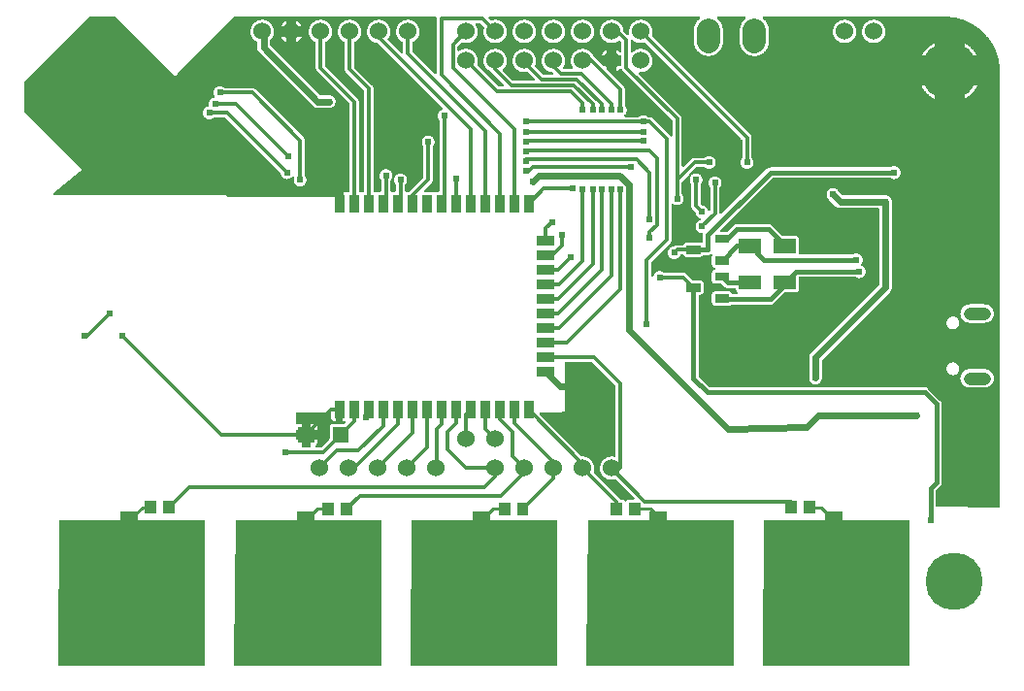
<source format=gbl>
G04 Layer: BottomLayer*
G04 EasyEDA v6.3.53, 2020-06-27T20:36:22+08:00*
G04 98c1c5add3144ec4b26582b9c50f015c,0271aa7b776e406f8d319a2d24a91b4c,10*
G04 Gerber Generator version 0.2*
G04 Scale: 100 percent, Rotated: No, Reflected: No *
G04 Dimensions in millimeters *
G04 leading zeros omitted , absolute positions ,3 integer and 3 decimal *
%FSLAX33Y33*%
%MOMM*%
G90*
G71D02*

%ADD10C,0.299999*%
%ADD11C,0.254000*%
%ADD12C,0.599999*%
%ADD13C,0.399999*%
%ADD17C,0.609600*%
%ADD31C,4.999990*%
%ADD32C,1.524000*%
%ADD33C,1.099998*%
%ADD34C,1.999996*%
%ADD38R,0.899998X1.499997*%
%ADD39R,1.499997X0.899998*%

%LPD*%
G36*
G01X8126Y53743D02*
G01X5990Y53743D01*
G01X5974Y53742D01*
G01X5958Y53738D01*
G01X5944Y53732D01*
G01X5930Y53724D01*
G01X5918Y53713D01*
G01X286Y48081D01*
G01X275Y48069D01*
G01X267Y48055D01*
G01X261Y48041D01*
G01X257Y48025D01*
G01X256Y48009D01*
G01X256Y45514D01*
G01X257Y45499D01*
G01X261Y45483D01*
G01X267Y45468D01*
G01X275Y45455D01*
G01X286Y45443D01*
G01X5136Y40594D01*
G01X5153Y40576D01*
G01X5168Y40556D01*
G01X5181Y40534D01*
G01X5192Y40511D01*
G01X5201Y40488D01*
G01X5207Y40463D01*
G01X5210Y40438D01*
G01X5212Y40413D01*
G01X5210Y40388D01*
G01X5207Y40363D01*
G01X5201Y40339D01*
G01X5192Y40315D01*
G01X5181Y40292D01*
G01X5168Y40271D01*
G01X5153Y40250D01*
G01X5136Y40232D01*
G01X5136Y40231D01*
G01X5134Y40229D01*
G01X5112Y40210D01*
G01X2776Y38353D01*
G01X2765Y38343D01*
G01X2756Y38331D01*
G01X2748Y38318D01*
G01X2743Y38304D01*
G01X2739Y38289D01*
G01X2738Y38274D01*
G01X2739Y38259D01*
G01X2742Y38245D01*
G01X2747Y38231D01*
G01X2754Y38219D01*
G01X2763Y38207D01*
G01X2773Y38197D01*
G01X2785Y38188D01*
G01X2797Y38181D01*
G01X2811Y38176D01*
G01X2825Y38173D01*
G01X2840Y38172D01*
G01X26941Y38172D01*
G01X26956Y38173D01*
G01X26971Y38177D01*
G01X26986Y38183D01*
G01X26999Y38191D01*
G01X27011Y38201D01*
G01X27022Y38212D01*
G01X27030Y38225D01*
G01X27036Y38240D01*
G01X27041Y38255D01*
G01X27046Y38278D01*
G01X27054Y38300D01*
G01X27063Y38322D01*
G01X27075Y38342D01*
G01X27088Y38362D01*
G01X27103Y38380D01*
G01X27120Y38396D01*
G01X27138Y38411D01*
G01X27158Y38425D01*
G01X27178Y38436D01*
G01X27200Y38446D01*
G01X27222Y38453D01*
G01X27245Y38459D01*
G01X27269Y38462D01*
G01X27293Y38463D01*
G01X27454Y38463D01*
G01X27454Y38274D01*
G01X27455Y38259D01*
G01X27458Y38245D01*
G01X27463Y38231D01*
G01X27470Y38219D01*
G01X27479Y38207D01*
G01X27489Y38197D01*
G01X27501Y38188D01*
G01X27513Y38181D01*
G01X27527Y38176D01*
G01X27541Y38173D01*
G01X27556Y38172D01*
G01X27929Y38172D01*
G01X27944Y38173D01*
G01X27958Y38176D01*
G01X27972Y38181D01*
G01X27984Y38188D01*
G01X27996Y38197D01*
G01X28006Y38207D01*
G01X28015Y38219D01*
G01X28022Y38231D01*
G01X28027Y38245D01*
G01X28030Y38259D01*
G01X28031Y38274D01*
G01X28031Y38463D01*
G01X28193Y38463D01*
G01X28216Y38462D01*
G01X28239Y38459D01*
G01X28261Y38454D01*
G01X28283Y38446D01*
G01X28305Y38437D01*
G01X28325Y38426D01*
G01X28342Y38418D01*
G01X28359Y38413D01*
G01X28378Y38412D01*
G01X28396Y38413D01*
G01X28413Y38418D01*
G01X28430Y38426D01*
G01X28452Y38438D01*
G01X28474Y38447D01*
G01X28497Y38455D01*
G01X28521Y38460D01*
G01X28537Y38463D01*
G01X28551Y38470D01*
G01X28565Y38478D01*
G01X28577Y38488D01*
G01X28587Y38500D01*
G01X28596Y38514D01*
G01X28602Y38529D01*
G01X28605Y38544D01*
G01X28607Y38560D01*
G01X28607Y46140D01*
G01X28605Y46156D01*
G01X28602Y46172D01*
G01X28596Y46186D01*
G01X28587Y46200D01*
G01X28577Y46212D01*
G01X25792Y48997D01*
G01X25772Y49018D01*
G01X25754Y49041D01*
G01X25737Y49065D01*
G01X25723Y49090D01*
G01X25710Y49116D01*
G01X25699Y49142D01*
G01X25689Y49170D01*
G01X25682Y49198D01*
G01X25677Y49227D01*
G01X25674Y49255D01*
G01X25673Y49284D01*
G01X25673Y51461D01*
G01X25672Y51477D01*
G01X25668Y51493D01*
G01X25662Y51507D01*
G01X25654Y51521D01*
G01X25643Y51533D01*
G01X25631Y51543D01*
G01X25617Y51552D01*
G01X25576Y51574D01*
G01X25536Y51598D01*
G01X25497Y51624D01*
G01X25460Y51651D01*
G01X25423Y51680D01*
G01X25388Y51711D01*
G01X25355Y51744D01*
G01X25323Y51778D01*
G01X25292Y51813D01*
G01X25264Y51850D01*
G01X25236Y51888D01*
G01X25211Y51927D01*
G01X25188Y51967D01*
G01X25166Y52009D01*
G01X25146Y52051D01*
G01X25129Y52094D01*
G01X25113Y52138D01*
G01X25099Y52183D01*
G01X25088Y52228D01*
G01X25078Y52274D01*
G01X25071Y52320D01*
G01X25065Y52366D01*
G01X25062Y52413D01*
G01X25061Y52459D01*
G01X25062Y52505D01*
G01X25065Y52551D01*
G01X25070Y52596D01*
G01X25077Y52641D01*
G01X25086Y52686D01*
G01X25098Y52730D01*
G01X25111Y52774D01*
G01X25126Y52817D01*
G01X25143Y52860D01*
G01X25162Y52901D01*
G01X25183Y52942D01*
G01X25205Y52982D01*
G01X25229Y53021D01*
G01X25255Y53058D01*
G01X25283Y53095D01*
G01X25312Y53130D01*
G01X25343Y53163D01*
G01X25376Y53196D01*
G01X25409Y53227D01*
G01X25444Y53256D01*
G01X25481Y53284D01*
G01X25518Y53310D01*
G01X25557Y53334D01*
G01X25597Y53356D01*
G01X25638Y53377D01*
G01X25679Y53396D01*
G01X25722Y53413D01*
G01X25765Y53428D01*
G01X25809Y53441D01*
G01X25853Y53453D01*
G01X25898Y53462D01*
G01X25943Y53469D01*
G01X25988Y53474D01*
G01X26034Y53477D01*
G01X26080Y53478D01*
G01X26125Y53477D01*
G01X26171Y53474D01*
G01X26216Y53469D01*
G01X26261Y53462D01*
G01X26306Y53453D01*
G01X26350Y53441D01*
G01X26394Y53428D01*
G01X26437Y53413D01*
G01X26480Y53396D01*
G01X26521Y53377D01*
G01X26562Y53356D01*
G01X26602Y53334D01*
G01X26641Y53310D01*
G01X26678Y53284D01*
G01X26715Y53256D01*
G01X26750Y53227D01*
G01X26783Y53196D01*
G01X26816Y53163D01*
G01X26847Y53130D01*
G01X26876Y53095D01*
G01X26904Y53058D01*
G01X26930Y53021D01*
G01X26954Y52982D01*
G01X26976Y52942D01*
G01X26997Y52901D01*
G01X27016Y52860D01*
G01X27033Y52817D01*
G01X27048Y52774D01*
G01X27061Y52730D01*
G01X27073Y52686D01*
G01X27082Y52641D01*
G01X27089Y52596D01*
G01X27094Y52551D01*
G01X27097Y52505D01*
G01X27098Y52459D01*
G01X27097Y52413D01*
G01X27094Y52366D01*
G01X27088Y52320D01*
G01X27081Y52274D01*
G01X27071Y52228D01*
G01X27060Y52183D01*
G01X27046Y52138D01*
G01X27030Y52094D01*
G01X27013Y52051D01*
G01X26993Y52009D01*
G01X26971Y51967D01*
G01X26948Y51927D01*
G01X26923Y51888D01*
G01X26895Y51850D01*
G01X26867Y51813D01*
G01X26836Y51778D01*
G01X26804Y51744D01*
G01X26771Y51711D01*
G01X26736Y51680D01*
G01X26699Y51651D01*
G01X26662Y51624D01*
G01X26623Y51598D01*
G01X26583Y51574D01*
G01X26542Y51552D01*
G01X26528Y51543D01*
G01X26516Y51533D01*
G01X26505Y51521D01*
G01X26497Y51507D01*
G01X26491Y51493D01*
G01X26487Y51477D01*
G01X26486Y51461D01*
G01X26486Y49495D01*
G01X26487Y49479D01*
G01X26491Y49464D01*
G01X26497Y49449D01*
G01X26505Y49435D01*
G01X26516Y49423D01*
G01X29301Y46638D01*
G01X29320Y46617D01*
G01X29339Y46594D01*
G01X29355Y46571D01*
G01X29370Y46546D01*
G01X29383Y46520D01*
G01X29394Y46493D01*
G01X29403Y46465D01*
G01X29410Y46437D01*
G01X29416Y46409D01*
G01X29419Y46380D01*
G01X29420Y46351D01*
G01X29420Y38560D01*
G01X29421Y38544D01*
G01X29425Y38529D01*
G01X29431Y38514D01*
G01X29439Y38500D01*
G01X29449Y38488D01*
G01X29461Y38478D01*
G01X29475Y38470D01*
G01X29489Y38463D01*
G01X29505Y38460D01*
G01X29528Y38454D01*
G01X29551Y38447D01*
G01X29574Y38438D01*
G01X29595Y38426D01*
G01X29612Y38418D01*
G01X29629Y38413D01*
G01X29648Y38412D01*
G01X29666Y38413D01*
G01X29683Y38418D01*
G01X29700Y38426D01*
G01X29722Y38438D01*
G01X29744Y38447D01*
G01X29767Y38455D01*
G01X29791Y38460D01*
G01X29807Y38463D01*
G01X29821Y38470D01*
G01X29835Y38478D01*
G01X29847Y38488D01*
G01X29857Y38500D01*
G01X29866Y38514D01*
G01X29872Y38529D01*
G01X29875Y38544D01*
G01X29877Y38560D01*
G01X29877Y47283D01*
G01X29875Y47299D01*
G01X29872Y47315D01*
G01X29866Y47329D01*
G01X29857Y47343D01*
G01X29847Y47355D01*
G01X28332Y48870D01*
G01X28312Y48891D01*
G01X28294Y48914D01*
G01X28277Y48938D01*
G01X28263Y48963D01*
G01X28250Y48989D01*
G01X28239Y49015D01*
G01X28229Y49043D01*
G01X28222Y49071D01*
G01X28217Y49100D01*
G01X28214Y49128D01*
G01X28213Y49157D01*
G01X28213Y51461D01*
G01X28212Y51477D01*
G01X28208Y51493D01*
G01X28202Y51507D01*
G01X28194Y51521D01*
G01X28183Y51533D01*
G01X28171Y51543D01*
G01X28157Y51552D01*
G01X28116Y51574D01*
G01X28076Y51598D01*
G01X28037Y51624D01*
G01X28000Y51651D01*
G01X27963Y51680D01*
G01X27928Y51711D01*
G01X27895Y51744D01*
G01X27863Y51778D01*
G01X27832Y51813D01*
G01X27804Y51850D01*
G01X27776Y51888D01*
G01X27751Y51927D01*
G01X27728Y51967D01*
G01X27706Y52009D01*
G01X27686Y52051D01*
G01X27669Y52094D01*
G01X27653Y52138D01*
G01X27639Y52183D01*
G01X27628Y52228D01*
G01X27618Y52274D01*
G01X27611Y52320D01*
G01X27605Y52366D01*
G01X27602Y52413D01*
G01X27601Y52459D01*
G01X27602Y52505D01*
G01X27605Y52551D01*
G01X27610Y52596D01*
G01X27617Y52641D01*
G01X27626Y52686D01*
G01X27638Y52730D01*
G01X27651Y52774D01*
G01X27666Y52817D01*
G01X27683Y52860D01*
G01X27702Y52901D01*
G01X27723Y52942D01*
G01X27745Y52982D01*
G01X27769Y53021D01*
G01X27795Y53058D01*
G01X27823Y53095D01*
G01X27852Y53130D01*
G01X27883Y53163D01*
G01X27916Y53196D01*
G01X27949Y53227D01*
G01X27984Y53256D01*
G01X28021Y53284D01*
G01X28058Y53310D01*
G01X28097Y53334D01*
G01X28137Y53356D01*
G01X28178Y53377D01*
G01X28219Y53396D01*
G01X28262Y53413D01*
G01X28305Y53428D01*
G01X28349Y53441D01*
G01X28393Y53453D01*
G01X28438Y53462D01*
G01X28483Y53469D01*
G01X28528Y53474D01*
G01X28574Y53477D01*
G01X28620Y53478D01*
G01X28665Y53477D01*
G01X28711Y53474D01*
G01X28756Y53469D01*
G01X28801Y53462D01*
G01X28846Y53453D01*
G01X28890Y53441D01*
G01X28934Y53428D01*
G01X28977Y53413D01*
G01X29020Y53396D01*
G01X29061Y53377D01*
G01X29102Y53356D01*
G01X29142Y53334D01*
G01X29181Y53310D01*
G01X29218Y53284D01*
G01X29255Y53256D01*
G01X29290Y53227D01*
G01X29323Y53196D01*
G01X29356Y53163D01*
G01X29387Y53130D01*
G01X29416Y53095D01*
G01X29444Y53058D01*
G01X29470Y53021D01*
G01X29494Y52982D01*
G01X29516Y52942D01*
G01X29537Y52901D01*
G01X29556Y52860D01*
G01X29573Y52817D01*
G01X29588Y52774D01*
G01X29601Y52730D01*
G01X29613Y52686D01*
G01X29622Y52641D01*
G01X29629Y52596D01*
G01X29634Y52551D01*
G01X29637Y52505D01*
G01X29638Y52459D01*
G01X29637Y52413D01*
G01X29634Y52366D01*
G01X29628Y52320D01*
G01X29621Y52274D01*
G01X29611Y52228D01*
G01X29600Y52183D01*
G01X29586Y52138D01*
G01X29570Y52094D01*
G01X29553Y52051D01*
G01X29533Y52009D01*
G01X29511Y51967D01*
G01X29488Y51927D01*
G01X29463Y51888D01*
G01X29435Y51850D01*
G01X29407Y51813D01*
G01X29376Y51778D01*
G01X29344Y51744D01*
G01X29311Y51711D01*
G01X29276Y51680D01*
G01X29239Y51651D01*
G01X29202Y51624D01*
G01X29163Y51598D01*
G01X29123Y51574D01*
G01X29082Y51552D01*
G01X29068Y51543D01*
G01X29056Y51533D01*
G01X29045Y51521D01*
G01X29037Y51507D01*
G01X29031Y51493D01*
G01X29027Y51477D01*
G01X29026Y51461D01*
G01X29026Y49368D01*
G01X29027Y49352D01*
G01X29031Y49337D01*
G01X29037Y49322D01*
G01X29045Y49308D01*
G01X29056Y49296D01*
G01X30571Y47781D01*
G01X30590Y47760D01*
G01X30609Y47737D01*
G01X30625Y47714D01*
G01X30640Y47689D01*
G01X30653Y47663D01*
G01X30664Y47636D01*
G01X30673Y47608D01*
G01X30680Y47580D01*
G01X30686Y47552D01*
G01X30689Y47523D01*
G01X30690Y47494D01*
G01X30690Y38560D01*
G01X30691Y38544D01*
G01X30695Y38529D01*
G01X30701Y38514D01*
G01X30709Y38500D01*
G01X30719Y38488D01*
G01X30731Y38478D01*
G01X30745Y38470D01*
G01X30759Y38463D01*
G01X30775Y38460D01*
G01X30798Y38454D01*
G01X30821Y38447D01*
G01X30844Y38438D01*
G01X30865Y38426D01*
G01X30882Y38418D01*
G01X30899Y38413D01*
G01X30918Y38412D01*
G01X30936Y38413D01*
G01X30953Y38418D01*
G01X30970Y38426D01*
G01X30990Y38437D01*
G01X31012Y38446D01*
G01X31034Y38454D01*
G01X31056Y38459D01*
G01X31079Y38462D01*
G01X31103Y38463D01*
G01X31286Y38463D01*
G01X31301Y38464D01*
G01X31315Y38467D01*
G01X31329Y38472D01*
G01X31341Y38479D01*
G01X31353Y38488D01*
G01X31363Y38498D01*
G01X31372Y38510D01*
G01X31379Y38522D01*
G01X31384Y38536D01*
G01X31387Y38550D01*
G01X31388Y38565D01*
G01X31388Y39461D01*
G01X31386Y39478D01*
G01X31382Y39495D01*
G01X31374Y39511D01*
G01X31364Y39526D01*
G01X31342Y39554D01*
G01X31322Y39583D01*
G01X31304Y39614D01*
G01X31288Y39645D01*
G01X31273Y39678D01*
G01X31261Y39712D01*
G01X31251Y39746D01*
G01X31243Y39780D01*
G01X31238Y39815D01*
G01X31234Y39851D01*
G01X31233Y39886D01*
G01X31234Y39920D01*
G01X31237Y39954D01*
G01X31242Y39988D01*
G01X31249Y40021D01*
G01X31259Y40053D01*
G01X31270Y40086D01*
G01X31283Y40117D01*
G01X31297Y40147D01*
G01X31314Y40177D01*
G01X31333Y40205D01*
G01X31353Y40233D01*
G01X31374Y40259D01*
G01X31422Y40307D01*
G01X31448Y40328D01*
G01X31476Y40348D01*
G01X31504Y40367D01*
G01X31534Y40384D01*
G01X31564Y40398D01*
G01X31595Y40411D01*
G01X31628Y40422D01*
G01X31660Y40432D01*
G01X31693Y40439D01*
G01X31727Y40444D01*
G01X31761Y40447D01*
G01X31795Y40448D01*
G01X31828Y40447D01*
G01X31862Y40444D01*
G01X31896Y40439D01*
G01X31929Y40432D01*
G01X31962Y40422D01*
G01X31994Y40411D01*
G01X32025Y40398D01*
G01X32055Y40384D01*
G01X32085Y40367D01*
G01X32113Y40348D01*
G01X32141Y40328D01*
G01X32167Y40307D01*
G01X32215Y40259D01*
G01X32236Y40233D01*
G01X32256Y40205D01*
G01X32275Y40177D01*
G01X32292Y40147D01*
G01X32306Y40117D01*
G01X32319Y40086D01*
G01X32330Y40053D01*
G01X32340Y40021D01*
G01X32347Y39988D01*
G01X32352Y39954D01*
G01X32355Y39920D01*
G01X32356Y39886D01*
G01X32355Y39851D01*
G01X32351Y39815D01*
G01X32346Y39780D01*
G01X32338Y39746D01*
G01X32328Y39712D01*
G01X32316Y39678D01*
G01X32301Y39645D01*
G01X32285Y39614D01*
G01X32267Y39583D01*
G01X32247Y39554D01*
G01X32225Y39526D01*
G01X32215Y39511D01*
G01X32207Y39495D01*
G01X32203Y39478D01*
G01X32201Y39461D01*
G01X32201Y38558D01*
G01X32202Y38543D01*
G01X32205Y38529D01*
G01X32210Y38516D01*
G01X32217Y38503D01*
G01X32226Y38491D01*
G01X32236Y38481D01*
G01X32248Y38472D01*
G01X32260Y38465D01*
G01X32274Y38460D01*
G01X32288Y38457D01*
G01X32303Y38456D01*
G01X32322Y38458D01*
G01X32347Y38462D01*
G01X32373Y38463D01*
G01X32556Y38463D01*
G01X32571Y38464D01*
G01X32585Y38467D01*
G01X32599Y38472D01*
G01X32611Y38479D01*
G01X32623Y38488D01*
G01X32633Y38498D01*
G01X32642Y38510D01*
G01X32649Y38522D01*
G01X32654Y38536D01*
G01X32657Y38550D01*
G01X32658Y38565D01*
G01X32658Y39080D01*
G01X32656Y39097D01*
G01X32652Y39114D01*
G01X32644Y39130D01*
G01X32634Y39145D01*
G01X32612Y39173D01*
G01X32592Y39202D01*
G01X32574Y39233D01*
G01X32558Y39264D01*
G01X32543Y39297D01*
G01X32531Y39331D01*
G01X32521Y39365D01*
G01X32513Y39399D01*
G01X32508Y39434D01*
G01X32504Y39470D01*
G01X32503Y39505D01*
G01X32504Y39539D01*
G01X32507Y39573D01*
G01X32512Y39607D01*
G01X32519Y39640D01*
G01X32529Y39672D01*
G01X32540Y39705D01*
G01X32553Y39736D01*
G01X32567Y39766D01*
G01X32584Y39796D01*
G01X32603Y39824D01*
G01X32623Y39852D01*
G01X32644Y39878D01*
G01X32692Y39926D01*
G01X32718Y39947D01*
G01X32746Y39967D01*
G01X32774Y39986D01*
G01X32804Y40003D01*
G01X32834Y40017D01*
G01X32865Y40030D01*
G01X32898Y40041D01*
G01X32930Y40051D01*
G01X32963Y40058D01*
G01X32997Y40063D01*
G01X33031Y40066D01*
G01X33065Y40067D01*
G01X33098Y40066D01*
G01X33132Y40063D01*
G01X33166Y40058D01*
G01X33199Y40051D01*
G01X33232Y40041D01*
G01X33264Y40030D01*
G01X33295Y40017D01*
G01X33325Y40003D01*
G01X33355Y39986D01*
G01X33383Y39967D01*
G01X33411Y39947D01*
G01X33437Y39926D01*
G01X33485Y39878D01*
G01X33506Y39852D01*
G01X33526Y39824D01*
G01X33545Y39796D01*
G01X33562Y39766D01*
G01X33576Y39736D01*
G01X33589Y39705D01*
G01X33600Y39672D01*
G01X33610Y39640D01*
G01X33617Y39607D01*
G01X33622Y39573D01*
G01X33625Y39539D01*
G01X33626Y39505D01*
G01X33625Y39470D01*
G01X33621Y39434D01*
G01X33616Y39399D01*
G01X33608Y39365D01*
G01X33598Y39331D01*
G01X33586Y39297D01*
G01X33571Y39264D01*
G01X33555Y39233D01*
G01X33537Y39202D01*
G01X33517Y39173D01*
G01X33495Y39145D01*
G01X33485Y39130D01*
G01X33477Y39114D01*
G01X33473Y39097D01*
G01X33471Y39080D01*
G01X33471Y38558D01*
G01X33472Y38543D01*
G01X33475Y38529D01*
G01X33480Y38516D01*
G01X33487Y38503D01*
G01X33496Y38491D01*
G01X33506Y38481D01*
G01X33518Y38472D01*
G01X33530Y38465D01*
G01X33544Y38460D01*
G01X33558Y38457D01*
G01X33573Y38456D01*
G01X33592Y38458D01*
G01X33617Y38462D01*
G01X33643Y38463D01*
G01X33760Y38463D01*
G01X33775Y38464D01*
G01X33791Y38468D01*
G01X33806Y38474D01*
G01X33819Y38482D01*
G01X33831Y38493D01*
G01X35041Y39705D01*
G01X35052Y39717D01*
G01X35060Y39731D01*
G01X35066Y39745D01*
G01X35070Y39761D01*
G01X35071Y39777D01*
G01X35071Y42382D01*
G01X35069Y42399D01*
G01X35065Y42416D01*
G01X35057Y42432D01*
G01X35047Y42447D01*
G01X35025Y42475D01*
G01X35005Y42504D01*
G01X34987Y42535D01*
G01X34971Y42566D01*
G01X34956Y42599D01*
G01X34944Y42633D01*
G01X34934Y42667D01*
G01X34926Y42701D01*
G01X34921Y42736D01*
G01X34917Y42772D01*
G01X34916Y42807D01*
G01X34917Y42841D01*
G01X34920Y42875D01*
G01X34925Y42909D01*
G01X34932Y42942D01*
G01X34942Y42974D01*
G01X34953Y43007D01*
G01X34966Y43038D01*
G01X34980Y43068D01*
G01X34997Y43098D01*
G01X35016Y43126D01*
G01X35036Y43154D01*
G01X35057Y43180D01*
G01X35105Y43228D01*
G01X35131Y43249D01*
G01X35159Y43269D01*
G01X35187Y43288D01*
G01X35217Y43305D01*
G01X35247Y43319D01*
G01X35278Y43332D01*
G01X35311Y43343D01*
G01X35343Y43353D01*
G01X35376Y43360D01*
G01X35410Y43365D01*
G01X35444Y43368D01*
G01X35478Y43369D01*
G01X35511Y43368D01*
G01X35545Y43365D01*
G01X35579Y43360D01*
G01X35612Y43353D01*
G01X35645Y43343D01*
G01X35677Y43332D01*
G01X35708Y43319D01*
G01X35738Y43305D01*
G01X35768Y43288D01*
G01X35796Y43269D01*
G01X35824Y43249D01*
G01X35850Y43228D01*
G01X35898Y43180D01*
G01X35919Y43154D01*
G01X35939Y43126D01*
G01X35958Y43098D01*
G01X35975Y43068D01*
G01X35989Y43038D01*
G01X36002Y43007D01*
G01X36013Y42974D01*
G01X36023Y42942D01*
G01X36030Y42909D01*
G01X36035Y42875D01*
G01X36038Y42841D01*
G01X36039Y42807D01*
G01X36038Y42772D01*
G01X36034Y42736D01*
G01X36029Y42701D01*
G01X36021Y42667D01*
G01X36011Y42633D01*
G01X35999Y42599D01*
G01X35984Y42566D01*
G01X35968Y42535D01*
G01X35950Y42504D01*
G01X35930Y42475D01*
G01X35908Y42447D01*
G01X35898Y42432D01*
G01X35890Y42416D01*
G01X35886Y42399D01*
G01X35884Y42382D01*
G01X35884Y39566D01*
G01X35883Y39537D01*
G01X35880Y39509D01*
G01X35875Y39480D01*
G01X35868Y39452D01*
G01X35858Y39425D01*
G01X35847Y39398D01*
G01X35834Y39372D01*
G01X35820Y39347D01*
G01X35803Y39323D01*
G01X35785Y39300D01*
G01X35765Y39279D01*
G01X35124Y38636D01*
G01X35113Y38624D01*
G01X35105Y38611D01*
G01X35099Y38596D01*
G01X35095Y38580D01*
G01X35094Y38565D01*
G01X35095Y38550D01*
G01X35098Y38536D01*
G01X35103Y38522D01*
G01X35110Y38510D01*
G01X35119Y38498D01*
G01X35129Y38488D01*
G01X35141Y38479D01*
G01X35153Y38472D01*
G01X35167Y38467D01*
G01X35181Y38464D01*
G01X35195Y38463D01*
G01X35813Y38463D01*
G01X35836Y38462D01*
G01X35859Y38459D01*
G01X35881Y38454D01*
G01X35903Y38446D01*
G01X35925Y38437D01*
G01X35945Y38426D01*
G01X35962Y38418D01*
G01X35979Y38413D01*
G01X35998Y38412D01*
G01X36016Y38413D01*
G01X36033Y38418D01*
G01X36050Y38426D01*
G01X36070Y38437D01*
G01X36092Y38446D01*
G01X36114Y38454D01*
G01X36136Y38459D01*
G01X36159Y38462D01*
G01X36183Y38463D01*
G01X36366Y38463D01*
G01X36381Y38464D01*
G01X36395Y38467D01*
G01X36409Y38472D01*
G01X36421Y38479D01*
G01X36433Y38488D01*
G01X36443Y38498D01*
G01X36452Y38510D01*
G01X36459Y38522D01*
G01X36464Y38536D01*
G01X36467Y38550D01*
G01X36468Y38565D01*
G01X36468Y44668D01*
G01X36466Y44685D01*
G01X36462Y44702D01*
G01X36454Y44718D01*
G01X36444Y44733D01*
G01X36422Y44761D01*
G01X36402Y44790D01*
G01X36384Y44821D01*
G01X36368Y44852D01*
G01X36353Y44885D01*
G01X36341Y44919D01*
G01X36331Y44953D01*
G01X36323Y44987D01*
G01X36318Y45022D01*
G01X36314Y45058D01*
G01X36313Y45093D01*
G01X36314Y45129D01*
G01X36318Y45164D01*
G01X36323Y45199D01*
G01X36331Y45233D01*
G01X36341Y45267D01*
G01X36352Y45300D01*
G01X36366Y45332D01*
G01X36382Y45364D01*
G01X36400Y45394D01*
G01X36420Y45423D01*
G01X36442Y45451D01*
G01X36465Y45477D01*
G01X36490Y45502D01*
G01X36516Y45526D01*
G01X36544Y45547D01*
G01X36573Y45567D01*
G01X36603Y45585D01*
G01X36635Y45601D01*
G01X36667Y45615D01*
G01X36700Y45627D01*
G01X36715Y45633D01*
G01X36729Y45642D01*
G01X36741Y45652D01*
G01X36751Y45664D01*
G01X36759Y45678D01*
G01X36765Y45692D01*
G01X36769Y45708D01*
G01X36770Y45724D01*
G01X36769Y45740D01*
G01X36765Y45755D01*
G01X36759Y45770D01*
G01X36751Y45783D01*
G01X36741Y45796D01*
G01X31119Y51417D01*
G01X31106Y51428D01*
G01X31091Y51437D01*
G01X31075Y51443D01*
G01X31058Y51446D01*
G01X31011Y51452D01*
G01X30965Y51460D01*
G01X30919Y51470D01*
G01X30874Y51482D01*
G01X30829Y51496D01*
G01X30786Y51512D01*
G01X30742Y51530D01*
G01X30700Y51550D01*
G01X30659Y51572D01*
G01X30619Y51596D01*
G01X30580Y51622D01*
G01X30542Y51650D01*
G01X30505Y51679D01*
G01X30470Y51710D01*
G01X30436Y51742D01*
G01X30404Y51776D01*
G01X30374Y51812D01*
G01X30345Y51848D01*
G01X30317Y51887D01*
G01X30292Y51926D01*
G01X30268Y51966D01*
G01X30247Y52008D01*
G01X30227Y52050D01*
G01X30209Y52093D01*
G01X30193Y52137D01*
G01X30179Y52182D01*
G01X30168Y52228D01*
G01X30158Y52273D01*
G01X30151Y52320D01*
G01X30145Y52366D01*
G01X30142Y52413D01*
G01X30141Y52459D01*
G01X30142Y52505D01*
G01X30145Y52551D01*
G01X30150Y52596D01*
G01X30157Y52641D01*
G01X30166Y52686D01*
G01X30178Y52730D01*
G01X30191Y52774D01*
G01X30206Y52817D01*
G01X30223Y52860D01*
G01X30242Y52901D01*
G01X30263Y52942D01*
G01X30285Y52982D01*
G01X30309Y53021D01*
G01X30335Y53058D01*
G01X30363Y53095D01*
G01X30392Y53130D01*
G01X30423Y53163D01*
G01X30456Y53196D01*
G01X30489Y53227D01*
G01X30524Y53256D01*
G01X30561Y53284D01*
G01X30598Y53310D01*
G01X30637Y53334D01*
G01X30677Y53356D01*
G01X30718Y53377D01*
G01X30759Y53396D01*
G01X30802Y53413D01*
G01X30845Y53428D01*
G01X30889Y53441D01*
G01X30933Y53453D01*
G01X30978Y53462D01*
G01X31023Y53469D01*
G01X31068Y53474D01*
G01X31114Y53477D01*
G01X31160Y53478D01*
G01X31205Y53477D01*
G01X31251Y53474D01*
G01X31296Y53469D01*
G01X31341Y53462D01*
G01X31386Y53453D01*
G01X31430Y53441D01*
G01X31474Y53428D01*
G01X31517Y53413D01*
G01X31560Y53396D01*
G01X31601Y53377D01*
G01X31642Y53356D01*
G01X31682Y53334D01*
G01X31721Y53310D01*
G01X31758Y53284D01*
G01X31795Y53256D01*
G01X31830Y53227D01*
G01X31863Y53196D01*
G01X31896Y53163D01*
G01X31927Y53130D01*
G01X31956Y53095D01*
G01X31984Y53058D01*
G01X32010Y53021D01*
G01X32034Y52982D01*
G01X32056Y52942D01*
G01X32077Y52901D01*
G01X32096Y52860D01*
G01X32113Y52817D01*
G01X32128Y52774D01*
G01X32141Y52730D01*
G01X32153Y52686D01*
G01X32162Y52641D01*
G01X32169Y52596D01*
G01X32174Y52551D01*
G01X32177Y52505D01*
G01X32178Y52459D01*
G01X32177Y52412D01*
G01X32174Y52365D01*
G01X32168Y52318D01*
G01X32160Y52271D01*
G01X32151Y52224D01*
G01X32139Y52179D01*
G01X32124Y52133D01*
G01X32108Y52089D01*
G01X32090Y52045D01*
G01X32070Y52002D01*
G01X32047Y51960D01*
G01X32023Y51919D01*
G01X31997Y51880D01*
G01X31969Y51841D01*
G01X31960Y51828D01*
G01X31954Y51812D01*
G01X31950Y51796D01*
G01X31948Y51780D01*
G01X31949Y51764D01*
G01X31953Y51748D01*
G01X31959Y51734D01*
G01X31968Y51720D01*
G01X31978Y51708D01*
G01X33120Y50566D01*
G01X33132Y50556D01*
G01X33145Y50548D01*
G01X33160Y50542D01*
G01X33175Y50538D01*
G01X33191Y50537D01*
G01X33206Y50538D01*
G01X33220Y50541D01*
G01X33234Y50546D01*
G01X33246Y50553D01*
G01X33258Y50561D01*
G01X33268Y50572D01*
G01X33277Y50583D01*
G01X33284Y50596D01*
G01X33289Y50610D01*
G01X33292Y50624D01*
G01X33293Y50638D01*
G01X33293Y51461D01*
G01X33292Y51477D01*
G01X33288Y51493D01*
G01X33282Y51507D01*
G01X33274Y51521D01*
G01X33263Y51533D01*
G01X33251Y51543D01*
G01X33237Y51552D01*
G01X33196Y51574D01*
G01X33156Y51598D01*
G01X33117Y51624D01*
G01X33080Y51651D01*
G01X33043Y51680D01*
G01X33008Y51711D01*
G01X32975Y51744D01*
G01X32943Y51778D01*
G01X32912Y51813D01*
G01X32884Y51850D01*
G01X32856Y51888D01*
G01X32831Y51927D01*
G01X32808Y51967D01*
G01X32786Y52009D01*
G01X32766Y52051D01*
G01X32749Y52094D01*
G01X32733Y52138D01*
G01X32719Y52183D01*
G01X32708Y52228D01*
G01X32698Y52274D01*
G01X32691Y52320D01*
G01X32685Y52366D01*
G01X32682Y52413D01*
G01X32681Y52459D01*
G01X32682Y52505D01*
G01X32685Y52551D01*
G01X32690Y52596D01*
G01X32697Y52641D01*
G01X32706Y52686D01*
G01X32718Y52730D01*
G01X32731Y52774D01*
G01X32746Y52817D01*
G01X32763Y52860D01*
G01X32782Y52901D01*
G01X32803Y52942D01*
G01X32825Y52982D01*
G01X32849Y53021D01*
G01X32875Y53058D01*
G01X32903Y53095D01*
G01X32932Y53130D01*
G01X32963Y53163D01*
G01X32996Y53196D01*
G01X33029Y53227D01*
G01X33064Y53256D01*
G01X33101Y53284D01*
G01X33138Y53310D01*
G01X33177Y53334D01*
G01X33217Y53356D01*
G01X33258Y53377D01*
G01X33299Y53396D01*
G01X33342Y53413D01*
G01X33385Y53428D01*
G01X33429Y53441D01*
G01X33473Y53453D01*
G01X33518Y53462D01*
G01X33563Y53469D01*
G01X33608Y53474D01*
G01X33654Y53477D01*
G01X33700Y53478D01*
G01X33745Y53477D01*
G01X33791Y53474D01*
G01X33836Y53469D01*
G01X33881Y53462D01*
G01X33926Y53453D01*
G01X33970Y53441D01*
G01X34014Y53428D01*
G01X34057Y53413D01*
G01X34100Y53396D01*
G01X34141Y53377D01*
G01X34182Y53356D01*
G01X34222Y53334D01*
G01X34261Y53310D01*
G01X34298Y53284D01*
G01X34335Y53256D01*
G01X34370Y53227D01*
G01X34403Y53196D01*
G01X34436Y53163D01*
G01X34467Y53130D01*
G01X34496Y53095D01*
G01X34524Y53058D01*
G01X34550Y53021D01*
G01X34574Y52982D01*
G01X34596Y52942D01*
G01X34617Y52901D01*
G01X34636Y52860D01*
G01X34653Y52817D01*
G01X34668Y52774D01*
G01X34681Y52730D01*
G01X34693Y52686D01*
G01X34702Y52641D01*
G01X34709Y52596D01*
G01X34714Y52551D01*
G01X34717Y52505D01*
G01X34718Y52459D01*
G01X34717Y52413D01*
G01X34714Y52366D01*
G01X34708Y52320D01*
G01X34701Y52274D01*
G01X34691Y52228D01*
G01X34680Y52183D01*
G01X34666Y52138D01*
G01X34650Y52094D01*
G01X34633Y52051D01*
G01X34613Y52009D01*
G01X34591Y51967D01*
G01X34568Y51927D01*
G01X34543Y51888D01*
G01X34515Y51850D01*
G01X34487Y51813D01*
G01X34456Y51778D01*
G01X34424Y51744D01*
G01X34391Y51711D01*
G01X34356Y51680D01*
G01X34319Y51651D01*
G01X34282Y51624D01*
G01X34243Y51598D01*
G01X34203Y51574D01*
G01X34162Y51552D01*
G01X34148Y51543D01*
G01X34136Y51533D01*
G01X34125Y51521D01*
G01X34117Y51507D01*
G01X34111Y51493D01*
G01X34107Y51477D01*
G01X34106Y51461D01*
G01X34106Y50765D01*
G01X34107Y50749D01*
G01X34111Y50734D01*
G01X34117Y50719D01*
G01X34125Y50705D01*
G01X34136Y50693D01*
G01X36041Y48788D01*
G01X36053Y48778D01*
G01X36066Y48770D01*
G01X36081Y48764D01*
G01X36096Y48760D01*
G01X36112Y48759D01*
G01X36127Y48760D01*
G01X36141Y48763D01*
G01X36155Y48768D01*
G01X36167Y48775D01*
G01X36179Y48783D01*
G01X36189Y48794D01*
G01X36198Y48805D01*
G01X36205Y48818D01*
G01X36210Y48832D01*
G01X36213Y48846D01*
G01X36214Y48860D01*
G01X36214Y53602D01*
G01X36215Y53634D01*
G01X36215Y53641D01*
G01X36214Y53656D01*
G01X36211Y53670D01*
G01X36206Y53684D01*
G01X36199Y53696D01*
G01X36191Y53708D01*
G01X36180Y53718D01*
G01X36169Y53727D01*
G01X36156Y53734D01*
G01X36142Y53739D01*
G01X36128Y53742D01*
G01X36114Y53743D01*
G01X18561Y53743D01*
G01X18546Y53742D01*
G01X18532Y53739D01*
G01X18518Y53734D01*
G01X18505Y53726D01*
G01X18494Y53717D01*
G01X18483Y53707D01*
G01X18469Y53691D01*
G01X13694Y48916D01*
G01X13684Y48905D01*
G01X13676Y48892D01*
G01X13670Y48879D01*
G01X13666Y48865D01*
G01X13664Y48850D01*
G01X13662Y48826D01*
G01X13657Y48803D01*
G01X13650Y48780D01*
G01X13640Y48757D01*
G01X13629Y48736D01*
G01X13616Y48716D01*
G01X13601Y48697D01*
G01X13584Y48679D01*
G01X13566Y48664D01*
G01X13546Y48650D01*
G01X13525Y48638D01*
G01X13503Y48628D01*
G01X13480Y48620D01*
G01X13456Y48614D01*
G01X13432Y48611D01*
G01X13408Y48610D01*
G01X13383Y48611D01*
G01X13358Y48615D01*
G01X13334Y48621D01*
G01X13310Y48629D01*
G01X13287Y48640D01*
G01X13266Y48653D01*
G01X13245Y48668D01*
G01X13227Y48685D01*
G01X13163Y48748D01*
G01X8198Y53713D01*
G01X8186Y53724D01*
G01X8173Y53732D01*
G01X8158Y53738D01*
G01X8142Y53742D01*
G01X8126Y53743D01*
G37*

%LPC*%
G36*
G01X17352Y47686D02*
G01X17317Y47687D01*
G01X17283Y47686D01*
G01X17249Y47683D01*
G01X17215Y47678D01*
G01X17182Y47671D01*
G01X17150Y47661D01*
G01X17117Y47650D01*
G01X17086Y47637D01*
G01X17056Y47623D01*
G01X17026Y47606D01*
G01X16998Y47587D01*
G01X16970Y47567D01*
G01X16944Y47546D01*
G01X16896Y47498D01*
G01X16875Y47472D01*
G01X16855Y47444D01*
G01X16836Y47416D01*
G01X16819Y47386D01*
G01X16805Y47356D01*
G01X16792Y47325D01*
G01X16781Y47292D01*
G01X16771Y47260D01*
G01X16764Y47227D01*
G01X16759Y47193D01*
G01X16756Y47159D01*
G01X16755Y47125D01*
G01X16756Y47091D01*
G01X16759Y47056D01*
G01X16765Y47022D01*
G01X16772Y46988D01*
G01X16782Y46954D01*
G01X16794Y46921D01*
G01X16807Y46889D01*
G01X16823Y46858D01*
G01X16840Y46828D01*
G01X16849Y46811D01*
G01X16854Y46793D01*
G01X16856Y46774D01*
G01X16855Y46759D01*
G01X16851Y46744D01*
G01X16846Y46730D01*
G01X16838Y46716D01*
G01X16828Y46704D01*
G01X16817Y46694D01*
G01X16804Y46686D01*
G01X16790Y46679D01*
G01X16775Y46675D01*
G01X16741Y46667D01*
G01X16708Y46656D01*
G01X16676Y46644D01*
G01X16644Y46630D01*
G01X16613Y46613D01*
G01X16583Y46595D01*
G01X16555Y46575D01*
G01X16528Y46554D01*
G01X16502Y46530D01*
G01X16477Y46506D01*
G01X16455Y46479D01*
G01X16434Y46452D01*
G01X16414Y46423D01*
G01X16397Y46393D01*
G01X16381Y46361D01*
G01X16368Y46329D01*
G01X16356Y46297D01*
G01X16346Y46263D01*
G01X16339Y46229D01*
G01X16334Y46195D01*
G01X16330Y46160D01*
G01X16329Y46125D01*
G01X16331Y46077D01*
G01X16338Y46028D01*
G01X16339Y46010D01*
G01X16338Y45995D01*
G01X16335Y45980D01*
G01X16329Y45966D01*
G01X16322Y45953D01*
G01X16312Y45941D01*
G01X16301Y45931D01*
G01X16288Y45922D01*
G01X16274Y45916D01*
G01X16260Y45911D01*
G01X16226Y45903D01*
G01X16194Y45892D01*
G01X16162Y45880D01*
G01X16130Y45865D01*
G01X16100Y45849D01*
G01X16071Y45830D01*
G01X16043Y45810D01*
G01X16016Y45789D01*
G01X15991Y45765D01*
G01X15967Y45741D01*
G01X15944Y45714D01*
G01X15924Y45687D01*
G01X15905Y45658D01*
G01X15888Y45628D01*
G01X15872Y45597D01*
G01X15859Y45566D01*
G01X15847Y45533D01*
G01X15838Y45500D01*
G01X15831Y45466D01*
G01X15825Y45432D01*
G01X15822Y45398D01*
G01X15821Y45363D01*
G01X15822Y45330D01*
G01X15825Y45296D01*
G01X15830Y45262D01*
G01X15838Y45229D01*
G01X15847Y45196D01*
G01X15858Y45164D01*
G01X15871Y45133D01*
G01X15885Y45103D01*
G01X15902Y45073D01*
G01X15921Y45045D01*
G01X15941Y45017D01*
G01X15962Y44991D01*
G01X16010Y44943D01*
G01X16036Y44922D01*
G01X16064Y44902D01*
G01X16092Y44883D01*
G01X16122Y44866D01*
G01X16152Y44852D01*
G01X16183Y44839D01*
G01X16216Y44828D01*
G01X16248Y44818D01*
G01X16281Y44811D01*
G01X16315Y44806D01*
G01X16349Y44803D01*
G01X16383Y44802D01*
G01X16418Y44803D01*
G01X16454Y44807D01*
G01X16489Y44812D01*
G01X16523Y44820D01*
G01X16558Y44830D01*
G01X16591Y44842D01*
G01X16624Y44857D01*
G01X16655Y44873D01*
G01X16686Y44891D01*
G01X16715Y44911D01*
G01X16743Y44933D01*
G01X16758Y44943D01*
G01X16774Y44951D01*
G01X16791Y44955D01*
G01X16808Y44957D01*
G01X17725Y44957D01*
G01X17741Y44956D01*
G01X17756Y44952D01*
G01X17771Y44946D01*
G01X17785Y44938D01*
G01X17797Y44927D01*
G01X22570Y40154D01*
G01X22581Y40141D01*
G01X22590Y40125D01*
G01X22596Y40109D01*
G01X22599Y40091D01*
G01X22603Y40057D01*
G01X22610Y40023D01*
G01X22618Y39989D01*
G01X22628Y39956D01*
G01X22641Y39923D01*
G01X22655Y39892D01*
G01X22671Y39861D01*
G01X22690Y39832D01*
G01X22710Y39803D01*
G01X22731Y39776D01*
G01X22779Y39726D01*
G01X22806Y39704D01*
G01X22833Y39683D01*
G01X22862Y39664D01*
G01X22892Y39646D01*
G01X22923Y39631D01*
G01X22955Y39617D01*
G01X22988Y39606D01*
G01X23021Y39596D01*
G01X23055Y39589D01*
G01X23089Y39583D01*
G01X23124Y39580D01*
G01X23159Y39579D01*
G01X23194Y39580D01*
G01X23230Y39584D01*
G01X23266Y39589D01*
G01X23301Y39597D01*
G01X23335Y39608D01*
G01X23369Y39620D01*
G01X23402Y39635D01*
G01X23434Y39651D01*
G01X23465Y39670D01*
G01X23494Y39691D01*
G01X23522Y39713D01*
G01X23549Y39737D01*
G01X23574Y39763D01*
G01X23597Y39790D01*
G01X23608Y39801D01*
G01X23619Y39811D01*
G01X23633Y39818D01*
G01X23647Y39824D01*
G01X23662Y39827D01*
G01X23677Y39829D01*
G01X23691Y39828D01*
G01X23705Y39824D01*
G01X23719Y39819D01*
G01X23732Y39812D01*
G01X23743Y39804D01*
G01X23753Y39793D01*
G01X23762Y39782D01*
G01X23769Y39769D01*
G01X23774Y39756D01*
G01X23777Y39741D01*
G01X23778Y39727D01*
G01X23777Y39710D01*
G01X23772Y39693D01*
G01X23761Y39657D01*
G01X23752Y39619D01*
G01X23745Y39582D01*
G01X23741Y39544D01*
G01X23740Y39505D01*
G01X23741Y39472D01*
G01X23744Y39438D01*
G01X23749Y39404D01*
G01X23756Y39371D01*
G01X23766Y39338D01*
G01X23777Y39306D01*
G01X23790Y39275D01*
G01X23804Y39245D01*
G01X23821Y39215D01*
G01X23840Y39187D01*
G01X23860Y39159D01*
G01X23881Y39133D01*
G01X23929Y39085D01*
G01X23955Y39064D01*
G01X23983Y39044D01*
G01X24011Y39025D01*
G01X24041Y39008D01*
G01X24071Y38994D01*
G01X24102Y38981D01*
G01X24135Y38970D01*
G01X24167Y38960D01*
G01X24200Y38953D01*
G01X24234Y38948D01*
G01X24268Y38945D01*
G01X24302Y38944D01*
G01X24335Y38945D01*
G01X24369Y38948D01*
G01X24403Y38953D01*
G01X24436Y38960D01*
G01X24469Y38970D01*
G01X24501Y38981D01*
G01X24532Y38994D01*
G01X24562Y39008D01*
G01X24592Y39025D01*
G01X24620Y39044D01*
G01X24648Y39064D01*
G01X24674Y39085D01*
G01X24722Y39133D01*
G01X24743Y39159D01*
G01X24763Y39187D01*
G01X24782Y39215D01*
G01X24799Y39245D01*
G01X24813Y39275D01*
G01X24826Y39306D01*
G01X24837Y39338D01*
G01X24847Y39371D01*
G01X24854Y39404D01*
G01X24859Y39438D01*
G01X24862Y39472D01*
G01X24863Y39505D01*
G01X24862Y39541D01*
G01X24858Y39576D01*
G01X24853Y39612D01*
G01X24845Y39646D01*
G01X24835Y39680D01*
G01X24823Y39714D01*
G01X24808Y39747D01*
G01X24792Y39778D01*
G01X24774Y39809D01*
G01X24754Y39838D01*
G01X24732Y39866D01*
G01X24722Y39881D01*
G01X24714Y39897D01*
G01X24710Y39914D01*
G01X24708Y39931D01*
G01X24708Y42934D01*
G01X24707Y42963D01*
G01X24704Y42992D01*
G01X24699Y43021D01*
G01X24692Y43049D01*
G01X24682Y43077D01*
G01X24671Y43103D01*
G01X24658Y43129D01*
G01X24644Y43154D01*
G01X24627Y43178D01*
G01X24609Y43201D01*
G01X24589Y43222D01*
G01X20398Y47413D01*
G01X20377Y47433D01*
G01X20354Y47451D01*
G01X20330Y47468D01*
G01X20305Y47482D01*
G01X20279Y47495D01*
G01X20253Y47506D01*
G01X20225Y47516D01*
G01X20197Y47523D01*
G01X20168Y47528D01*
G01X20140Y47531D01*
G01X20111Y47532D01*
G01X17742Y47532D01*
G01X17725Y47534D01*
G01X17708Y47538D01*
G01X17692Y47546D01*
G01X17677Y47556D01*
G01X17649Y47578D01*
G01X17620Y47598D01*
G01X17589Y47616D01*
G01X17558Y47632D01*
G01X17525Y47647D01*
G01X17491Y47659D01*
G01X17457Y47669D01*
G01X17423Y47677D01*
G01X17388Y47682D01*
G01X17352Y47686D01*
G37*
G36*
G01X21045Y53477D02*
G01X21000Y53478D01*
G01X20954Y53477D01*
G01X20908Y53474D01*
G01X20863Y53469D01*
G01X20818Y53462D01*
G01X20773Y53453D01*
G01X20729Y53441D01*
G01X20685Y53428D01*
G01X20642Y53413D01*
G01X20599Y53396D01*
G01X20558Y53377D01*
G01X20517Y53356D01*
G01X20477Y53334D01*
G01X20438Y53310D01*
G01X20401Y53284D01*
G01X20364Y53256D01*
G01X20329Y53227D01*
G01X20296Y53196D01*
G01X20263Y53163D01*
G01X20232Y53130D01*
G01X20203Y53095D01*
G01X20175Y53058D01*
G01X20149Y53021D01*
G01X20125Y52982D01*
G01X20103Y52942D01*
G01X20082Y52901D01*
G01X20063Y52860D01*
G01X20046Y52817D01*
G01X20031Y52774D01*
G01X20018Y52730D01*
G01X20006Y52686D01*
G01X19997Y52641D01*
G01X19990Y52596D01*
G01X19985Y52551D01*
G01X19982Y52505D01*
G01X19981Y52459D01*
G01X19982Y52414D01*
G01X19985Y52368D01*
G01X19990Y52323D01*
G01X19997Y52278D01*
G01X20006Y52233D01*
G01X20018Y52189D01*
G01X20031Y52145D01*
G01X20046Y52102D01*
G01X20063Y52059D01*
G01X20082Y52018D01*
G01X20103Y51977D01*
G01X20125Y51937D01*
G01X20149Y51899D01*
G01X20175Y51861D01*
G01X20203Y51825D01*
G01X20232Y51790D01*
G01X20263Y51756D01*
G01X20295Y51723D01*
G01X20329Y51693D01*
G01X20364Y51663D01*
G01X20401Y51636D01*
G01X20438Y51610D01*
G01X20477Y51585D01*
G01X20517Y51563D01*
G01X20530Y51554D01*
G01X20541Y51544D01*
G01X20551Y51532D01*
G01X20559Y51519D01*
G01X20565Y51504D01*
G01X20569Y51489D01*
G01X20570Y51473D01*
G01X20570Y51062D01*
G01X20571Y51029D01*
G01X20574Y50995D01*
G01X20579Y50962D01*
G01X20586Y50929D01*
G01X20595Y50897D01*
G01X20606Y50865D01*
G01X20619Y50834D01*
G01X20634Y50804D01*
G01X20650Y50775D01*
G01X20668Y50746D01*
G01X20688Y50719D01*
G01X20710Y50693D01*
G01X20733Y50669D01*
G01X25455Y45947D01*
G01X25479Y45924D01*
G01X25505Y45903D01*
G01X25532Y45883D01*
G01X25560Y45864D01*
G01X25590Y45848D01*
G01X25620Y45833D01*
G01X25651Y45820D01*
G01X25683Y45809D01*
G01X25715Y45800D01*
G01X25748Y45793D01*
G01X25781Y45788D01*
G01X25815Y45785D01*
G01X25848Y45784D01*
G01X26753Y45784D01*
G01X26766Y45783D01*
G01X26800Y45780D01*
G01X26835Y45779D01*
G01X26869Y45780D01*
G01X26903Y45783D01*
G01X26936Y45788D01*
G01X26969Y45795D01*
G01X27002Y45804D01*
G01X27034Y45816D01*
G01X27065Y45828D01*
G01X27096Y45843D01*
G01X27125Y45860D01*
G01X27154Y45878D01*
G01X27181Y45898D01*
G01X27207Y45920D01*
G01X27232Y45943D01*
G01X27255Y45968D01*
G01X27277Y45994D01*
G01X27297Y46022D01*
G01X27315Y46050D01*
G01X27332Y46080D01*
G01X27347Y46110D01*
G01X27360Y46141D01*
G01X27371Y46173D01*
G01X27380Y46206D01*
G01X27387Y46239D01*
G01X27392Y46273D01*
G01X27395Y46306D01*
G01X27396Y46340D01*
G01X27395Y46374D01*
G01X27392Y46408D01*
G01X27387Y46442D01*
G01X27380Y46475D01*
G01X27371Y46507D01*
G01X27360Y46539D01*
G01X27347Y46571D01*
G01X27332Y46601D01*
G01X27315Y46631D01*
G01X27297Y46659D01*
G01X27277Y46687D01*
G01X27255Y46713D01*
G01X27232Y46737D01*
G01X27207Y46761D01*
G01X27181Y46782D01*
G01X27154Y46802D01*
G01X27125Y46821D01*
G01X27096Y46837D01*
G01X27065Y46852D01*
G01X27034Y46865D01*
G01X27002Y46876D01*
G01X26969Y46885D01*
G01X26936Y46893D01*
G01X26903Y46898D01*
G01X26869Y46901D01*
G01X26835Y46902D01*
G01X26769Y46898D01*
G01X26757Y46897D01*
G01X26121Y46897D01*
G01X26105Y46898D01*
G01X26090Y46902D01*
G01X26075Y46908D01*
G01X26061Y46917D01*
G01X26049Y46927D01*
G01X21713Y51263D01*
G01X21702Y51275D01*
G01X21694Y51289D01*
G01X21688Y51304D01*
G01X21684Y51319D01*
G01X21683Y51335D01*
G01X21683Y51661D01*
G01X21684Y51677D01*
G01X21688Y51692D01*
G01X21694Y51707D01*
G01X21703Y51721D01*
G01X21713Y51733D01*
G01X21747Y51767D01*
G01X21778Y51803D01*
G01X21808Y51840D01*
G01X21836Y51878D01*
G01X21862Y51918D01*
G01X21887Y51959D01*
G01X21909Y52001D01*
G01X21929Y52044D01*
G01X21948Y52088D01*
G01X21964Y52132D01*
G01X21978Y52178D01*
G01X21990Y52224D01*
G01X22000Y52270D01*
G01X22008Y52317D01*
G01X22014Y52364D01*
G01X22017Y52412D01*
G01X22018Y52459D01*
G01X22017Y52505D01*
G01X22014Y52551D01*
G01X22009Y52596D01*
G01X22002Y52641D01*
G01X21993Y52686D01*
G01X21981Y52730D01*
G01X21968Y52774D01*
G01X21953Y52817D01*
G01X21936Y52860D01*
G01X21917Y52901D01*
G01X21896Y52942D01*
G01X21874Y52982D01*
G01X21850Y53021D01*
G01X21824Y53058D01*
G01X21796Y53095D01*
G01X21767Y53130D01*
G01X21736Y53163D01*
G01X21703Y53196D01*
G01X21670Y53227D01*
G01X21635Y53256D01*
G01X21598Y53284D01*
G01X21561Y53310D01*
G01X21522Y53334D01*
G01X21482Y53356D01*
G01X21441Y53377D01*
G01X21400Y53396D01*
G01X21357Y53413D01*
G01X21314Y53428D01*
G01X21270Y53441D01*
G01X21226Y53453D01*
G01X21181Y53462D01*
G01X21136Y53469D01*
G01X21091Y53474D01*
G01X21045Y53477D01*
G37*
G36*
G01X24456Y52015D02*
G01X23984Y52015D01*
G01X23984Y51543D01*
G01X24027Y51565D01*
G01X24069Y51590D01*
G01X24110Y51616D01*
G01X24150Y51644D01*
G01X24188Y51674D01*
G01X24225Y51706D01*
G01X24260Y51739D01*
G01X24293Y51774D01*
G01X24325Y51811D01*
G01X24355Y51849D01*
G01X24383Y51889D01*
G01X24409Y51930D01*
G01X24434Y51972D01*
G01X24456Y52015D01*
G37*
G36*
G01X23095Y52015D02*
G01X22623Y52015D01*
G01X22645Y51972D01*
G01X22670Y51930D01*
G01X22696Y51889D01*
G01X22724Y51849D01*
G01X22754Y51811D01*
G01X22786Y51774D01*
G01X22819Y51739D01*
G01X22854Y51706D01*
G01X22891Y51674D01*
G01X22929Y51644D01*
G01X22969Y51616D01*
G01X23010Y51590D01*
G01X23052Y51565D01*
G01X23095Y51543D01*
G01X23095Y52015D01*
G37*
G36*
G01X24027Y53354D02*
G01X23984Y53376D01*
G01X23984Y52904D01*
G01X24456Y52904D01*
G01X24434Y52947D01*
G01X24409Y52989D01*
G01X24383Y53030D01*
G01X24355Y53070D01*
G01X24325Y53108D01*
G01X24293Y53145D01*
G01X24260Y53180D01*
G01X24225Y53213D01*
G01X24188Y53245D01*
G01X24150Y53275D01*
G01X24110Y53303D01*
G01X24069Y53329D01*
G01X24027Y53354D01*
G37*
G36*
G01X23095Y52904D02*
G01X23095Y53376D01*
G01X23052Y53354D01*
G01X23010Y53329D01*
G01X22969Y53303D01*
G01X22929Y53275D01*
G01X22891Y53245D01*
G01X22854Y53213D01*
G01X22819Y53180D01*
G01X22786Y53145D01*
G01X22754Y53108D01*
G01X22724Y53070D01*
G01X22696Y53030D01*
G01X22670Y52989D01*
G01X22645Y52947D01*
G01X22623Y52904D01*
G01X23095Y52904D01*
G37*

%LPD*%
G36*
G01X27944Y19196D02*
G01X27929Y19197D01*
G01X27555Y19196D01*
G01X27541Y19194D01*
G01X27527Y19191D01*
G01X27513Y19186D01*
G01X27501Y19179D01*
G01X27489Y19171D01*
G01X27479Y19160D01*
G01X27470Y19149D01*
G01X27463Y19136D01*
G01X27458Y19123D01*
G01X27455Y19108D01*
G01X27454Y19094D01*
G01X27454Y18450D01*
G01X27293Y18450D01*
G01X27269Y18451D01*
G01X27245Y18454D01*
G01X27222Y18460D01*
G01X27200Y18467D01*
G01X27178Y18477D01*
G01X27157Y18488D01*
G01X27138Y18502D01*
G01X27120Y18517D01*
G01X27103Y18534D01*
G01X27088Y18552D01*
G01X27074Y18571D01*
G01X27063Y18592D01*
G01X27053Y18614D01*
G01X27046Y18636D01*
G01X27040Y18659D01*
G01X27037Y18683D01*
G01X27036Y18706D01*
G01X27036Y19092D01*
G01X27035Y19107D01*
G01X27032Y19121D01*
G01X27027Y19134D01*
G01X27020Y19147D01*
G01X27011Y19159D01*
G01X27001Y19169D01*
G01X26989Y19178D01*
G01X26977Y19185D01*
G01X26963Y19190D01*
G01X26949Y19193D01*
G01X26934Y19194D01*
G01X24024Y19186D01*
G01X24009Y19185D01*
G01X23995Y19182D01*
G01X23981Y19177D01*
G01X23969Y19170D01*
G01X23957Y19161D01*
G01X23947Y19151D01*
G01X23938Y19139D01*
G01X23931Y19126D01*
G01X23926Y19113D01*
G01X23923Y19099D01*
G01X23922Y19084D01*
G01X23922Y19082D01*
G01X23935Y18324D01*
G01X23937Y18308D01*
G01X23941Y18293D01*
G01X23947Y18278D01*
G01X23955Y18265D01*
G01X23966Y18253D01*
G01X23978Y18243D01*
G01X23991Y18235D01*
G01X24006Y18229D01*
G01X24021Y18225D01*
G01X24037Y18224D01*
G01X24064Y18228D01*
G01X24087Y18233D01*
G01X24110Y18236D01*
G01X24133Y18237D01*
G01X24420Y18237D01*
G01X24420Y17694D01*
G01X24050Y17694D01*
G01X24035Y17693D01*
G01X24021Y17690D01*
G01X24007Y17685D01*
G01X23995Y17678D01*
G01X23983Y17669D01*
G01X23973Y17659D01*
G01X23964Y17647D01*
G01X23957Y17635D01*
G01X23952Y17621D01*
G01X23949Y17607D01*
G01X23948Y17592D01*
G01X23948Y17591D01*
G01X23959Y16967D01*
G01X23960Y16951D01*
G01X23964Y16936D01*
G01X23970Y16921D01*
G01X23979Y16908D01*
G01X23989Y16896D01*
G01X24001Y16886D01*
G01X24015Y16878D01*
G01X24029Y16872D01*
G01X24045Y16868D01*
G01X24060Y16867D01*
G01X24420Y16867D01*
G01X24420Y16265D01*
G01X24421Y16250D01*
G01X24424Y16236D01*
G01X24429Y16222D01*
G01X24436Y16210D01*
G01X24445Y16198D01*
G01X24455Y16188D01*
G01X24467Y16179D01*
G01X24479Y16172D01*
G01X24493Y16167D01*
G01X24507Y16164D01*
G01X24521Y16163D01*
G01X25145Y16163D01*
G01X25160Y16164D01*
G01X25174Y16167D01*
G01X25187Y16172D01*
G01X25200Y16179D01*
G01X25212Y16188D01*
G01X25222Y16198D01*
G01X25231Y16210D01*
G01X25238Y16222D01*
G01X25243Y16236D01*
G01X25246Y16250D01*
G01X25247Y16265D01*
G01X25247Y16867D01*
G01X25790Y16867D01*
G01X25790Y16580D01*
G01X25789Y16557D01*
G01X25786Y16535D01*
G01X25781Y16512D01*
G01X25773Y16490D01*
G01X25764Y16469D01*
G01X25753Y16449D01*
G01X25741Y16429D01*
G01X25726Y16411D01*
G01X25710Y16395D01*
G01X25693Y16380D01*
G01X25674Y16366D01*
G01X25654Y16354D01*
G01X25641Y16346D01*
G01X25629Y16335D01*
G01X25619Y16323D01*
G01X25611Y16310D01*
G01X25605Y16295D01*
G01X25602Y16280D01*
G01X25601Y16265D01*
G01X25602Y16250D01*
G01X25605Y16236D01*
G01X25610Y16222D01*
G01X25617Y16210D01*
G01X25625Y16198D01*
G01X25636Y16188D01*
G01X25647Y16179D01*
G01X25660Y16172D01*
G01X25674Y16167D01*
G01X25688Y16164D01*
G01X25702Y16163D01*
G01X26100Y16163D01*
G01X26116Y16164D01*
G01X26132Y16168D01*
G01X26146Y16174D01*
G01X26160Y16182D01*
G01X26172Y16193D01*
G01X26847Y16868D01*
G01X26857Y16880D01*
G01X26866Y16894D01*
G01X26872Y16908D01*
G01X26876Y16924D01*
G01X26877Y16940D01*
G01X26877Y17980D01*
G01X26878Y18004D01*
G01X26881Y18028D01*
G01X26887Y18051D01*
G01X26894Y18073D01*
G01X26904Y18095D01*
G01X26915Y18116D01*
G01X26929Y18135D01*
G01X26944Y18153D01*
G01X26961Y18170D01*
G01X26979Y18185D01*
G01X26998Y18199D01*
G01X27019Y18210D01*
G01X27041Y18220D01*
G01X27063Y18227D01*
G01X27086Y18233D01*
G01X27110Y18236D01*
G01X27133Y18237D01*
G01X28174Y18237D01*
G01X28190Y18238D01*
G01X28206Y18242D01*
G01X28220Y18248D01*
G01X28234Y18256D01*
G01X28246Y18267D01*
G01X28256Y18277D01*
G01X28266Y18289D01*
G01X28274Y18302D01*
G01X28281Y18317D01*
G01X28284Y18332D01*
G01X28285Y18348D01*
G01X28284Y18363D01*
G01X28281Y18377D01*
G01X28276Y18391D01*
G01X28269Y18403D01*
G01X28261Y18415D01*
G01X28250Y18425D01*
G01X28239Y18434D01*
G01X28226Y18441D01*
G01X28213Y18446D01*
G01X28198Y18449D01*
G01X28184Y18450D01*
G01X28031Y18450D01*
G01X28031Y19095D01*
G01X28030Y19109D01*
G01X28027Y19124D01*
G01X28022Y19137D01*
G01X28015Y19150D01*
G01X28006Y19162D01*
G01X27996Y19172D01*
G01X27984Y19180D01*
G01X27972Y19187D01*
G01X27958Y19192D01*
G01X27944Y19196D01*
G37*

%LPC*%
G36*
G01X25533Y18237D02*
G01X25247Y18237D01*
G01X25247Y17694D01*
G01X25790Y17694D01*
G01X25790Y17980D01*
G01X25789Y18004D01*
G01X25786Y18028D01*
G01X25780Y18051D01*
G01X25773Y18073D01*
G01X25763Y18095D01*
G01X25751Y18116D01*
G01X25738Y18135D01*
G01X25723Y18153D01*
G01X25706Y18170D01*
G01X25688Y18185D01*
G01X25668Y18199D01*
G01X25648Y18210D01*
G01X25626Y18220D01*
G01X25604Y18227D01*
G01X25581Y18233D01*
G01X25557Y18236D01*
G01X25533Y18237D01*
G37*

%LPD*%
G36*
G01X49745Y23605D02*
G01X47503Y23605D01*
G01X47489Y23604D01*
G01X47474Y23601D01*
G01X47461Y23596D01*
G01X47448Y23589D01*
G01X47436Y23580D01*
G01X47426Y23570D01*
G01X47418Y23558D01*
G01X47411Y23546D01*
G01X47406Y23532D01*
G01X47402Y23518D01*
G01X47401Y23503D01*
G01X47416Y19312D01*
G01X46844Y19249D01*
G01X45285Y19245D01*
G01X45271Y19244D01*
G01X45257Y19240D01*
G01X45243Y19235D01*
G01X45231Y19228D01*
G01X45219Y19220D01*
G01X45209Y19210D01*
G01X45200Y19198D01*
G01X45193Y19185D01*
G01X45188Y19172D01*
G01X45185Y19158D01*
G01X45184Y19143D01*
G01X45185Y19127D01*
G01X45189Y19112D01*
G01X45195Y19097D01*
G01X45203Y19083D01*
G01X45214Y19071D01*
G01X48875Y15408D01*
G01X48887Y15398D01*
G01X48901Y15389D01*
G01X48915Y15383D01*
G01X48931Y15379D01*
G01X48946Y15378D01*
G01X48992Y15377D01*
G01X49037Y15373D01*
G01X49083Y15368D01*
G01X49127Y15361D01*
G01X49172Y15351D01*
G01X49216Y15340D01*
G01X49260Y15326D01*
G01X49302Y15311D01*
G01X49345Y15294D01*
G01X49386Y15275D01*
G01X49426Y15254D01*
G01X49466Y15231D01*
G01X49504Y15207D01*
G01X49542Y15181D01*
G01X49578Y15153D01*
G01X49612Y15124D01*
G01X49646Y15093D01*
G01X49678Y15061D01*
G01X49709Y15027D01*
G01X49738Y14992D01*
G01X49765Y14956D01*
G01X49791Y14918D01*
G01X49815Y14880D01*
G01X49837Y14840D01*
G01X49858Y14800D01*
G01X49877Y14758D01*
G01X49894Y14716D01*
G01X49909Y14673D01*
G01X49922Y14629D01*
G01X49933Y14585D01*
G01X49942Y14541D01*
G01X49949Y14496D01*
G01X49954Y14450D01*
G01X49957Y14405D01*
G01X49958Y14359D01*
G01X49957Y14314D01*
G01X49954Y14268D01*
G01X49949Y14223D01*
G01X49942Y14177D01*
G01X49932Y14133D01*
G01X49921Y14088D01*
G01X49908Y14044D01*
G01X49904Y14029D01*
G01X49903Y14013D01*
G01X49904Y13997D01*
G01X49908Y13982D01*
G01X49914Y13967D01*
G01X49922Y13953D01*
G01X49933Y13941D01*
G01X52192Y11682D01*
G01X52212Y11661D01*
G01X52222Y11651D01*
G01X52233Y11642D01*
G01X52246Y11635D01*
G01X52260Y11630D01*
G01X52274Y11627D01*
G01X52288Y11626D01*
G01X52405Y11626D01*
G01X52428Y11625D01*
G01X52451Y11622D01*
G01X52473Y11617D01*
G01X52495Y11610D01*
G01X52516Y11600D01*
G01X52537Y11589D01*
G01X52556Y11577D01*
G01X52574Y11562D01*
G01X52591Y11546D01*
G01X52606Y11528D01*
G01X52619Y11510D01*
G01X52628Y11498D01*
G01X52638Y11488D01*
G01X52650Y11479D01*
G01X52663Y11473D01*
G01X52676Y11468D01*
G01X52690Y11465D01*
G01X52705Y11464D01*
G01X52719Y11465D01*
G01X52733Y11468D01*
G01X52747Y11473D01*
G01X52759Y11479D01*
G01X52771Y11488D01*
G01X52781Y11498D01*
G01X52790Y11510D01*
G01X52803Y11528D01*
G01X52818Y11546D01*
G01X52835Y11562D01*
G01X52853Y11577D01*
G01X52872Y11589D01*
G01X52893Y11600D01*
G01X52914Y11610D01*
G01X52936Y11617D01*
G01X52959Y11622D01*
G01X52981Y11625D01*
G01X53005Y11626D01*
G01X53393Y11626D01*
G01X53407Y11627D01*
G01X53421Y11630D01*
G01X53435Y11635D01*
G01X53448Y11642D01*
G01X53459Y11651D01*
G01X53470Y11661D01*
G01X53478Y11673D01*
G01X53485Y11685D01*
G01X53490Y11699D01*
G01X53493Y11713D01*
G01X53494Y11728D01*
G01X53493Y11744D01*
G01X53489Y11759D01*
G01X53483Y11774D01*
G01X53475Y11787D01*
G01X53465Y11799D01*
G01X51898Y13366D01*
G01X51886Y13377D01*
G01X51872Y13385D01*
G01X51857Y13391D01*
G01X51842Y13395D01*
G01X51826Y13396D01*
G01X51810Y13395D01*
G01X51795Y13391D01*
G01X51751Y13378D01*
G01X51706Y13367D01*
G01X51662Y13357D01*
G01X51616Y13350D01*
G01X51571Y13345D01*
G01X51525Y13342D01*
G01X51480Y13341D01*
G01X51434Y13342D01*
G01X51388Y13345D01*
G01X51343Y13350D01*
G01X51298Y13357D01*
G01X51253Y13366D01*
G01X51209Y13378D01*
G01X51165Y13391D01*
G01X51122Y13406D01*
G01X51079Y13423D01*
G01X51038Y13442D01*
G01X50997Y13463D01*
G01X50957Y13485D01*
G01X50918Y13509D01*
G01X50881Y13535D01*
G01X50844Y13563D01*
G01X50809Y13592D01*
G01X50776Y13623D01*
G01X50743Y13656D01*
G01X50712Y13689D01*
G01X50683Y13724D01*
G01X50655Y13761D01*
G01X50629Y13798D01*
G01X50605Y13837D01*
G01X50583Y13877D01*
G01X50562Y13918D01*
G01X50543Y13959D01*
G01X50526Y14002D01*
G01X50511Y14045D01*
G01X50498Y14089D01*
G01X50486Y14133D01*
G01X50477Y14178D01*
G01X50470Y14223D01*
G01X50465Y14268D01*
G01X50462Y14314D01*
G01X50461Y14359D01*
G01X50462Y14405D01*
G01X50465Y14451D01*
G01X50470Y14496D01*
G01X50477Y14541D01*
G01X50486Y14586D01*
G01X50498Y14630D01*
G01X50511Y14674D01*
G01X50526Y14717D01*
G01X50543Y14760D01*
G01X50562Y14801D01*
G01X50583Y14842D01*
G01X50605Y14882D01*
G01X50629Y14921D01*
G01X50655Y14958D01*
G01X50683Y14995D01*
G01X50712Y15030D01*
G01X50743Y15063D01*
G01X50776Y15096D01*
G01X50809Y15127D01*
G01X50844Y15156D01*
G01X50881Y15184D01*
G01X50918Y15210D01*
G01X50957Y15234D01*
G01X50997Y15256D01*
G01X51038Y15277D01*
G01X51079Y15296D01*
G01X51122Y15313D01*
G01X51165Y15328D01*
G01X51209Y15341D01*
G01X51253Y15353D01*
G01X51298Y15362D01*
G01X51343Y15369D01*
G01X51388Y15374D01*
G01X51434Y15377D01*
G01X51480Y15378D01*
G01X51526Y15377D01*
G01X51573Y15374D01*
G01X51619Y15368D01*
G01X51665Y15361D01*
G01X51710Y15352D01*
G01X51733Y15349D01*
G01X51748Y15350D01*
G01X51762Y15353D01*
G01X51776Y15358D01*
G01X51788Y15365D01*
G01X51800Y15374D01*
G01X51810Y15384D01*
G01X51819Y15396D01*
G01X51826Y15408D01*
G01X51831Y15422D01*
G01X51834Y15436D01*
G01X51835Y15450D01*
G01X51835Y21515D01*
G01X51834Y21531D01*
G01X51830Y21546D01*
G01X51824Y21561D01*
G01X51816Y21575D01*
G01X51805Y21587D01*
G01X49817Y23575D01*
G01X49805Y23586D01*
G01X49791Y23594D01*
G01X49776Y23600D01*
G01X49761Y23604D01*
G01X49745Y23605D01*
G37*

%LPD*%
G36*
G01X59080Y53743D02*
G01X40856Y53743D01*
G01X40842Y53742D01*
G01X40828Y53739D01*
G01X40814Y53734D01*
G01X40801Y53727D01*
G01X40790Y53718D01*
G01X40779Y53708D01*
G01X40771Y53696D01*
G01X40764Y53684D01*
G01X40759Y53670D01*
G01X40756Y53656D01*
G01X40755Y53641D01*
G01X40756Y53625D01*
G01X40760Y53610D01*
G01X40766Y53595D01*
G01X40774Y53582D01*
G01X40784Y53570D01*
G01X40901Y53453D01*
G01X40913Y53442D01*
G01X40927Y53434D01*
G01X40942Y53428D01*
G01X40957Y53424D01*
G01X40973Y53423D01*
G01X40989Y53424D01*
G01X41004Y53428D01*
G01X41048Y53441D01*
G01X41093Y53452D01*
G01X41137Y53462D01*
G01X41183Y53469D01*
G01X41228Y53474D01*
G01X41274Y53477D01*
G01X41320Y53478D01*
G01X41365Y53477D01*
G01X41411Y53474D01*
G01X41456Y53469D01*
G01X41501Y53462D01*
G01X41546Y53453D01*
G01X41590Y53441D01*
G01X41634Y53428D01*
G01X41677Y53413D01*
G01X41720Y53396D01*
G01X41761Y53377D01*
G01X41802Y53356D01*
G01X41842Y53334D01*
G01X41881Y53310D01*
G01X41918Y53284D01*
G01X41955Y53256D01*
G01X41990Y53227D01*
G01X42023Y53196D01*
G01X42056Y53163D01*
G01X42087Y53130D01*
G01X42116Y53095D01*
G01X42144Y53058D01*
G01X42170Y53021D01*
G01X42194Y52982D01*
G01X42216Y52942D01*
G01X42237Y52901D01*
G01X42256Y52860D01*
G01X42273Y52817D01*
G01X42288Y52774D01*
G01X42301Y52730D01*
G01X42313Y52686D01*
G01X42322Y52641D01*
G01X42329Y52596D01*
G01X42334Y52551D01*
G01X42337Y52505D01*
G01X42338Y52459D01*
G01X42337Y52414D01*
G01X42334Y52368D01*
G01X42329Y52323D01*
G01X42322Y52278D01*
G01X42313Y52233D01*
G01X42301Y52189D01*
G01X42288Y52145D01*
G01X42273Y52102D01*
G01X42256Y52059D01*
G01X42237Y52018D01*
G01X42216Y51977D01*
G01X42194Y51937D01*
G01X42170Y51898D01*
G01X42144Y51861D01*
G01X42116Y51824D01*
G01X42087Y51789D01*
G01X42056Y51756D01*
G01X42023Y51723D01*
G01X41990Y51692D01*
G01X41955Y51663D01*
G01X41918Y51635D01*
G01X41881Y51609D01*
G01X41842Y51585D01*
G01X41802Y51563D01*
G01X41761Y51542D01*
G01X41720Y51523D01*
G01X41677Y51506D01*
G01X41634Y51491D01*
G01X41590Y51478D01*
G01X41546Y51466D01*
G01X41501Y51457D01*
G01X41456Y51450D01*
G01X41411Y51445D01*
G01X41365Y51442D01*
G01X41320Y51441D01*
G01X41274Y51442D01*
G01X41228Y51445D01*
G01X41183Y51450D01*
G01X41138Y51457D01*
G01X41093Y51466D01*
G01X41049Y51478D01*
G01X41005Y51491D01*
G01X40962Y51506D01*
G01X40919Y51523D01*
G01X40878Y51542D01*
G01X40837Y51563D01*
G01X40797Y51585D01*
G01X40758Y51609D01*
G01X40721Y51635D01*
G01X40684Y51663D01*
G01X40649Y51692D01*
G01X40616Y51723D01*
G01X40583Y51756D01*
G01X40552Y51789D01*
G01X40523Y51824D01*
G01X40495Y51861D01*
G01X40469Y51898D01*
G01X40445Y51937D01*
G01X40423Y51977D01*
G01X40402Y52018D01*
G01X40383Y52059D01*
G01X40366Y52102D01*
G01X40351Y52145D01*
G01X40338Y52189D01*
G01X40326Y52233D01*
G01X40317Y52278D01*
G01X40310Y52323D01*
G01X40305Y52368D01*
G01X40302Y52414D01*
G01X40301Y52459D01*
G01X40302Y52505D01*
G01X40305Y52551D01*
G01X40310Y52596D01*
G01X40317Y52642D01*
G01X40327Y52686D01*
G01X40338Y52731D01*
G01X40351Y52775D01*
G01X40355Y52790D01*
G01X40356Y52806D01*
G01X40355Y52822D01*
G01X40351Y52837D01*
G01X40345Y52852D01*
G01X40337Y52866D01*
G01X40326Y52878D01*
G01X40038Y53166D01*
G01X40026Y53177D01*
G01X40012Y53185D01*
G01X39997Y53191D01*
G01X39982Y53195D01*
G01X39966Y53196D01*
G01X39702Y53196D01*
G01X39688Y53195D01*
G01X39674Y53192D01*
G01X39660Y53187D01*
G01X39647Y53180D01*
G01X39636Y53171D01*
G01X39626Y53161D01*
G01X39617Y53149D01*
G01X39610Y53137D01*
G01X39605Y53123D01*
G01X39602Y53109D01*
G01X39601Y53094D01*
G01X39602Y53079D01*
G01X39605Y53064D01*
G01X39611Y53050D01*
G01X39619Y53037D01*
G01X39645Y52997D01*
G01X39669Y52957D01*
G01X39691Y52915D01*
G01X39711Y52872D01*
G01X39729Y52829D01*
G01X39745Y52784D01*
G01X39759Y52739D01*
G01X39771Y52693D01*
G01X39781Y52647D01*
G01X39788Y52601D01*
G01X39794Y52554D01*
G01X39797Y52507D01*
G01X39798Y52459D01*
G01X39797Y52414D01*
G01X39794Y52368D01*
G01X39789Y52323D01*
G01X39782Y52278D01*
G01X39773Y52233D01*
G01X39761Y52189D01*
G01X39748Y52145D01*
G01X39733Y52102D01*
G01X39716Y52059D01*
G01X39697Y52018D01*
G01X39676Y51977D01*
G01X39654Y51937D01*
G01X39630Y51898D01*
G01X39604Y51861D01*
G01X39576Y51824D01*
G01X39547Y51789D01*
G01X39516Y51756D01*
G01X39483Y51723D01*
G01X39450Y51692D01*
G01X39415Y51663D01*
G01X39378Y51635D01*
G01X39341Y51609D01*
G01X39302Y51585D01*
G01X39262Y51563D01*
G01X39221Y51542D01*
G01X39180Y51523D01*
G01X39137Y51506D01*
G01X39094Y51491D01*
G01X39050Y51478D01*
G01X39006Y51466D01*
G01X38961Y51457D01*
G01X38916Y51450D01*
G01X38871Y51445D01*
G01X38825Y51442D01*
G01X38780Y51441D01*
G01X38734Y51442D01*
G01X38688Y51445D01*
G01X38643Y51450D01*
G01X38597Y51457D01*
G01X38553Y51467D01*
G01X38508Y51478D01*
G01X38464Y51491D01*
G01X38449Y51495D01*
G01X38433Y51496D01*
G01X38417Y51495D01*
G01X38402Y51491D01*
G01X38387Y51485D01*
G01X38373Y51477D01*
G01X38361Y51466D01*
G01X38073Y51178D01*
G01X38062Y51166D01*
G01X38054Y51152D01*
G01X38048Y51137D01*
G01X38044Y51122D01*
G01X38043Y51106D01*
G01X38043Y50842D01*
G01X38044Y50828D01*
G01X38047Y50814D01*
G01X38052Y50800D01*
G01X38059Y50787D01*
G01X38068Y50776D01*
G01X38078Y50766D01*
G01X38090Y50757D01*
G01X38102Y50750D01*
G01X38116Y50745D01*
G01X38130Y50742D01*
G01X38145Y50741D01*
G01X38160Y50742D01*
G01X38175Y50745D01*
G01X38189Y50751D01*
G01X38202Y50759D01*
G01X38242Y50784D01*
G01X38282Y50808D01*
G01X38324Y50831D01*
G01X38367Y50851D01*
G01X38410Y50869D01*
G01X38455Y50885D01*
G01X38500Y50899D01*
G01X38546Y50911D01*
G01X38592Y50921D01*
G01X38638Y50928D01*
G01X38685Y50934D01*
G01X38732Y50937D01*
G01X38780Y50938D01*
G01X38825Y50937D01*
G01X38871Y50934D01*
G01X38916Y50929D01*
G01X38961Y50922D01*
G01X39006Y50913D01*
G01X39050Y50901D01*
G01X39094Y50888D01*
G01X39137Y50873D01*
G01X39180Y50856D01*
G01X39221Y50837D01*
G01X39262Y50816D01*
G01X39302Y50794D01*
G01X39341Y50770D01*
G01X39378Y50744D01*
G01X39415Y50716D01*
G01X39450Y50687D01*
G01X39483Y50656D01*
G01X39516Y50623D01*
G01X39547Y50590D01*
G01X39576Y50555D01*
G01X39604Y50518D01*
G01X39630Y50481D01*
G01X39654Y50442D01*
G01X39676Y50402D01*
G01X39697Y50361D01*
G01X39716Y50320D01*
G01X39733Y50277D01*
G01X39748Y50234D01*
G01X39761Y50190D01*
G01X39773Y50146D01*
G01X39782Y50101D01*
G01X39789Y50056D01*
G01X39794Y50011D01*
G01X39797Y49965D01*
G01X39798Y49919D01*
G01X39797Y49874D01*
G01X39794Y49828D01*
G01X39789Y49783D01*
G01X39782Y49737D01*
G01X39772Y49693D01*
G01X39761Y49648D01*
G01X39748Y49604D01*
G01X39744Y49589D01*
G01X39743Y49573D01*
G01X39744Y49557D01*
G01X39748Y49542D01*
G01X39754Y49527D01*
G01X39762Y49513D01*
G01X39773Y49501D01*
G01X41585Y47689D01*
G01X41597Y47678D01*
G01X41611Y47670D01*
G01X41626Y47664D01*
G01X41641Y47660D01*
G01X41657Y47659D01*
G01X41998Y47659D01*
G01X42012Y47660D01*
G01X42026Y47663D01*
G01X42040Y47668D01*
G01X42053Y47675D01*
G01X42064Y47684D01*
G01X42075Y47694D01*
G01X42083Y47706D01*
G01X42090Y47718D01*
G01X42095Y47732D01*
G01X42098Y47746D01*
G01X42099Y47761D01*
G01X42098Y47777D01*
G01X42094Y47792D01*
G01X42088Y47807D01*
G01X42080Y47820D01*
G01X42070Y47832D01*
G01X41032Y48870D01*
G01X41012Y48892D01*
G01X40993Y48915D01*
G01X40977Y48939D01*
G01X40967Y48952D01*
G01X40956Y48962D01*
G01X40944Y48971D01*
G01X40930Y48978D01*
G01X40888Y48997D01*
G01X40846Y49018D01*
G01X40806Y49040D01*
G01X40767Y49064D01*
G01X40728Y49090D01*
G01X40691Y49118D01*
G01X40656Y49147D01*
G01X40621Y49178D01*
G01X40588Y49210D01*
G01X40557Y49244D01*
G01X40527Y49279D01*
G01X40499Y49316D01*
G01X40473Y49354D01*
G01X40448Y49393D01*
G01X40425Y49433D01*
G01X40404Y49474D01*
G01X40384Y49516D01*
G01X40367Y49558D01*
G01X40352Y49602D01*
G01X40338Y49646D01*
G01X40327Y49691D01*
G01X40318Y49736D01*
G01X40310Y49781D01*
G01X40305Y49827D01*
G01X40302Y49873D01*
G01X40301Y49919D01*
G01X40302Y49965D01*
G01X40305Y50011D01*
G01X40310Y50056D01*
G01X40317Y50101D01*
G01X40326Y50146D01*
G01X40338Y50190D01*
G01X40351Y50234D01*
G01X40366Y50277D01*
G01X40383Y50320D01*
G01X40402Y50361D01*
G01X40423Y50402D01*
G01X40445Y50442D01*
G01X40469Y50481D01*
G01X40495Y50518D01*
G01X40523Y50555D01*
G01X40552Y50590D01*
G01X40583Y50623D01*
G01X40616Y50656D01*
G01X40649Y50687D01*
G01X40684Y50716D01*
G01X40721Y50744D01*
G01X40758Y50770D01*
G01X40797Y50794D01*
G01X40837Y50816D01*
G01X40878Y50837D01*
G01X40919Y50856D01*
G01X40962Y50873D01*
G01X41005Y50888D01*
G01X41049Y50901D01*
G01X41093Y50913D01*
G01X41138Y50922D01*
G01X41183Y50929D01*
G01X41228Y50934D01*
G01X41274Y50937D01*
G01X41320Y50938D01*
G01X41365Y50937D01*
G01X41411Y50934D01*
G01X41456Y50929D01*
G01X41501Y50922D01*
G01X41546Y50913D01*
G01X41590Y50901D01*
G01X41634Y50888D01*
G01X41677Y50873D01*
G01X41720Y50856D01*
G01X41761Y50837D01*
G01X41802Y50816D01*
G01X41842Y50794D01*
G01X41881Y50770D01*
G01X41918Y50744D01*
G01X41955Y50716D01*
G01X41990Y50687D01*
G01X42023Y50656D01*
G01X42056Y50623D01*
G01X42087Y50590D01*
G01X42116Y50555D01*
G01X42144Y50518D01*
G01X42170Y50481D01*
G01X42194Y50442D01*
G01X42216Y50402D01*
G01X42237Y50361D01*
G01X42256Y50320D01*
G01X42273Y50277D01*
G01X42288Y50234D01*
G01X42301Y50190D01*
G01X42313Y50146D01*
G01X42322Y50101D01*
G01X42329Y50056D01*
G01X42334Y50011D01*
G01X42337Y49965D01*
G01X42338Y49919D01*
G01X42337Y49874D01*
G01X42334Y49828D01*
G01X42329Y49782D01*
G01X42321Y49737D01*
G01X42312Y49691D01*
G01X42301Y49647D01*
G01X42288Y49603D01*
G01X42272Y49559D01*
G01X42255Y49517D01*
G01X42236Y49475D01*
G01X42215Y49434D01*
G01X42192Y49394D01*
G01X42168Y49355D01*
G01X42141Y49318D01*
G01X42113Y49281D01*
G01X42084Y49246D01*
G01X42052Y49212D01*
G01X42020Y49180D01*
G01X42009Y49168D01*
G01X42000Y49154D01*
G01X41993Y49138D01*
G01X41989Y49122D01*
G01X41988Y49106D01*
G01X41989Y49090D01*
G01X41993Y49075D01*
G01X41999Y49060D01*
G01X42007Y49046D01*
G01X42018Y49034D01*
G01X42855Y48197D01*
G01X42867Y48186D01*
G01X42881Y48178D01*
G01X42896Y48172D01*
G01X42911Y48168D01*
G01X42927Y48167D01*
G01X44665Y48167D01*
G01X44679Y48168D01*
G01X44693Y48171D01*
G01X44707Y48176D01*
G01X44720Y48183D01*
G01X44731Y48192D01*
G01X44742Y48202D01*
G01X44750Y48214D01*
G01X44757Y48226D01*
G01X44762Y48240D01*
G01X44765Y48254D01*
G01X44766Y48269D01*
G01X44765Y48285D01*
G01X44761Y48300D01*
G01X44755Y48315D01*
G01X44747Y48328D01*
G01X44737Y48340D01*
G01X44178Y48899D01*
G01X44166Y48909D01*
G01X44153Y48917D01*
G01X44138Y48924D01*
G01X44122Y48927D01*
G01X44106Y48929D01*
G01X44084Y48926D01*
G01X44029Y48915D01*
G01X43972Y48907D01*
G01X43916Y48903D01*
G01X43860Y48901D01*
G01X43814Y48902D01*
G01X43768Y48905D01*
G01X43723Y48910D01*
G01X43678Y48917D01*
G01X43633Y48926D01*
G01X43589Y48938D01*
G01X43545Y48951D01*
G01X43502Y48966D01*
G01X43459Y48983D01*
G01X43418Y49002D01*
G01X43377Y49023D01*
G01X43337Y49045D01*
G01X43298Y49069D01*
G01X43261Y49095D01*
G01X43224Y49123D01*
G01X43189Y49152D01*
G01X43156Y49183D01*
G01X43123Y49216D01*
G01X43092Y49249D01*
G01X43063Y49284D01*
G01X43035Y49321D01*
G01X43009Y49358D01*
G01X42985Y49397D01*
G01X42963Y49437D01*
G01X42942Y49478D01*
G01X42923Y49519D01*
G01X42906Y49562D01*
G01X42891Y49605D01*
G01X42878Y49649D01*
G01X42866Y49693D01*
G01X42857Y49738D01*
G01X42850Y49783D01*
G01X42845Y49828D01*
G01X42842Y49874D01*
G01X42841Y49919D01*
G01X42842Y49965D01*
G01X42845Y50011D01*
G01X42850Y50056D01*
G01X42857Y50101D01*
G01X42866Y50146D01*
G01X42878Y50190D01*
G01X42891Y50234D01*
G01X42906Y50277D01*
G01X42923Y50320D01*
G01X42942Y50361D01*
G01X42963Y50402D01*
G01X42985Y50442D01*
G01X43009Y50481D01*
G01X43035Y50518D01*
G01X43063Y50555D01*
G01X43092Y50590D01*
G01X43123Y50623D01*
G01X43156Y50656D01*
G01X43189Y50687D01*
G01X43224Y50716D01*
G01X43261Y50744D01*
G01X43298Y50770D01*
G01X43337Y50794D01*
G01X43377Y50816D01*
G01X43418Y50837D01*
G01X43459Y50856D01*
G01X43502Y50873D01*
G01X43545Y50888D01*
G01X43589Y50901D01*
G01X43633Y50913D01*
G01X43678Y50922D01*
G01X43723Y50929D01*
G01X43768Y50934D01*
G01X43814Y50937D01*
G01X43860Y50938D01*
G01X43905Y50937D01*
G01X43951Y50934D01*
G01X43996Y50929D01*
G01X44041Y50922D01*
G01X44086Y50913D01*
G01X44130Y50901D01*
G01X44174Y50888D01*
G01X44217Y50873D01*
G01X44260Y50856D01*
G01X44301Y50837D01*
G01X44342Y50816D01*
G01X44382Y50794D01*
G01X44421Y50770D01*
G01X44458Y50744D01*
G01X44495Y50716D01*
G01X44530Y50687D01*
G01X44563Y50656D01*
G01X44596Y50623D01*
G01X44627Y50590D01*
G01X44656Y50555D01*
G01X44684Y50518D01*
G01X44710Y50481D01*
G01X44734Y50442D01*
G01X44756Y50402D01*
G01X44777Y50361D01*
G01X44796Y50320D01*
G01X44813Y50277D01*
G01X44828Y50234D01*
G01X44841Y50190D01*
G01X44853Y50146D01*
G01X44862Y50101D01*
G01X44869Y50056D01*
G01X44874Y50011D01*
G01X44877Y49965D01*
G01X44878Y49919D01*
G01X44877Y49874D01*
G01X44874Y49828D01*
G01X44869Y49783D01*
G01X44862Y49738D01*
G01X44853Y49694D01*
G01X44842Y49649D01*
G01X44829Y49606D01*
G01X44814Y49563D01*
G01X44797Y49520D01*
G01X44791Y49501D01*
G01X44788Y49481D01*
G01X44790Y49465D01*
G01X44793Y49449D01*
G01X44800Y49434D01*
G01X44808Y49421D01*
G01X44818Y49409D01*
G01X45522Y48705D01*
G01X45534Y48694D01*
G01X45548Y48686D01*
G01X45563Y48680D01*
G01X45578Y48676D01*
G01X45594Y48675D01*
G01X46316Y48675D01*
G01X46330Y48676D01*
G01X46344Y48679D01*
G01X46358Y48684D01*
G01X46371Y48691D01*
G01X46382Y48700D01*
G01X46393Y48710D01*
G01X46401Y48722D01*
G01X46408Y48734D01*
G01X46413Y48748D01*
G01X46416Y48762D01*
G01X46417Y48777D01*
G01X46416Y48793D01*
G01X46412Y48808D01*
G01X46406Y48823D01*
G01X46398Y48836D01*
G01X46388Y48848D01*
G01X46359Y48877D01*
G01X46346Y48888D01*
G01X46331Y48897D01*
G01X46315Y48903D01*
G01X46298Y48906D01*
G01X46251Y48912D01*
G01X46205Y48920D01*
G01X46159Y48930D01*
G01X46114Y48942D01*
G01X46069Y48956D01*
G01X46026Y48972D01*
G01X45982Y48990D01*
G01X45940Y49010D01*
G01X45899Y49032D01*
G01X45859Y49056D01*
G01X45820Y49082D01*
G01X45782Y49110D01*
G01X45745Y49139D01*
G01X45710Y49170D01*
G01X45676Y49202D01*
G01X45644Y49236D01*
G01X45614Y49272D01*
G01X45585Y49308D01*
G01X45557Y49347D01*
G01X45532Y49386D01*
G01X45508Y49426D01*
G01X45487Y49468D01*
G01X45467Y49510D01*
G01X45449Y49553D01*
G01X45433Y49597D01*
G01X45419Y49642D01*
G01X45408Y49688D01*
G01X45398Y49733D01*
G01X45391Y49780D01*
G01X45385Y49826D01*
G01X45382Y49873D01*
G01X45381Y49919D01*
G01X45382Y49965D01*
G01X45385Y50011D01*
G01X45390Y50056D01*
G01X45397Y50101D01*
G01X45406Y50146D01*
G01X45418Y50190D01*
G01X45431Y50234D01*
G01X45446Y50277D01*
G01X45463Y50320D01*
G01X45482Y50361D01*
G01X45503Y50402D01*
G01X45525Y50442D01*
G01X45549Y50481D01*
G01X45575Y50518D01*
G01X45603Y50555D01*
G01X45632Y50590D01*
G01X45663Y50623D01*
G01X45696Y50656D01*
G01X45729Y50687D01*
G01X45764Y50716D01*
G01X45801Y50744D01*
G01X45838Y50770D01*
G01X45877Y50794D01*
G01X45917Y50816D01*
G01X45958Y50837D01*
G01X45999Y50856D01*
G01X46042Y50873D01*
G01X46085Y50888D01*
G01X46129Y50901D01*
G01X46173Y50913D01*
G01X46218Y50922D01*
G01X46263Y50929D01*
G01X46308Y50934D01*
G01X46354Y50937D01*
G01X46400Y50938D01*
G01X46445Y50937D01*
G01X46491Y50934D01*
G01X46536Y50929D01*
G01X46581Y50922D01*
G01X46626Y50913D01*
G01X46670Y50901D01*
G01X46714Y50888D01*
G01X46757Y50873D01*
G01X46800Y50856D01*
G01X46841Y50837D01*
G01X46882Y50816D01*
G01X46922Y50794D01*
G01X46961Y50770D01*
G01X46998Y50744D01*
G01X47035Y50716D01*
G01X47070Y50687D01*
G01X47103Y50656D01*
G01X47136Y50623D01*
G01X47167Y50590D01*
G01X47196Y50555D01*
G01X47224Y50518D01*
G01X47250Y50481D01*
G01X47274Y50442D01*
G01X47296Y50402D01*
G01X47317Y50361D01*
G01X47336Y50320D01*
G01X47353Y50277D01*
G01X47368Y50234D01*
G01X47381Y50190D01*
G01X47393Y50146D01*
G01X47402Y50101D01*
G01X47409Y50056D01*
G01X47414Y50011D01*
G01X47417Y49965D01*
G01X47418Y49919D01*
G01X47417Y49872D01*
G01X47414Y49825D01*
G01X47408Y49778D01*
G01X47401Y49732D01*
G01X47391Y49686D01*
G01X47379Y49640D01*
G01X47365Y49595D01*
G01X47349Y49550D01*
G01X47331Y49507D01*
G01X47311Y49464D01*
G01X47289Y49422D01*
G01X47265Y49382D01*
G01X47239Y49342D01*
G01X47231Y49329D01*
G01X47225Y49315D01*
G01X47222Y49300D01*
G01X47221Y49285D01*
G01X47222Y49270D01*
G01X47225Y49256D01*
G01X47230Y49242D01*
G01X47237Y49230D01*
G01X47246Y49218D01*
G01X47256Y49208D01*
G01X47267Y49199D01*
G01X47280Y49192D01*
G01X47294Y49187D01*
G01X47308Y49184D01*
G01X47322Y49183D01*
G01X48017Y49183D01*
G01X48031Y49184D01*
G01X48045Y49187D01*
G01X48059Y49192D01*
G01X48072Y49199D01*
G01X48083Y49208D01*
G01X48093Y49218D01*
G01X48102Y49230D01*
G01X48109Y49242D01*
G01X48114Y49256D01*
G01X48117Y49270D01*
G01X48118Y49285D01*
G01X48117Y49300D01*
G01X48114Y49315D01*
G01X48108Y49329D01*
G01X48100Y49342D01*
G01X48075Y49382D01*
G01X48051Y49422D01*
G01X48028Y49464D01*
G01X48008Y49507D01*
G01X47990Y49550D01*
G01X47974Y49595D01*
G01X47960Y49640D01*
G01X47948Y49686D01*
G01X47938Y49732D01*
G01X47931Y49778D01*
G01X47925Y49825D01*
G01X47922Y49872D01*
G01X47921Y49919D01*
G01X47922Y49965D01*
G01X47925Y50011D01*
G01X47930Y50056D01*
G01X47937Y50101D01*
G01X47946Y50146D01*
G01X47958Y50190D01*
G01X47971Y50234D01*
G01X47986Y50277D01*
G01X48003Y50320D01*
G01X48022Y50361D01*
G01X48043Y50402D01*
G01X48065Y50442D01*
G01X48089Y50481D01*
G01X48115Y50518D01*
G01X48143Y50555D01*
G01X48172Y50590D01*
G01X48203Y50623D01*
G01X48236Y50656D01*
G01X48269Y50687D01*
G01X48304Y50716D01*
G01X48341Y50744D01*
G01X48378Y50770D01*
G01X48417Y50794D01*
G01X48457Y50816D01*
G01X48498Y50837D01*
G01X48539Y50856D01*
G01X48582Y50873D01*
G01X48625Y50888D01*
G01X48669Y50901D01*
G01X48713Y50913D01*
G01X48758Y50922D01*
G01X48803Y50929D01*
G01X48848Y50934D01*
G01X48894Y50937D01*
G01X48940Y50938D01*
G01X48986Y50937D01*
G01X49032Y50934D01*
G01X49078Y50929D01*
G01X49123Y50921D01*
G01X49168Y50912D01*
G01X49213Y50901D01*
G01X49257Y50887D01*
G01X49301Y50872D01*
G01X49343Y50855D01*
G01X49385Y50835D01*
G01X49426Y50814D01*
G01X49466Y50791D01*
G01X49505Y50766D01*
G01X49543Y50740D01*
G01X49580Y50712D01*
G01X49615Y50682D01*
G01X49649Y50651D01*
G01X49681Y50618D01*
G01X49712Y50583D01*
G01X49741Y50548D01*
G01X49769Y50511D01*
G01X49795Y50473D01*
G01X49819Y50433D01*
G01X49841Y50393D01*
G01X49862Y50351D01*
G01X49881Y50309D01*
G01X49888Y50295D01*
G01X49897Y50283D01*
G01X49907Y50272D01*
G01X49920Y50262D01*
G01X49944Y50246D01*
G01X49967Y50227D01*
G01X49989Y50207D01*
G01X50691Y49505D01*
G01X50703Y49494D01*
G01X50717Y49486D01*
G01X50732Y49480D01*
G01X50747Y49476D01*
G01X50763Y49475D01*
G01X51035Y49475D01*
G01X51035Y49203D01*
G01X51036Y49187D01*
G01X51040Y49172D01*
G01X51046Y49157D01*
G01X51054Y49143D01*
G01X51065Y49131D01*
G01X52529Y47667D01*
G01X52549Y47646D01*
G01X52567Y47623D01*
G01X52584Y47599D01*
G01X52598Y47574D01*
G01X52611Y47548D01*
G01X52622Y47522D01*
G01X52632Y47494D01*
G01X52639Y47466D01*
G01X52644Y47437D01*
G01X52647Y47408D01*
G01X52648Y47379D01*
G01X52648Y46027D01*
G01X52650Y46010D01*
G01X52654Y45993D01*
G01X52662Y45977D01*
G01X52672Y45962D01*
G01X52694Y45934D01*
G01X52714Y45905D01*
G01X52732Y45874D01*
G01X52748Y45843D01*
G01X52763Y45810D01*
G01X52775Y45776D01*
G01X52785Y45742D01*
G01X52793Y45708D01*
G01X52798Y45672D01*
G01X52802Y45637D01*
G01X52803Y45601D01*
G01X52802Y45567D01*
G01X52798Y45532D01*
G01X52793Y45497D01*
G01X52786Y45463D01*
G01X52776Y45429D01*
G01X52764Y45396D01*
G01X52750Y45364D01*
G01X52734Y45333D01*
G01X52717Y45303D01*
G01X52697Y45274D01*
G01X52676Y45246D01*
G01X52653Y45220D01*
G01X52628Y45195D01*
G01X52602Y45171D01*
G01X52592Y45161D01*
G01X52583Y45149D01*
G01X52576Y45137D01*
G01X52570Y45123D01*
G01X52567Y45108D01*
G01X52566Y45094D01*
G01X52567Y45079D01*
G01X52570Y45065D01*
G01X52575Y45051D01*
G01X52582Y45039D01*
G01X52591Y45027D01*
G01X52601Y45017D01*
G01X52613Y45008D01*
G01X52625Y45001D01*
G01X52639Y44996D01*
G01X52653Y44993D01*
G01X52668Y44992D01*
G01X53811Y44992D01*
G01X53829Y44994D01*
G01X53846Y44998D01*
G01X53862Y45006D01*
G01X53876Y45016D01*
G01X53904Y45038D01*
G01X53934Y45058D01*
G01X53964Y45076D01*
G01X53996Y45092D01*
G01X54029Y45107D01*
G01X54062Y45119D01*
G01X54096Y45129D01*
G01X54131Y45137D01*
G01X54166Y45142D01*
G01X54201Y45146D01*
G01X54237Y45147D01*
G01X54273Y45146D01*
G01X54308Y45142D01*
G01X54343Y45137D01*
G01X54378Y45129D01*
G01X54412Y45119D01*
G01X54445Y45107D01*
G01X54478Y45092D01*
G01X54510Y45076D01*
G01X54540Y45058D01*
G01X54570Y45038D01*
G01X54598Y45016D01*
G01X54612Y45006D01*
G01X54628Y44998D01*
G01X54645Y44994D01*
G01X54663Y44992D01*
G01X54782Y44992D01*
G01X54811Y44991D01*
G01X54839Y44988D01*
G01X54868Y44983D01*
G01X54896Y44976D01*
G01X54924Y44966D01*
G01X54950Y44955D01*
G01X54976Y44942D01*
G01X55001Y44928D01*
G01X55025Y44911D01*
G01X55048Y44893D01*
G01X55069Y44873D01*
G01X56593Y43349D01*
G01X56610Y43331D01*
G01X56623Y43319D01*
G01X56637Y43309D01*
G01X56653Y43302D01*
G01X56669Y43298D01*
G01X56686Y43296D01*
G01X56701Y43297D01*
G01X56715Y43300D01*
G01X56729Y43305D01*
G01X56741Y43312D01*
G01X56753Y43321D01*
G01X56763Y43331D01*
G01X56772Y43343D01*
G01X56779Y43356D01*
G01X56784Y43369D01*
G01X56787Y43383D01*
G01X56788Y43398D01*
G01X56788Y44629D01*
G01X56787Y44645D01*
G01X56783Y44660D01*
G01X56777Y44675D01*
G01X56769Y44689D01*
G01X56758Y44701D01*
G01X52462Y48997D01*
G01X52441Y49020D01*
G01X52421Y49045D01*
G01X52404Y49071D01*
G01X52388Y49098D01*
G01X52375Y49126D01*
G01X52364Y49156D01*
G01X52358Y49170D01*
G01X52349Y49184D01*
G01X52339Y49196D01*
G01X52327Y49206D01*
G01X52313Y49214D01*
G01X52299Y49220D01*
G01X52283Y49224D01*
G01X52268Y49225D01*
G01X52252Y49224D01*
G01X52236Y49220D01*
G01X52222Y49214D01*
G01X52208Y49206D01*
G01X52196Y49196D01*
G01X52161Y49163D01*
G01X52125Y49132D01*
G01X52087Y49102D01*
G01X52048Y49075D01*
G01X52008Y49049D01*
G01X51967Y49025D01*
G01X51924Y49003D01*
G01X51924Y49475D01*
G01X52241Y49475D01*
G01X52256Y49476D01*
G01X52270Y49479D01*
G01X52284Y49484D01*
G01X52296Y49491D01*
G01X52308Y49500D01*
G01X52318Y49510D01*
G01X52327Y49522D01*
G01X52334Y49534D01*
G01X52339Y49548D01*
G01X52342Y49562D01*
G01X52343Y49577D01*
G01X52343Y50262D01*
G01X52342Y50277D01*
G01X52339Y50291D01*
G01X52334Y50305D01*
G01X52327Y50317D01*
G01X52318Y50329D01*
G01X52308Y50339D01*
G01X52296Y50348D01*
G01X52284Y50355D01*
G01X52270Y50360D01*
G01X52256Y50363D01*
G01X52241Y50364D01*
G01X51924Y50364D01*
G01X51924Y50836D01*
G01X51969Y50813D01*
G01X52012Y50788D01*
G01X52054Y50760D01*
G01X52095Y50731D01*
G01X52135Y50699D01*
G01X52172Y50666D01*
G01X52184Y50657D01*
G01X52197Y50649D01*
G01X52211Y50644D01*
G01X52226Y50640D01*
G01X52241Y50639D01*
G01X52256Y50640D01*
G01X52270Y50643D01*
G01X52284Y50648D01*
G01X52296Y50655D01*
G01X52308Y50664D01*
G01X52318Y50674D01*
G01X52327Y50686D01*
G01X52334Y50698D01*
G01X52339Y50712D01*
G01X52342Y50726D01*
G01X52343Y50741D01*
G01X52343Y51487D01*
G01X52342Y51503D01*
G01X52338Y51518D01*
G01X52332Y51533D01*
G01X52324Y51547D01*
G01X52313Y51559D01*
G01X52231Y51641D01*
G01X52219Y51651D01*
G01X52205Y51660D01*
G01X52191Y51666D01*
G01X52175Y51670D01*
G01X52159Y51671D01*
G01X52143Y51669D01*
G01X52127Y51665D01*
G01X52111Y51659D01*
G01X52098Y51650D01*
G01X52059Y51622D01*
G01X52020Y51596D01*
G01X51979Y51572D01*
G01X51937Y51549D01*
G01X51894Y51529D01*
G01X51850Y51511D01*
G01X51806Y51495D01*
G01X51760Y51480D01*
G01X51715Y51468D01*
G01X51668Y51459D01*
G01X51621Y51451D01*
G01X51574Y51445D01*
G01X51527Y51442D01*
G01X51480Y51441D01*
G01X51434Y51442D01*
G01X51388Y51445D01*
G01X51343Y51450D01*
G01X51298Y51457D01*
G01X51253Y51466D01*
G01X51209Y51478D01*
G01X51165Y51491D01*
G01X51122Y51506D01*
G01X51079Y51523D01*
G01X51038Y51542D01*
G01X50997Y51563D01*
G01X50957Y51585D01*
G01X50918Y51609D01*
G01X50881Y51635D01*
G01X50844Y51663D01*
G01X50809Y51692D01*
G01X50776Y51723D01*
G01X50743Y51756D01*
G01X50712Y51789D01*
G01X50683Y51824D01*
G01X50655Y51861D01*
G01X50629Y51898D01*
G01X50605Y51937D01*
G01X50583Y51977D01*
G01X50562Y52018D01*
G01X50543Y52059D01*
G01X50526Y52102D01*
G01X50511Y52145D01*
G01X50498Y52189D01*
G01X50486Y52233D01*
G01X50477Y52278D01*
G01X50470Y52323D01*
G01X50465Y52368D01*
G01X50462Y52414D01*
G01X50461Y52459D01*
G01X50462Y52505D01*
G01X50465Y52551D01*
G01X50470Y52596D01*
G01X50477Y52641D01*
G01X50486Y52686D01*
G01X50498Y52730D01*
G01X50511Y52774D01*
G01X50526Y52817D01*
G01X50543Y52860D01*
G01X50562Y52901D01*
G01X50583Y52942D01*
G01X50605Y52982D01*
G01X50629Y53021D01*
G01X50655Y53058D01*
G01X50683Y53095D01*
G01X50712Y53130D01*
G01X50743Y53163D01*
G01X50776Y53196D01*
G01X50809Y53227D01*
G01X50844Y53256D01*
G01X50881Y53284D01*
G01X50918Y53310D01*
G01X50957Y53334D01*
G01X50997Y53356D01*
G01X51038Y53377D01*
G01X51079Y53396D01*
G01X51122Y53413D01*
G01X51165Y53428D01*
G01X51209Y53441D01*
G01X51253Y53453D01*
G01X51298Y53462D01*
G01X51343Y53469D01*
G01X51388Y53474D01*
G01X51434Y53477D01*
G01X51480Y53478D01*
G01X51526Y53477D01*
G01X51573Y53474D01*
G01X51619Y53468D01*
G01X51666Y53461D01*
G01X51711Y53451D01*
G01X51757Y53440D01*
G01X51802Y53426D01*
G01X51846Y53410D01*
G01X51889Y53392D01*
G01X51931Y53372D01*
G01X51973Y53351D01*
G01X52013Y53327D01*
G01X52052Y53302D01*
G01X52091Y53274D01*
G01X52127Y53245D01*
G01X52163Y53215D01*
G01X52197Y53183D01*
G01X52229Y53149D01*
G01X52260Y53114D01*
G01X52289Y53077D01*
G01X52317Y53039D01*
G01X52343Y53000D01*
G01X52367Y52960D01*
G01X52389Y52919D01*
G01X52409Y52877D01*
G01X52427Y52833D01*
G01X52443Y52790D01*
G01X52457Y52745D01*
G01X52469Y52700D01*
G01X52479Y52654D01*
G01X52487Y52608D01*
G01X52493Y52561D01*
G01X52496Y52544D01*
G01X52502Y52528D01*
G01X52511Y52513D01*
G01X52522Y52500D01*
G01X52848Y52174D01*
G01X52860Y52163D01*
G01X52874Y52155D01*
G01X52889Y52149D01*
G01X52904Y52145D01*
G01X52920Y52144D01*
G01X52934Y52145D01*
G01X52949Y52148D01*
G01X52962Y52153D01*
G01X52975Y52160D01*
G01X52987Y52169D01*
G01X52997Y52179D01*
G01X53005Y52191D01*
G01X53012Y52203D01*
G01X53017Y52217D01*
G01X53021Y52231D01*
G01X53022Y52246D01*
G01X53020Y52265D01*
G01X53012Y52313D01*
G01X53006Y52362D01*
G01X53002Y52411D01*
G01X53001Y52459D01*
G01X53002Y52505D01*
G01X53005Y52551D01*
G01X53010Y52596D01*
G01X53017Y52641D01*
G01X53026Y52686D01*
G01X53038Y52730D01*
G01X53051Y52774D01*
G01X53066Y52817D01*
G01X53083Y52860D01*
G01X53102Y52901D01*
G01X53123Y52942D01*
G01X53145Y52982D01*
G01X53169Y53021D01*
G01X53195Y53058D01*
G01X53223Y53095D01*
G01X53252Y53130D01*
G01X53283Y53163D01*
G01X53316Y53196D01*
G01X53349Y53227D01*
G01X53384Y53256D01*
G01X53421Y53284D01*
G01X53458Y53310D01*
G01X53497Y53334D01*
G01X53537Y53356D01*
G01X53578Y53377D01*
G01X53619Y53396D01*
G01X53662Y53413D01*
G01X53705Y53428D01*
G01X53749Y53441D01*
G01X53793Y53453D01*
G01X53838Y53462D01*
G01X53883Y53469D01*
G01X53928Y53474D01*
G01X53974Y53477D01*
G01X54020Y53478D01*
G01X54065Y53477D01*
G01X54111Y53474D01*
G01X54156Y53469D01*
G01X54201Y53462D01*
G01X54246Y53453D01*
G01X54290Y53441D01*
G01X54334Y53428D01*
G01X54377Y53413D01*
G01X54420Y53396D01*
G01X54461Y53377D01*
G01X54502Y53356D01*
G01X54542Y53334D01*
G01X54581Y53310D01*
G01X54618Y53284D01*
G01X54655Y53256D01*
G01X54690Y53227D01*
G01X54723Y53196D01*
G01X54756Y53163D01*
G01X54787Y53130D01*
G01X54816Y53095D01*
G01X54844Y53058D01*
G01X54870Y53021D01*
G01X54894Y52982D01*
G01X54916Y52942D01*
G01X54937Y52901D01*
G01X54956Y52860D01*
G01X54973Y52817D01*
G01X54988Y52774D01*
G01X55001Y52730D01*
G01X55013Y52686D01*
G01X55022Y52641D01*
G01X55029Y52596D01*
G01X55034Y52551D01*
G01X55037Y52505D01*
G01X55038Y52459D01*
G01X55037Y52414D01*
G01X55034Y52368D01*
G01X55029Y52323D01*
G01X55022Y52277D01*
G01X55012Y52233D01*
G01X55001Y52188D01*
G01X54988Y52144D01*
G01X54984Y52129D01*
G01X54983Y52113D01*
G01X54984Y52097D01*
G01X54988Y52082D01*
G01X54994Y52067D01*
G01X55002Y52053D01*
G01X55013Y52041D01*
G01X63578Y43476D01*
G01X63598Y43455D01*
G01X63616Y43432D01*
G01X63633Y43408D01*
G01X63647Y43383D01*
G01X63660Y43357D01*
G01X63671Y43331D01*
G01X63681Y43303D01*
G01X63688Y43275D01*
G01X63693Y43246D01*
G01X63696Y43217D01*
G01X63697Y43188D01*
G01X63697Y41455D01*
G01X63699Y41438D01*
G01X63703Y41421D01*
G01X63711Y41405D01*
G01X63721Y41390D01*
G01X63743Y41362D01*
G01X63763Y41333D01*
G01X63781Y41302D01*
G01X63797Y41271D01*
G01X63812Y41238D01*
G01X63824Y41204D01*
G01X63834Y41170D01*
G01X63842Y41136D01*
G01X63847Y41100D01*
G01X63851Y41065D01*
G01X63852Y41029D01*
G01X63851Y40996D01*
G01X63848Y40962D01*
G01X63843Y40928D01*
G01X63836Y40895D01*
G01X63826Y40862D01*
G01X63815Y40830D01*
G01X63802Y40799D01*
G01X63788Y40769D01*
G01X63771Y40739D01*
G01X63752Y40711D01*
G01X63732Y40683D01*
G01X63711Y40657D01*
G01X63663Y40609D01*
G01X63637Y40588D01*
G01X63609Y40568D01*
G01X63581Y40549D01*
G01X63551Y40532D01*
G01X63521Y40518D01*
G01X63490Y40505D01*
G01X63458Y40494D01*
G01X63425Y40484D01*
G01X63392Y40477D01*
G01X63358Y40472D01*
G01X63324Y40469D01*
G01X63291Y40468D01*
G01X63257Y40469D01*
G01X63223Y40472D01*
G01X63189Y40477D01*
G01X63156Y40484D01*
G01X63124Y40494D01*
G01X63091Y40505D01*
G01X63060Y40518D01*
G01X63030Y40532D01*
G01X63000Y40549D01*
G01X62972Y40568D01*
G01X62944Y40588D01*
G01X62918Y40609D01*
G01X62870Y40657D01*
G01X62849Y40683D01*
G01X62829Y40711D01*
G01X62810Y40739D01*
G01X62793Y40769D01*
G01X62779Y40799D01*
G01X62766Y40830D01*
G01X62755Y40862D01*
G01X62745Y40895D01*
G01X62738Y40928D01*
G01X62733Y40962D01*
G01X62730Y40996D01*
G01X62729Y41029D01*
G01X62730Y41065D01*
G01X62734Y41100D01*
G01X62739Y41136D01*
G01X62747Y41170D01*
G01X62757Y41204D01*
G01X62769Y41238D01*
G01X62784Y41271D01*
G01X62800Y41302D01*
G01X62818Y41333D01*
G01X62838Y41362D01*
G01X62860Y41390D01*
G01X62870Y41405D01*
G01X62878Y41421D01*
G01X62882Y41438D01*
G01X62884Y41455D01*
G01X62884Y42978D01*
G01X62883Y42994D01*
G01X62879Y43009D01*
G01X62873Y43024D01*
G01X62865Y43038D01*
G01X62854Y43050D01*
G01X54438Y51466D01*
G01X54426Y51477D01*
G01X54412Y51485D01*
G01X54397Y51491D01*
G01X54382Y51495D01*
G01X54366Y51496D01*
G01X54350Y51495D01*
G01X54335Y51491D01*
G01X54291Y51478D01*
G01X54246Y51467D01*
G01X54202Y51457D01*
G01X54156Y51450D01*
G01X54111Y51445D01*
G01X54065Y51442D01*
G01X54020Y51441D01*
G01X53972Y51442D01*
G01X53924Y51445D01*
G01X53877Y51451D01*
G01X53830Y51459D01*
G01X53784Y51469D01*
G01X53738Y51481D01*
G01X53692Y51495D01*
G01X53647Y51511D01*
G01X53604Y51530D01*
G01X53561Y51550D01*
G01X53519Y51573D01*
G01X53478Y51597D01*
G01X53438Y51623D01*
G01X53399Y51651D01*
G01X53362Y51681D01*
G01X53327Y51713D01*
G01X53315Y51722D01*
G01X53302Y51730D01*
G01X53288Y51735D01*
G01X53273Y51739D01*
G01X53258Y51740D01*
G01X53243Y51739D01*
G01X53229Y51736D01*
G01X53215Y51731D01*
G01X53203Y51724D01*
G01X53191Y51715D01*
G01X53181Y51705D01*
G01X53172Y51693D01*
G01X53165Y51681D01*
G01X53160Y51667D01*
G01X53157Y51653D01*
G01X53156Y51638D01*
G01X53156Y50741D01*
G01X53157Y50726D01*
G01X53160Y50712D01*
G01X53165Y50698D01*
G01X53172Y50686D01*
G01X53181Y50674D01*
G01X53191Y50664D01*
G01X53203Y50655D01*
G01X53215Y50648D01*
G01X53229Y50643D01*
G01X53243Y50640D01*
G01X53258Y50639D01*
G01X53273Y50640D01*
G01X53288Y50644D01*
G01X53302Y50649D01*
G01X53315Y50657D01*
G01X53327Y50666D01*
G01X53362Y50698D01*
G01X53399Y50728D01*
G01X53438Y50756D01*
G01X53478Y50782D01*
G01X53519Y50806D01*
G01X53561Y50829D01*
G01X53604Y50849D01*
G01X53647Y50868D01*
G01X53692Y50884D01*
G01X53738Y50898D01*
G01X53784Y50910D01*
G01X53830Y50920D01*
G01X53877Y50928D01*
G01X53924Y50934D01*
G01X53972Y50937D01*
G01X54020Y50938D01*
G01X54065Y50937D01*
G01X54111Y50934D01*
G01X54156Y50929D01*
G01X54201Y50922D01*
G01X54246Y50913D01*
G01X54290Y50901D01*
G01X54334Y50888D01*
G01X54377Y50873D01*
G01X54420Y50856D01*
G01X54461Y50837D01*
G01X54502Y50816D01*
G01X54542Y50794D01*
G01X54581Y50770D01*
G01X54618Y50744D01*
G01X54655Y50716D01*
G01X54690Y50687D01*
G01X54723Y50656D01*
G01X54756Y50623D01*
G01X54787Y50590D01*
G01X54816Y50555D01*
G01X54844Y50518D01*
G01X54870Y50481D01*
G01X54894Y50442D01*
G01X54916Y50402D01*
G01X54937Y50361D01*
G01X54956Y50320D01*
G01X54973Y50277D01*
G01X54988Y50234D01*
G01X55001Y50190D01*
G01X55013Y50146D01*
G01X55022Y50101D01*
G01X55029Y50056D01*
G01X55034Y50011D01*
G01X55037Y49965D01*
G01X55038Y49919D01*
G01X55037Y49874D01*
G01X55034Y49828D01*
G01X55029Y49783D01*
G01X55022Y49738D01*
G01X55013Y49693D01*
G01X55001Y49649D01*
G01X54988Y49605D01*
G01X54973Y49562D01*
G01X54956Y49519D01*
G01X54937Y49478D01*
G01X54916Y49437D01*
G01X54894Y49397D01*
G01X54870Y49358D01*
G01X54844Y49321D01*
G01X54816Y49284D01*
G01X54787Y49249D01*
G01X54756Y49216D01*
G01X54723Y49183D01*
G01X54690Y49152D01*
G01X54655Y49123D01*
G01X54618Y49095D01*
G01X54581Y49069D01*
G01X54542Y49045D01*
G01X54502Y49023D01*
G01X54461Y49002D01*
G01X54420Y48983D01*
G01X54377Y48966D01*
G01X54334Y48951D01*
G01X54290Y48938D01*
G01X54246Y48926D01*
G01X54201Y48917D01*
G01X54156Y48910D01*
G01X54111Y48905D01*
G01X54065Y48902D01*
G01X54020Y48901D01*
G01X53957Y48903D01*
G01X53951Y48903D01*
G01X53937Y48902D01*
G01X53923Y48899D01*
G01X53909Y48894D01*
G01X53896Y48887D01*
G01X53885Y48878D01*
G01X53874Y48868D01*
G01X53866Y48856D01*
G01X53859Y48844D01*
G01X53854Y48830D01*
G01X53851Y48816D01*
G01X53850Y48801D01*
G01X53851Y48786D01*
G01X53855Y48770D01*
G01X53861Y48755D01*
G01X53869Y48742D01*
G01X53879Y48730D01*
G01X57482Y45127D01*
G01X57502Y45106D01*
G01X57520Y45083D01*
G01X57537Y45059D01*
G01X57551Y45034D01*
G01X57564Y45008D01*
G01X57575Y44982D01*
G01X57585Y44954D01*
G01X57592Y44926D01*
G01X57597Y44897D01*
G01X57600Y44868D01*
G01X57601Y44839D01*
G01X57601Y40732D01*
G01X57602Y40718D01*
G01X57605Y40704D01*
G01X57610Y40690D01*
G01X57617Y40677D01*
G01X57626Y40666D01*
G01X57636Y40655D01*
G01X57648Y40647D01*
G01X57660Y40640D01*
G01X57674Y40635D01*
G01X57688Y40632D01*
G01X57703Y40631D01*
G01X57719Y40632D01*
G01X57734Y40636D01*
G01X57749Y40642D01*
G01X57762Y40650D01*
G01X57774Y40660D01*
G01X58431Y41317D01*
G01X58452Y41337D01*
G01X58475Y41355D01*
G01X58499Y41372D01*
G01X58524Y41386D01*
G01X58550Y41399D01*
G01X58576Y41410D01*
G01X58604Y41420D01*
G01X58632Y41427D01*
G01X58661Y41432D01*
G01X58690Y41435D01*
G01X58719Y41436D01*
G01X59563Y41436D01*
G01X59580Y41438D01*
G01X59597Y41442D01*
G01X59613Y41450D01*
G01X59628Y41460D01*
G01X59656Y41482D01*
G01X59685Y41502D01*
G01X59716Y41520D01*
G01X59747Y41536D01*
G01X59780Y41551D01*
G01X59814Y41563D01*
G01X59848Y41573D01*
G01X59882Y41581D01*
G01X59918Y41586D01*
G01X59953Y41590D01*
G01X59989Y41591D01*
G01X60022Y41590D01*
G01X60056Y41587D01*
G01X60090Y41582D01*
G01X60123Y41575D01*
G01X60156Y41565D01*
G01X60188Y41554D01*
G01X60219Y41541D01*
G01X60249Y41527D01*
G01X60279Y41510D01*
G01X60307Y41491D01*
G01X60335Y41471D01*
G01X60361Y41450D01*
G01X60409Y41402D01*
G01X60430Y41376D01*
G01X60450Y41348D01*
G01X60469Y41320D01*
G01X60486Y41290D01*
G01X60500Y41260D01*
G01X60513Y41229D01*
G01X60524Y41196D01*
G01X60534Y41164D01*
G01X60541Y41131D01*
G01X60546Y41097D01*
G01X60549Y41063D01*
G01X60550Y41029D01*
G01X60549Y40996D01*
G01X60546Y40962D01*
G01X60541Y40928D01*
G01X60534Y40895D01*
G01X60524Y40862D01*
G01X60513Y40830D01*
G01X60500Y40799D01*
G01X60486Y40769D01*
G01X60469Y40739D01*
G01X60450Y40711D01*
G01X60430Y40683D01*
G01X60409Y40657D01*
G01X60361Y40609D01*
G01X60335Y40588D01*
G01X60307Y40568D01*
G01X60279Y40549D01*
G01X60249Y40532D01*
G01X60219Y40518D01*
G01X60188Y40505D01*
G01X60156Y40494D01*
G01X60123Y40484D01*
G01X60090Y40477D01*
G01X60056Y40472D01*
G01X60022Y40469D01*
G01X59989Y40468D01*
G01X59953Y40469D01*
G01X59918Y40473D01*
G01X59882Y40478D01*
G01X59848Y40486D01*
G01X59814Y40496D01*
G01X59780Y40508D01*
G01X59747Y40523D01*
G01X59716Y40539D01*
G01X59685Y40557D01*
G01X59656Y40577D01*
G01X59628Y40599D01*
G01X59613Y40609D01*
G01X59597Y40617D01*
G01X59580Y40621D01*
G01X59563Y40623D01*
G01X58929Y40623D01*
G01X58913Y40622D01*
G01X58898Y40618D01*
G01X58883Y40612D01*
G01X58869Y40604D01*
G01X58857Y40593D01*
G01X58357Y40093D01*
G01X58347Y40081D01*
G01X58338Y40068D01*
G01X58332Y40054D01*
G01X58329Y40039D01*
G01X58327Y40024D01*
G01X58312Y40022D01*
G01X58297Y40019D01*
G01X58283Y40013D01*
G01X58270Y40004D01*
G01X58258Y39994D01*
G01X57631Y39367D01*
G01X57620Y39355D01*
G01X57612Y39341D01*
G01X57606Y39326D01*
G01X57602Y39311D01*
G01X57601Y39295D01*
G01X57601Y38280D01*
G01X57603Y38263D01*
G01X57607Y38246D01*
G01X57615Y38230D01*
G01X57625Y38215D01*
G01X57647Y38187D01*
G01X57667Y38158D01*
G01X57685Y38127D01*
G01X57701Y38096D01*
G01X57716Y38063D01*
G01X57728Y38029D01*
G01X57738Y37995D01*
G01X57746Y37961D01*
G01X57751Y37925D01*
G01X57755Y37890D01*
G01X57756Y37854D01*
G01X57755Y37821D01*
G01X57752Y37787D01*
G01X57747Y37753D01*
G01X57740Y37720D01*
G01X57730Y37687D01*
G01X57719Y37655D01*
G01X57706Y37624D01*
G01X57692Y37594D01*
G01X57675Y37564D01*
G01X57656Y37536D01*
G01X57636Y37508D01*
G01X57615Y37482D01*
G01X57567Y37434D01*
G01X57541Y37413D01*
G01X57513Y37393D01*
G01X57485Y37374D01*
G01X57455Y37357D01*
G01X57425Y37343D01*
G01X57394Y37330D01*
G01X57362Y37319D01*
G01X57329Y37309D01*
G01X57296Y37302D01*
G01X57262Y37297D01*
G01X57228Y37294D01*
G01X57195Y37293D01*
G01X57160Y37294D01*
G01X57126Y37297D01*
G01X57092Y37303D01*
G01X57058Y37310D01*
G01X57025Y37319D01*
G01X56993Y37331D01*
G01X56961Y37344D01*
G01X56931Y37359D01*
G01X56901Y37376D01*
G01X56872Y37395D01*
G01X56859Y37403D01*
G01X56844Y37409D01*
G01X56829Y37412D01*
G01X56814Y37413D01*
G01X56799Y37412D01*
G01X56785Y37409D01*
G01X56771Y37404D01*
G01X56759Y37397D01*
G01X56747Y37389D01*
G01X56737Y37378D01*
G01X56728Y37367D01*
G01X56721Y37354D01*
G01X56716Y37340D01*
G01X56713Y37326D01*
G01X56712Y37312D01*
G01X56712Y34298D01*
G01X56711Y34269D01*
G01X56708Y34241D01*
G01X56703Y34212D01*
G01X56696Y34184D01*
G01X56686Y34156D01*
G01X56675Y34130D01*
G01X56662Y34104D01*
G01X56648Y34079D01*
G01X56631Y34055D01*
G01X56613Y34032D01*
G01X56593Y34011D01*
G01X54964Y32382D01*
G01X54953Y32370D01*
G01X54945Y32356D01*
G01X54939Y32341D01*
G01X54935Y32326D01*
G01X54934Y32310D01*
G01X54934Y31187D01*
G01X54935Y31173D01*
G01X54938Y31159D01*
G01X54943Y31145D01*
G01X54950Y31132D01*
G01X54959Y31121D01*
G01X54969Y31111D01*
G01X54981Y31102D01*
G01X54993Y31095D01*
G01X55007Y31090D01*
G01X55021Y31087D01*
G01X55036Y31086D01*
G01X55050Y31087D01*
G01X55064Y31090D01*
G01X55078Y31095D01*
G01X55090Y31102D01*
G01X55102Y31110D01*
G01X55112Y31121D01*
G01X55121Y31132D01*
G01X55128Y31145D01*
G01X55133Y31158D01*
G01X55144Y31191D01*
G01X55157Y31222D01*
G01X55171Y31253D01*
G01X55188Y31283D01*
G01X55206Y31312D01*
G01X55226Y31340D01*
G01X55248Y31366D01*
G01X55271Y31391D01*
G01X55296Y31415D01*
G01X55322Y31437D01*
G01X55349Y31457D01*
G01X55378Y31476D01*
G01X55408Y31493D01*
G01X55438Y31508D01*
G01X55470Y31521D01*
G01X55502Y31532D01*
G01X55535Y31541D01*
G01X55569Y31548D01*
G01X55602Y31554D01*
G01X55636Y31557D01*
G01X55671Y31558D01*
G01X55706Y31557D01*
G01X55742Y31553D01*
G01X55777Y31548D01*
G01X55811Y31540D01*
G01X55845Y31530D01*
G01X55879Y31518D01*
G01X55912Y31503D01*
G01X55943Y31487D01*
G01X55974Y31469D01*
G01X56003Y31449D01*
G01X56031Y31427D01*
G01X56046Y31417D01*
G01X56062Y31409D01*
G01X56079Y31405D01*
G01X56096Y31403D01*
G01X57723Y31403D01*
G01X57752Y31402D01*
G01X57781Y31399D01*
G01X57809Y31394D01*
G01X57837Y31387D01*
G01X57865Y31377D01*
G01X57892Y31366D01*
G01X57918Y31353D01*
G01X57943Y31339D01*
G01X57966Y31322D01*
G01X57989Y31304D01*
G01X58010Y31284D01*
G01X58550Y30744D01*
G01X58563Y30733D01*
G01X58576Y30725D01*
G01X58591Y30719D01*
G01X58606Y30715D01*
G01X58622Y30714D01*
G01X59237Y30714D01*
G01X59260Y30713D01*
G01X59284Y30710D01*
G01X59307Y30704D01*
G01X59330Y30697D01*
G01X59351Y30687D01*
G01X59372Y30676D01*
G01X59391Y30662D01*
G01X59410Y30647D01*
G01X59426Y30630D01*
G01X59442Y30612D01*
G01X59455Y30593D01*
G01X59466Y30572D01*
G01X59476Y30550D01*
G01X59484Y30528D01*
G01X59489Y30505D01*
G01X59492Y30481D01*
G01X59493Y30458D01*
G01X59493Y29757D01*
G01X59492Y29734D01*
G01X59489Y29710D01*
G01X59484Y29687D01*
G01X59476Y29665D01*
G01X59466Y29643D01*
G01X59455Y29622D01*
G01X59442Y29603D01*
G01X59426Y29585D01*
G01X59410Y29568D01*
G01X59391Y29553D01*
G01X59372Y29539D01*
G01X59351Y29528D01*
G01X59330Y29518D01*
G01X59307Y29511D01*
G01X59284Y29505D01*
G01X59260Y29502D01*
G01X59237Y29501D01*
G01X59170Y29501D01*
G01X59156Y29500D01*
G01X59141Y29497D01*
G01X59128Y29492D01*
G01X59115Y29485D01*
G01X59103Y29476D01*
G01X59093Y29466D01*
G01X59085Y29454D01*
G01X59078Y29442D01*
G01X59073Y29428D01*
G01X59069Y29414D01*
G01X59068Y29399D01*
G01X59068Y22444D01*
G01X59070Y22428D01*
G01X59073Y22413D01*
G01X59079Y22398D01*
G01X59088Y22385D01*
G01X59098Y22372D01*
G01X60021Y21450D01*
G01X60033Y21439D01*
G01X60047Y21431D01*
G01X60061Y21425D01*
G01X60077Y21421D01*
G01X60093Y21420D01*
G01X78785Y21420D01*
G01X78817Y21419D01*
G01X78849Y21415D01*
G01X78882Y21410D01*
G01X78913Y21402D01*
G01X78944Y21391D01*
G01X78974Y21379D01*
G01X79003Y21364D01*
G01X79031Y21348D01*
G01X79058Y21329D01*
G01X79083Y21309D01*
G01X79107Y21286D01*
G01X80123Y20270D01*
G01X80146Y20246D01*
G01X80166Y20221D01*
G01X80185Y20194D01*
G01X80201Y20166D01*
G01X80216Y20137D01*
G01X80228Y20107D01*
G01X80239Y20076D01*
G01X80247Y20045D01*
G01X80252Y20012D01*
G01X80256Y19980D01*
G01X80257Y19947D01*
G01X80257Y13089D01*
G01X80256Y13057D01*
G01X80252Y13025D01*
G01X80247Y12992D01*
G01X80239Y12961D01*
G01X80228Y12930D01*
G01X80216Y12900D01*
G01X80201Y12871D01*
G01X80185Y12843D01*
G01X80166Y12816D01*
G01X80146Y12791D01*
G01X80123Y12767D01*
G01X79779Y12422D01*
G01X79768Y12410D01*
G01X79760Y12396D01*
G01X79754Y12382D01*
G01X79750Y12366D01*
G01X79749Y12350D01*
G01X79749Y11093D01*
G01X79750Y11079D01*
G01X79753Y11065D01*
G01X79758Y11051D01*
G01X79765Y11039D01*
G01X79773Y11027D01*
G01X79783Y11017D01*
G01X79795Y11008D01*
G01X79807Y11001D01*
G01X79821Y10996D01*
G01X79835Y10993D01*
G01X79849Y10992D01*
G01X85240Y10912D01*
G01X85242Y10912D01*
G01X85256Y10913D01*
G01X85270Y10916D01*
G01X85284Y10921D01*
G01X85296Y10928D01*
G01X85308Y10936D01*
G01X85318Y10947D01*
G01X85327Y10958D01*
G01X85334Y10971D01*
G01X85339Y10985D01*
G01X85342Y10999D01*
G01X85343Y11013D01*
G01X85343Y49004D01*
G01X85342Y49103D01*
G01X85339Y49202D01*
G01X85333Y49301D01*
G01X85326Y49400D01*
G01X85317Y49499D01*
G01X85305Y49598D01*
G01X85292Y49696D01*
G01X85276Y49794D01*
G01X85258Y49892D01*
G01X85239Y49989D01*
G01X85217Y50086D01*
G01X85193Y50183D01*
G01X85167Y50278D01*
G01X85140Y50374D01*
G01X85110Y50469D01*
G01X85078Y50563D01*
G01X85044Y50656D01*
G01X85009Y50749D01*
G01X84971Y50841D01*
G01X84932Y50932D01*
G01X84890Y51022D01*
G01X84847Y51111D01*
G01X84802Y51200D01*
G01X84755Y51287D01*
G01X84706Y51374D01*
G01X84655Y51459D01*
G01X84603Y51543D01*
G01X84549Y51627D01*
G01X84493Y51709D01*
G01X84436Y51790D01*
G01X84376Y51869D01*
G01X84315Y51948D01*
G01X84253Y52025D01*
G01X84189Y52101D01*
G01X84123Y52175D01*
G01X84056Y52248D01*
G01X83987Y52320D01*
G01X83917Y52390D01*
G01X83845Y52459D01*
G01X83772Y52526D01*
G01X83698Y52592D01*
G01X83622Y52656D01*
G01X83544Y52718D01*
G01X83466Y52779D01*
G01X83386Y52838D01*
G01X83305Y52896D01*
G01X83223Y52951D01*
G01X83140Y53005D01*
G01X83056Y53058D01*
G01X82970Y53108D01*
G01X82884Y53157D01*
G01X82796Y53204D01*
G01X82708Y53249D01*
G01X82618Y53292D01*
G01X82528Y53333D01*
G01X82437Y53373D01*
G01X82345Y53410D01*
G01X82252Y53446D01*
G01X82159Y53479D01*
G01X82065Y53511D01*
G01X81970Y53541D01*
G01X81874Y53568D01*
G01X81779Y53594D01*
G01X81682Y53618D01*
G01X81585Y53639D01*
G01X81488Y53659D01*
G01X81390Y53677D01*
G01X81292Y53692D01*
G01X81194Y53706D01*
G01X81095Y53717D01*
G01X80996Y53726D01*
G01X80897Y53734D01*
G01X80798Y53739D01*
G01X80699Y53742D01*
G01X80600Y53743D01*
G01X64771Y53743D01*
G01X64757Y53742D01*
G01X64742Y53739D01*
G01X64729Y53734D01*
G01X64716Y53727D01*
G01X64704Y53718D01*
G01X64694Y53708D01*
G01X64686Y53696D01*
G01X64679Y53684D01*
G01X64674Y53670D01*
G01X64670Y53656D01*
G01X64669Y53641D01*
G01X64671Y53626D01*
G01X64674Y53611D01*
G01X64679Y53597D01*
G01X64687Y53584D01*
G01X64697Y53572D01*
G01X64708Y53562D01*
G01X64747Y53529D01*
G01X64785Y53495D01*
G01X64822Y53459D01*
G01X64857Y53421D01*
G01X64891Y53383D01*
G01X64923Y53343D01*
G01X64953Y53301D01*
G01X64982Y53259D01*
G01X65009Y53215D01*
G01X65034Y53170D01*
G01X65057Y53124D01*
G01X65079Y53078D01*
G01X65098Y53030D01*
G01X65116Y52982D01*
G01X65131Y52933D01*
G01X65144Y52883D01*
G01X65156Y52833D01*
G01X65165Y52783D01*
G01X65173Y52732D01*
G01X65178Y52681D01*
G01X65181Y52630D01*
G01X65182Y52578D01*
G01X65182Y51578D01*
G01X65181Y51528D01*
G01X65178Y51477D01*
G01X65173Y51427D01*
G01X65166Y51377D01*
G01X65157Y51327D01*
G01X65146Y51278D01*
G01X65132Y51229D01*
G01X65117Y51181D01*
G01X65100Y51133D01*
G01X65081Y51086D01*
G01X65061Y51040D01*
G01X65038Y50995D01*
G01X65014Y50950D01*
G01X64988Y50907D01*
G01X64960Y50865D01*
G01X64930Y50824D01*
G01X64899Y50784D01*
G01X64866Y50745D01*
G01X64832Y50708D01*
G01X64796Y50672D01*
G01X64759Y50638D01*
G01X64720Y50605D01*
G01X64680Y50574D01*
G01X64639Y50544D01*
G01X64597Y50516D01*
G01X64554Y50490D01*
G01X64509Y50466D01*
G01X64464Y50443D01*
G01X64418Y50423D01*
G01X64371Y50404D01*
G01X64323Y50387D01*
G01X64275Y50372D01*
G01X64226Y50358D01*
G01X64177Y50347D01*
G01X64127Y50338D01*
G01X64077Y50331D01*
G01X64027Y50326D01*
G01X63976Y50323D01*
G01X63926Y50322D01*
G01X63875Y50323D01*
G01X63824Y50326D01*
G01X63774Y50331D01*
G01X63724Y50338D01*
G01X63674Y50347D01*
G01X63625Y50358D01*
G01X63576Y50372D01*
G01X63528Y50387D01*
G01X63480Y50404D01*
G01X63433Y50423D01*
G01X63387Y50443D01*
G01X63342Y50466D01*
G01X63297Y50490D01*
G01X63254Y50516D01*
G01X63212Y50544D01*
G01X63171Y50574D01*
G01X63131Y50605D01*
G01X63092Y50638D01*
G01X63055Y50672D01*
G01X63019Y50708D01*
G01X62985Y50745D01*
G01X62952Y50784D01*
G01X62921Y50824D01*
G01X62891Y50865D01*
G01X62863Y50907D01*
G01X62837Y50950D01*
G01X62813Y50995D01*
G01X62790Y51040D01*
G01X62770Y51086D01*
G01X62751Y51133D01*
G01X62734Y51181D01*
G01X62719Y51229D01*
G01X62705Y51278D01*
G01X62694Y51327D01*
G01X62685Y51377D01*
G01X62678Y51427D01*
G01X62673Y51477D01*
G01X62670Y51528D01*
G01X62669Y51578D01*
G01X62669Y52578D01*
G01X62670Y52630D01*
G01X62673Y52681D01*
G01X62678Y52732D01*
G01X62686Y52783D01*
G01X62695Y52833D01*
G01X62707Y52883D01*
G01X62720Y52933D01*
G01X62735Y52982D01*
G01X62753Y53030D01*
G01X62772Y53078D01*
G01X62794Y53124D01*
G01X62817Y53170D01*
G01X62842Y53215D01*
G01X62869Y53259D01*
G01X62898Y53301D01*
G01X62928Y53343D01*
G01X62960Y53383D01*
G01X62994Y53421D01*
G01X63029Y53459D01*
G01X63066Y53495D01*
G01X63104Y53529D01*
G01X63143Y53562D01*
G01X63154Y53572D01*
G01X63164Y53584D01*
G01X63172Y53597D01*
G01X63177Y53611D01*
G01X63180Y53626D01*
G01X63182Y53641D01*
G01X63181Y53656D01*
G01X63178Y53670D01*
G01X63172Y53684D01*
G01X63165Y53696D01*
G01X63157Y53708D01*
G01X63147Y53718D01*
G01X63135Y53727D01*
G01X63122Y53734D01*
G01X63109Y53739D01*
G01X63094Y53742D01*
G01X63080Y53743D01*
G01X60771Y53743D01*
G01X60757Y53742D01*
G01X60742Y53739D01*
G01X60729Y53734D01*
G01X60716Y53727D01*
G01X60704Y53718D01*
G01X60694Y53708D01*
G01X60686Y53696D01*
G01X60679Y53684D01*
G01X60674Y53670D01*
G01X60670Y53656D01*
G01X60669Y53641D01*
G01X60671Y53626D01*
G01X60674Y53611D01*
G01X60679Y53597D01*
G01X60687Y53584D01*
G01X60697Y53572D01*
G01X60708Y53562D01*
G01X60747Y53529D01*
G01X60785Y53495D01*
G01X60822Y53459D01*
G01X60857Y53421D01*
G01X60891Y53383D01*
G01X60923Y53343D01*
G01X60953Y53301D01*
G01X60982Y53259D01*
G01X61009Y53215D01*
G01X61034Y53170D01*
G01X61057Y53124D01*
G01X61079Y53078D01*
G01X61098Y53030D01*
G01X61116Y52982D01*
G01X61131Y52933D01*
G01X61144Y52883D01*
G01X61156Y52833D01*
G01X61165Y52783D01*
G01X61173Y52732D01*
G01X61178Y52681D01*
G01X61181Y52630D01*
G01X61182Y52578D01*
G01X61182Y51578D01*
G01X61181Y51528D01*
G01X61178Y51477D01*
G01X61173Y51427D01*
G01X61166Y51377D01*
G01X61157Y51327D01*
G01X61146Y51278D01*
G01X61132Y51229D01*
G01X61117Y51181D01*
G01X61100Y51133D01*
G01X61081Y51086D01*
G01X61061Y51040D01*
G01X61038Y50995D01*
G01X61014Y50950D01*
G01X60988Y50907D01*
G01X60960Y50865D01*
G01X60930Y50824D01*
G01X60899Y50784D01*
G01X60866Y50745D01*
G01X60832Y50708D01*
G01X60796Y50672D01*
G01X60759Y50638D01*
G01X60720Y50605D01*
G01X60680Y50574D01*
G01X60639Y50544D01*
G01X60597Y50516D01*
G01X60554Y50490D01*
G01X60509Y50466D01*
G01X60464Y50443D01*
G01X60418Y50423D01*
G01X60371Y50404D01*
G01X60323Y50387D01*
G01X60275Y50372D01*
G01X60226Y50358D01*
G01X60177Y50347D01*
G01X60127Y50338D01*
G01X60077Y50331D01*
G01X60027Y50326D01*
G01X59976Y50323D01*
G01X59926Y50322D01*
G01X59875Y50323D01*
G01X59824Y50326D01*
G01X59774Y50331D01*
G01X59724Y50338D01*
G01X59674Y50347D01*
G01X59625Y50358D01*
G01X59576Y50372D01*
G01X59528Y50387D01*
G01X59480Y50404D01*
G01X59433Y50423D01*
G01X59387Y50443D01*
G01X59342Y50466D01*
G01X59297Y50490D01*
G01X59254Y50516D01*
G01X59212Y50544D01*
G01X59171Y50574D01*
G01X59131Y50605D01*
G01X59092Y50638D01*
G01X59055Y50672D01*
G01X59019Y50708D01*
G01X58985Y50745D01*
G01X58952Y50784D01*
G01X58921Y50824D01*
G01X58891Y50865D01*
G01X58863Y50907D01*
G01X58837Y50950D01*
G01X58813Y50995D01*
G01X58790Y51040D01*
G01X58770Y51086D01*
G01X58751Y51133D01*
G01X58734Y51181D01*
G01X58719Y51229D01*
G01X58706Y51278D01*
G01X58694Y51327D01*
G01X58685Y51377D01*
G01X58678Y51427D01*
G01X58673Y51477D01*
G01X58670Y51528D01*
G01X58669Y51578D01*
G01X58669Y52578D01*
G01X58670Y52630D01*
G01X58673Y52681D01*
G01X58678Y52732D01*
G01X58686Y52783D01*
G01X58695Y52833D01*
G01X58707Y52883D01*
G01X58720Y52933D01*
G01X58736Y52982D01*
G01X58753Y53030D01*
G01X58772Y53078D01*
G01X58794Y53124D01*
G01X58817Y53170D01*
G01X58842Y53215D01*
G01X58869Y53259D01*
G01X58898Y53301D01*
G01X58928Y53343D01*
G01X58960Y53383D01*
G01X58994Y53421D01*
G01X59029Y53459D01*
G01X59066Y53495D01*
G01X59104Y53529D01*
G01X59143Y53562D01*
G01X59154Y53572D01*
G01X59164Y53584D01*
G01X59172Y53597D01*
G01X59177Y53611D01*
G01X59180Y53626D01*
G01X59182Y53641D01*
G01X59181Y53656D01*
G01X59178Y53670D01*
G01X59172Y53684D01*
G01X59165Y53696D01*
G01X59157Y53708D01*
G01X59147Y53718D01*
G01X59135Y53727D01*
G01X59122Y53734D01*
G01X59109Y53739D01*
G01X59094Y53742D01*
G01X59080Y53743D01*
G37*

%LPC*%
G36*
G01X76151Y40701D02*
G01X76118Y40702D01*
G01X76082Y40701D01*
G01X76047Y40697D01*
G01X76011Y40692D01*
G01X75977Y40684D01*
G01X75943Y40674D01*
G01X75909Y40662D01*
G01X75877Y40648D01*
G01X75845Y40631D01*
G01X75815Y40613D01*
G01X75802Y40606D01*
G01X75788Y40601D01*
G01X75774Y40598D01*
G01X75760Y40597D01*
G01X65323Y40597D01*
G01X65290Y40596D01*
G01X65258Y40592D01*
G01X65225Y40587D01*
G01X65194Y40579D01*
G01X65163Y40568D01*
G01X65133Y40556D01*
G01X65104Y40541D01*
G01X65076Y40525D01*
G01X65049Y40506D01*
G01X65024Y40486D01*
G01X65000Y40463D01*
G01X61076Y36540D01*
G01X61064Y36530D01*
G01X61051Y36521D01*
G01X61036Y36515D01*
G01X61021Y36512D01*
G01X61005Y36510D01*
G01X60990Y36511D01*
G01X60976Y36514D01*
G01X60962Y36520D01*
G01X60950Y36526D01*
G01X60938Y36535D01*
G01X60928Y36545D01*
G01X60919Y36557D01*
G01X60912Y36570D01*
G01X60907Y36583D01*
G01X60904Y36597D01*
G01X60903Y36612D01*
G01X60903Y38826D01*
G01X60905Y38843D01*
G01X60909Y38860D01*
G01X60917Y38876D01*
G01X60927Y38891D01*
G01X60949Y38919D01*
G01X60969Y38948D01*
G01X60987Y38979D01*
G01X61003Y39010D01*
G01X61018Y39043D01*
G01X61030Y39077D01*
G01X61040Y39111D01*
G01X61048Y39145D01*
G01X61053Y39180D01*
G01X61057Y39216D01*
G01X61058Y39251D01*
G01X61057Y39285D01*
G01X61054Y39319D01*
G01X61049Y39353D01*
G01X61042Y39386D01*
G01X61032Y39418D01*
G01X61021Y39451D01*
G01X61008Y39482D01*
G01X60994Y39512D01*
G01X60977Y39542D01*
G01X60958Y39570D01*
G01X60938Y39598D01*
G01X60917Y39624D01*
G01X60869Y39672D01*
G01X60843Y39693D01*
G01X60815Y39713D01*
G01X60787Y39732D01*
G01X60757Y39749D01*
G01X60727Y39763D01*
G01X60696Y39776D01*
G01X60664Y39787D01*
G01X60631Y39797D01*
G01X60598Y39804D01*
G01X60564Y39809D01*
G01X60530Y39812D01*
G01X60497Y39813D01*
G01X60463Y39812D01*
G01X60429Y39809D01*
G01X60395Y39804D01*
G01X60362Y39797D01*
G01X60330Y39787D01*
G01X60297Y39776D01*
G01X60266Y39763D01*
G01X60236Y39749D01*
G01X60206Y39732D01*
G01X60178Y39713D01*
G01X60150Y39693D01*
G01X60124Y39672D01*
G01X60076Y39624D01*
G01X60055Y39598D01*
G01X60035Y39570D01*
G01X60016Y39542D01*
G01X59999Y39512D01*
G01X59985Y39482D01*
G01X59972Y39451D01*
G01X59961Y39418D01*
G01X59951Y39386D01*
G01X59944Y39353D01*
G01X59939Y39319D01*
G01X59936Y39285D01*
G01X59935Y39251D01*
G01X59936Y39216D01*
G01X59940Y39180D01*
G01X59945Y39145D01*
G01X59953Y39111D01*
G01X59963Y39077D01*
G01X59975Y39043D01*
G01X59990Y39010D01*
G01X60006Y38979D01*
G01X60024Y38948D01*
G01X60044Y38919D01*
G01X60066Y38891D01*
G01X60076Y38876D01*
G01X60084Y38860D01*
G01X60088Y38843D01*
G01X60090Y38826D01*
G01X60090Y36902D01*
G01X60089Y36888D01*
G01X60086Y36874D01*
G01X60081Y36860D01*
G01X60074Y36847D01*
G01X60065Y36836D01*
G01X60055Y36826D01*
G01X60043Y36817D01*
G01X60031Y36810D01*
G01X60017Y36805D01*
G01X60003Y36802D01*
G01X59988Y36801D01*
G01X59974Y36802D01*
G01X59960Y36805D01*
G01X59946Y36810D01*
G01X59934Y36817D01*
G01X59922Y36825D01*
G01X59912Y36836D01*
G01X59903Y36847D01*
G01X59896Y36860D01*
G01X59891Y36873D01*
G01X59880Y36906D01*
G01X59867Y36939D01*
G01X59851Y36971D01*
G01X59834Y37001D01*
G01X59815Y37031D01*
G01X59794Y37059D01*
G01X59772Y37086D01*
G01X59747Y37112D01*
G01X59721Y37135D01*
G01X59694Y37158D01*
G01X59665Y37178D01*
G01X59636Y37197D01*
G01X59605Y37213D01*
G01X59573Y37228D01*
G01X59540Y37241D01*
G01X59506Y37252D01*
G01X59472Y37260D01*
G01X59438Y37266D01*
G01X59403Y37271D01*
G01X59385Y37274D01*
G01X59369Y37280D01*
G01X59353Y37289D01*
G01X59340Y37300D01*
G01X59282Y37358D01*
G01X59271Y37370D01*
G01X59263Y37384D01*
G01X59257Y37399D01*
G01X59253Y37414D01*
G01X59252Y37430D01*
G01X59252Y39080D01*
G01X59254Y39097D01*
G01X59258Y39114D01*
G01X59266Y39130D01*
G01X59276Y39145D01*
G01X59298Y39173D01*
G01X59318Y39202D01*
G01X59336Y39233D01*
G01X59352Y39264D01*
G01X59367Y39297D01*
G01X59379Y39331D01*
G01X59389Y39365D01*
G01X59397Y39399D01*
G01X59402Y39434D01*
G01X59406Y39470D01*
G01X59407Y39505D01*
G01X59406Y39539D01*
G01X59403Y39573D01*
G01X59398Y39607D01*
G01X59391Y39640D01*
G01X59381Y39672D01*
G01X59370Y39705D01*
G01X59357Y39736D01*
G01X59343Y39766D01*
G01X59326Y39796D01*
G01X59307Y39824D01*
G01X59287Y39852D01*
G01X59266Y39878D01*
G01X59218Y39926D01*
G01X59192Y39947D01*
G01X59164Y39967D01*
G01X59136Y39986D01*
G01X59106Y40003D01*
G01X59076Y40017D01*
G01X59045Y40030D01*
G01X59013Y40041D01*
G01X58980Y40051D01*
G01X58947Y40058D01*
G01X58913Y40063D01*
G01X58879Y40066D01*
G01X58846Y40067D01*
G01X58811Y40066D01*
G01X58776Y40063D01*
G01X58742Y40057D01*
G01X58708Y40050D01*
G01X58675Y40040D01*
G01X58642Y40029D01*
G01X58610Y40015D01*
G01X58579Y39999D01*
G01X58549Y39982D01*
G01X58520Y39963D01*
G01X58492Y39942D01*
G01X58479Y39933D01*
G01X58464Y39926D01*
G01X58448Y39921D01*
G01X58432Y39919D01*
G01X58430Y39903D01*
G01X58425Y39887D01*
G01X58418Y39872D01*
G01X58409Y39859D01*
G01X58388Y39831D01*
G01X58369Y39802D01*
G01X58352Y39772D01*
G01X58336Y39741D01*
G01X58322Y39709D01*
G01X58311Y39676D01*
G01X58301Y39643D01*
G01X58294Y39609D01*
G01X58288Y39575D01*
G01X58285Y39540D01*
G01X58284Y39505D01*
G01X58285Y39470D01*
G01X58289Y39434D01*
G01X58294Y39399D01*
G01X58302Y39365D01*
G01X58312Y39331D01*
G01X58324Y39297D01*
G01X58339Y39264D01*
G01X58355Y39233D01*
G01X58373Y39202D01*
G01X58393Y39173D01*
G01X58415Y39145D01*
G01X58425Y39130D01*
G01X58433Y39114D01*
G01X58437Y39097D01*
G01X58439Y39080D01*
G01X58439Y37219D01*
G01X58440Y37190D01*
G01X58443Y37162D01*
G01X58448Y37133D01*
G01X58455Y37105D01*
G01X58465Y37077D01*
G01X58476Y37051D01*
G01X58489Y37025D01*
G01X58503Y37000D01*
G01X58520Y36976D01*
G01X58538Y36953D01*
G01X58558Y36932D01*
G01X58765Y36725D01*
G01X58776Y36712D01*
G01X58785Y36696D01*
G01X58791Y36680D01*
G01X58794Y36662D01*
G01X58799Y36627D01*
G01X58805Y36593D01*
G01X58813Y36558D01*
G01X58824Y36525D01*
G01X58837Y36492D01*
G01X58852Y36460D01*
G01X58868Y36429D01*
G01X58887Y36399D01*
G01X58907Y36371D01*
G01X58930Y36343D01*
G01X58954Y36318D01*
G01X58979Y36293D01*
G01X59006Y36271D01*
G01X59034Y36250D01*
G01X59064Y36231D01*
G01X59095Y36213D01*
G01X59126Y36198D01*
G01X59159Y36185D01*
G01X59192Y36174D01*
G01X59206Y36169D01*
G01X59218Y36162D01*
G01X59230Y36153D01*
G01X59240Y36143D01*
G01X59249Y36131D01*
G01X59256Y36119D01*
G01X59261Y36105D01*
G01X59264Y36091D01*
G01X59265Y36076D01*
G01X59264Y36062D01*
G01X59261Y36048D01*
G01X59256Y36034D01*
G01X59249Y36022D01*
G01X59240Y36010D01*
G01X59230Y36000D01*
G01X59218Y35991D01*
G01X59206Y35984D01*
G01X59192Y35979D01*
G01X59160Y35968D01*
G01X59128Y35956D01*
G01X59097Y35941D01*
G01X59067Y35924D01*
G01X59038Y35906D01*
G01X59011Y35886D01*
G01X58984Y35864D01*
G01X58959Y35841D01*
G01X58936Y35816D01*
G01X58914Y35790D01*
G01X58893Y35763D01*
G01X58874Y35734D01*
G01X58842Y35674D01*
G01X58829Y35642D01*
G01X58818Y35610D01*
G01X58809Y35577D01*
G01X58802Y35544D01*
G01X58796Y35510D01*
G01X58793Y35476D01*
G01X58792Y35441D01*
G01X58793Y35408D01*
G01X58796Y35374D01*
G01X58801Y35340D01*
G01X58808Y35307D01*
G01X58818Y35275D01*
G01X58829Y35243D01*
G01X58842Y35211D01*
G01X58856Y35181D01*
G01X58873Y35151D01*
G01X58891Y35123D01*
G01X58911Y35096D01*
G01X58933Y35070D01*
G01X58956Y35045D01*
G01X58981Y35022D01*
G01X59007Y35000D01*
G01X59034Y34980D01*
G01X59063Y34961D01*
G01X59092Y34945D01*
G01X59123Y34930D01*
G01X59154Y34917D01*
G01X59186Y34906D01*
G01X59218Y34897D01*
G01X59252Y34889D01*
G01X59285Y34884D01*
G01X59319Y34881D01*
G01X59334Y34879D01*
G01X59349Y34875D01*
G01X59362Y34868D01*
G01X59375Y34860D01*
G01X59387Y34849D01*
G01X59396Y34837D01*
G01X59404Y34824D01*
G01X59409Y34810D01*
G01X59413Y34795D01*
G01X59414Y34780D01*
G01X59412Y34762D01*
G01X59407Y34721D01*
G01X59405Y34679D01*
G01X59405Y34111D01*
G01X59404Y34097D01*
G01X59401Y34083D01*
G01X59396Y34069D01*
G01X59389Y34056D01*
G01X59380Y34045D01*
G01X59370Y34035D01*
G01X59358Y34026D01*
G01X59346Y34019D01*
G01X59332Y34014D01*
G01X59318Y34011D01*
G01X59303Y34010D01*
G01X59284Y34012D01*
G01X59261Y34015D01*
G01X59237Y34016D01*
G01X57987Y34016D01*
G01X57963Y34015D01*
G01X57939Y34012D01*
G01X57916Y34006D01*
G01X57894Y33999D01*
G01X57872Y33989D01*
G01X57851Y33977D01*
G01X57832Y33964D01*
G01X57813Y33949D01*
G01X57797Y33932D01*
G01X57782Y33913D01*
G01X57768Y33894D01*
G01X57757Y33873D01*
G01X57748Y33859D01*
G01X57738Y33846D01*
G01X57726Y33836D01*
G01X57712Y33827D01*
G01X57697Y33821D01*
G01X57682Y33817D01*
G01X57666Y33816D01*
G01X57195Y33816D01*
G01X57166Y33815D01*
G01X57137Y33812D01*
G01X57108Y33807D01*
G01X57080Y33800D01*
G01X57053Y33790D01*
G01X57026Y33779D01*
G01X57000Y33766D01*
G01X56975Y33752D01*
G01X56951Y33735D01*
G01X56939Y33727D01*
G01X56926Y33721D01*
G01X56912Y33717D01*
G01X56898Y33715D01*
G01X56863Y33711D01*
G01X56829Y33706D01*
G01X56795Y33698D01*
G01X56761Y33687D01*
G01X56729Y33675D01*
G01X56697Y33661D01*
G01X56666Y33645D01*
G01X56636Y33627D01*
G01X56607Y33607D01*
G01X56579Y33585D01*
G01X56553Y33562D01*
G01X56529Y33537D01*
G01X56506Y33511D01*
G01X56485Y33483D01*
G01X56465Y33454D01*
G01X56447Y33424D01*
G01X56432Y33393D01*
G01X56418Y33360D01*
G01X56406Y33328D01*
G01X56397Y33294D01*
G01X56389Y33260D01*
G01X56384Y33225D01*
G01X56380Y33190D01*
G01X56379Y33155D01*
G01X56380Y33122D01*
G01X56383Y33088D01*
G01X56388Y33054D01*
G01X56395Y33021D01*
G01X56405Y32988D01*
G01X56416Y32956D01*
G01X56429Y32925D01*
G01X56443Y32895D01*
G01X56460Y32865D01*
G01X56479Y32837D01*
G01X56499Y32809D01*
G01X56520Y32783D01*
G01X56568Y32735D01*
G01X56594Y32714D01*
G01X56622Y32694D01*
G01X56650Y32675D01*
G01X56680Y32658D01*
G01X56710Y32644D01*
G01X56741Y32631D01*
G01X56774Y32620D01*
G01X56806Y32610D01*
G01X56839Y32603D01*
G01X56873Y32598D01*
G01X56907Y32595D01*
G01X56941Y32594D01*
G01X56975Y32595D01*
G01X57010Y32598D01*
G01X57044Y32604D01*
G01X57078Y32611D01*
G01X57112Y32621D01*
G01X57144Y32633D01*
G01X57176Y32646D01*
G01X57208Y32662D01*
G01X57238Y32679D01*
G01X57267Y32699D01*
G01X57294Y32720D01*
G01X57320Y32742D01*
G01X57345Y32767D01*
G01X57369Y32792D01*
G01X57390Y32820D01*
G01X57410Y32848D01*
G01X57428Y32878D01*
G01X57445Y32909D01*
G01X57459Y32940D01*
G01X57466Y32954D01*
G01X57474Y32966D01*
G01X57485Y32977D01*
G01X57496Y32986D01*
G01X57509Y32993D01*
G01X57523Y32999D01*
G01X57538Y33002D01*
G01X57553Y33003D01*
G01X57666Y33003D01*
G01X57682Y33002D01*
G01X57697Y32998D01*
G01X57712Y32992D01*
G01X57726Y32983D01*
G01X57738Y32972D01*
G01X57748Y32960D01*
G01X57757Y32946D01*
G01X57768Y32925D01*
G01X57782Y32906D01*
G01X57797Y32887D01*
G01X57813Y32870D01*
G01X57832Y32855D01*
G01X57851Y32842D01*
G01X57872Y32830D01*
G01X57894Y32820D01*
G01X57916Y32813D01*
G01X57939Y32807D01*
G01X57963Y32804D01*
G01X57987Y32803D01*
G01X59237Y32803D01*
G01X59261Y32804D01*
G01X59285Y32808D01*
G01X59309Y32813D01*
G01X59332Y32821D01*
G01X59354Y32831D01*
G01X59375Y32844D01*
G01X59395Y32858D01*
G01X59414Y32874D01*
G01X59430Y32891D01*
G01X59446Y32910D01*
G01X59456Y32923D01*
G01X59468Y32933D01*
G01X59482Y32942D01*
G01X59497Y32948D01*
G01X59512Y32952D01*
G01X59528Y32953D01*
G01X59862Y32953D01*
G01X59892Y32954D01*
G01X59923Y32957D01*
G01X59954Y32962D01*
G01X59984Y32970D01*
G01X60013Y32979D01*
G01X60042Y32990D01*
G01X60070Y33003D01*
G01X60097Y33018D01*
G01X60113Y33026D01*
G01X60131Y33031D01*
G01X60149Y33033D01*
G01X60164Y33032D01*
G01X60178Y33029D01*
G01X60192Y33024D01*
G01X60204Y33017D01*
G01X60216Y33008D01*
G01X60226Y32998D01*
G01X60235Y32986D01*
G01X60242Y32974D01*
G01X60247Y32960D01*
G01X60250Y32946D01*
G01X60251Y32931D01*
G01X60249Y32914D01*
G01X60245Y32897D01*
G01X60236Y32868D01*
G01X60231Y32839D01*
G01X60230Y32810D01*
G01X60230Y32110D01*
G01X60231Y32086D01*
G01X60234Y32063D01*
G01X60239Y32040D01*
G01X60247Y32018D01*
G01X60256Y31996D01*
G01X60267Y31976D01*
G01X60280Y31956D01*
G01X60295Y31938D01*
G01X60312Y31921D01*
G01X60330Y31906D01*
G01X60349Y31893D01*
G01X60369Y31881D01*
G01X60390Y31872D01*
G01X60413Y31864D01*
G01X60435Y31858D01*
G01X60450Y31854D01*
G01X60464Y31847D01*
G01X60477Y31839D01*
G01X60489Y31829D01*
G01X60498Y31817D01*
G01X60506Y31803D01*
G01X60512Y31789D01*
G01X60516Y31774D01*
G01X60517Y31758D01*
G01X60516Y31743D01*
G01X60512Y31728D01*
G01X60506Y31714D01*
G01X60498Y31700D01*
G01X60489Y31688D01*
G01X60477Y31678D01*
G01X60464Y31670D01*
G01X60450Y31663D01*
G01X60435Y31659D01*
G01X60413Y31653D01*
G01X60390Y31645D01*
G01X60369Y31636D01*
G01X60349Y31624D01*
G01X60330Y31611D01*
G01X60312Y31595D01*
G01X60295Y31579D01*
G01X60280Y31561D01*
G01X60267Y31541D01*
G01X60256Y31521D01*
G01X60247Y31499D01*
G01X60239Y31477D01*
G01X60234Y31454D01*
G01X60231Y31431D01*
G01X60230Y31407D01*
G01X60230Y30707D01*
G01X60231Y30684D01*
G01X60234Y30660D01*
G01X60239Y30637D01*
G01X60247Y30615D01*
G01X60257Y30593D01*
G01X60268Y30572D01*
G01X60281Y30553D01*
G01X60297Y30535D01*
G01X60313Y30518D01*
G01X60332Y30503D01*
G01X60351Y30489D01*
G01X60372Y30478D01*
G01X60394Y30468D01*
G01X60416Y30461D01*
G01X60439Y30455D01*
G01X60463Y30452D01*
G01X60486Y30451D01*
G01X61030Y30451D01*
G01X61046Y30450D01*
G01X61061Y30446D01*
G01X61076Y30440D01*
G01X61090Y30431D01*
G01X61102Y30421D01*
G01X61307Y30216D01*
G01X61330Y30194D01*
G01X61356Y30174D01*
G01X61383Y30155D01*
G01X61411Y30139D01*
G01X61440Y30124D01*
G01X61470Y30112D01*
G01X61501Y30101D01*
G01X61532Y30093D01*
G01X61564Y30087D01*
G01X61597Y30084D01*
G01X61629Y30083D01*
G01X62236Y30083D01*
G01X62251Y30082D01*
G01X62265Y30079D01*
G01X62279Y30074D01*
G01X62291Y30067D01*
G01X62303Y30058D01*
G01X62313Y30048D01*
G01X62322Y30036D01*
G01X62329Y30023D01*
G01X62334Y30010D01*
G01X62337Y29996D01*
G01X62338Y29981D01*
G01X62338Y29940D01*
G01X62339Y29915D01*
G01X62343Y29891D01*
G01X62348Y29868D01*
G01X62356Y29845D01*
G01X62366Y29823D01*
G01X62378Y29802D01*
G01X62392Y29782D01*
G01X62408Y29764D01*
G01X62425Y29747D01*
G01X62444Y29732D01*
G01X62456Y29722D01*
G01X62466Y29709D01*
G01X62475Y29696D01*
G01X62481Y29681D01*
G01X62485Y29666D01*
G01X62486Y29650D01*
G01X62485Y29635D01*
G01X62482Y29621D01*
G01X62477Y29607D01*
G01X62470Y29595D01*
G01X62461Y29583D01*
G01X62451Y29573D01*
G01X62439Y29564D01*
G01X62427Y29557D01*
G01X62413Y29552D01*
G01X62399Y29549D01*
G01X62384Y29548D01*
G01X62065Y29548D01*
G01X62050Y29549D01*
G01X62036Y29552D01*
G01X62022Y29558D01*
G01X62009Y29565D01*
G01X61997Y29574D01*
G01X61987Y29584D01*
G01X61978Y29596D01*
G01X61972Y29609D01*
G01X61962Y29630D01*
G01X61950Y29650D01*
G01X61936Y29668D01*
G01X61921Y29685D01*
G01X61904Y29701D01*
G01X61887Y29715D01*
G01X61867Y29728D01*
G01X61847Y29739D01*
G01X61826Y29748D01*
G01X61804Y29755D01*
G01X61782Y29760D01*
G01X61759Y29763D01*
G01X61736Y29764D01*
G01X60486Y29764D01*
G01X60463Y29763D01*
G01X60439Y29760D01*
G01X60416Y29754D01*
G01X60394Y29747D01*
G01X60372Y29737D01*
G01X60351Y29726D01*
G01X60332Y29712D01*
G01X60313Y29697D01*
G01X60297Y29680D01*
G01X60281Y29662D01*
G01X60268Y29643D01*
G01X60257Y29622D01*
G01X60247Y29600D01*
G01X60239Y29578D01*
G01X60234Y29555D01*
G01X60231Y29531D01*
G01X60230Y29508D01*
G01X60230Y28808D01*
G01X60231Y28784D01*
G01X60234Y28760D01*
G01X60239Y28737D01*
G01X60247Y28715D01*
G01X60257Y28693D01*
G01X60268Y28672D01*
G01X60281Y28653D01*
G01X60297Y28635D01*
G01X60313Y28618D01*
G01X60332Y28603D01*
G01X60351Y28589D01*
G01X60372Y28578D01*
G01X60394Y28568D01*
G01X60416Y28561D01*
G01X60439Y28555D01*
G01X60463Y28552D01*
G01X60486Y28551D01*
G01X61736Y28551D01*
G01X61762Y28552D01*
G01X61787Y28556D01*
G01X61812Y28562D01*
G01X61836Y28571D01*
G01X61859Y28582D01*
G01X61881Y28596D01*
G01X61901Y28611D01*
G01X61916Y28621D01*
G01X61932Y28629D01*
G01X61949Y28633D01*
G01X61967Y28635D01*
G01X65323Y28635D01*
G01X65355Y28636D01*
G01X65387Y28640D01*
G01X65420Y28645D01*
G01X65451Y28653D01*
G01X65482Y28664D01*
G01X65512Y28676D01*
G01X65541Y28691D01*
G01X65569Y28707D01*
G01X65596Y28726D01*
G01X65621Y28746D01*
G01X65645Y28769D01*
G01X66530Y29653D01*
G01X66542Y29663D01*
G01X66556Y29672D01*
G01X66570Y29678D01*
G01X66586Y29682D01*
G01X66602Y29683D01*
G01X67543Y29683D01*
G01X67566Y29684D01*
G01X67590Y29687D01*
G01X67613Y29693D01*
G01X67635Y29700D01*
G01X67657Y29710D01*
G01X67678Y29721D01*
G01X67697Y29735D01*
G01X67715Y29750D01*
G01X67732Y29767D01*
G01X67747Y29785D01*
G01X67761Y29804D01*
G01X67772Y29825D01*
G01X67782Y29847D01*
G01X67789Y29869D01*
G01X67795Y29892D01*
G01X67798Y29916D01*
G01X67799Y29939D01*
G01X67799Y30946D01*
G01X67800Y30961D01*
G01X67803Y30975D01*
G01X67808Y30989D01*
G01X67815Y31001D01*
G01X67824Y31013D01*
G01X67834Y31023D01*
G01X67846Y31032D01*
G01X67858Y31039D01*
G01X67872Y31044D01*
G01X67886Y31047D01*
G01X67901Y31048D01*
G01X72712Y31048D01*
G01X72726Y31047D01*
G01X72740Y31044D01*
G01X72754Y31039D01*
G01X72767Y31032D01*
G01X72797Y31014D01*
G01X72829Y30997D01*
G01X72861Y30983D01*
G01X72895Y30971D01*
G01X72929Y30961D01*
G01X72963Y30953D01*
G01X72999Y30948D01*
G01X73034Y30944D01*
G01X73070Y30943D01*
G01X73103Y30944D01*
G01X73137Y30947D01*
G01X73171Y30952D01*
G01X73204Y30959D01*
G01X73237Y30969D01*
G01X73269Y30980D01*
G01X73300Y30993D01*
G01X73330Y31007D01*
G01X73360Y31024D01*
G01X73388Y31043D01*
G01X73416Y31063D01*
G01X73442Y31084D01*
G01X73490Y31132D01*
G01X73511Y31158D01*
G01X73531Y31186D01*
G01X73550Y31214D01*
G01X73567Y31244D01*
G01X73581Y31274D01*
G01X73594Y31305D01*
G01X73605Y31337D01*
G01X73615Y31370D01*
G01X73622Y31403D01*
G01X73627Y31437D01*
G01X73630Y31471D01*
G01X73631Y31504D01*
G01X73630Y31539D01*
G01X73627Y31573D01*
G01X73622Y31606D01*
G01X73614Y31640D01*
G01X73605Y31673D01*
G01X73594Y31705D01*
G01X73581Y31736D01*
G01X73566Y31767D01*
G01X73549Y31797D01*
G01X73530Y31825D01*
G01X73510Y31853D01*
G01X73488Y31879D01*
G01X73464Y31904D01*
G01X73439Y31927D01*
G01X73413Y31948D01*
G01X73385Y31969D01*
G01X73357Y31987D01*
G01X73327Y32003D01*
G01X73296Y32018D01*
G01X73283Y32025D01*
G01X73271Y32034D01*
G01X73261Y32044D01*
G01X73252Y32056D01*
G01X73245Y32068D01*
G01X73240Y32082D01*
G01X73236Y32096D01*
G01X73235Y32111D01*
G01X73237Y32128D01*
G01X73241Y32144D01*
G01X73248Y32160D01*
G01X73257Y32174D01*
G01X73277Y32201D01*
G01X73296Y32230D01*
G01X73312Y32259D01*
G01X73327Y32290D01*
G01X73340Y32321D01*
G01X73351Y32353D01*
G01X73360Y32386D01*
G01X73368Y32419D01*
G01X73373Y32453D01*
G01X73376Y32487D01*
G01X73377Y32520D01*
G01X73376Y32554D01*
G01X73373Y32588D01*
G01X73368Y32622D01*
G01X73361Y32655D01*
G01X73351Y32687D01*
G01X73340Y32720D01*
G01X73327Y32751D01*
G01X73313Y32781D01*
G01X73296Y32811D01*
G01X73277Y32839D01*
G01X73257Y32867D01*
G01X73236Y32893D01*
G01X73188Y32941D01*
G01X73162Y32962D01*
G01X73134Y32982D01*
G01X73106Y33001D01*
G01X73076Y33018D01*
G01X73046Y33032D01*
G01X73015Y33045D01*
G01X72983Y33056D01*
G01X72950Y33066D01*
G01X72917Y33073D01*
G01X72883Y33078D01*
G01X72849Y33081D01*
G01X72816Y33082D01*
G01X72780Y33081D01*
G01X72745Y33077D01*
G01X72709Y33072D01*
G01X72675Y33064D01*
G01X72641Y33054D01*
G01X72607Y33042D01*
G01X72575Y33028D01*
G01X72543Y33011D01*
G01X72513Y32993D01*
G01X72500Y32986D01*
G01X72486Y32981D01*
G01X72472Y32978D01*
G01X72458Y32977D01*
G01X67896Y32977D01*
G01X67881Y32978D01*
G01X67867Y32981D01*
G01X67853Y32986D01*
G01X67841Y32993D01*
G01X67829Y33002D01*
G01X67819Y33012D01*
G01X67810Y33024D01*
G01X67803Y33036D01*
G01X67798Y33050D01*
G01X67795Y33064D01*
G01X67794Y33079D01*
G01X67795Y33096D01*
G01X67799Y33139D01*
G01X67799Y34339D01*
G01X67798Y34363D01*
G01X67795Y34387D01*
G01X67789Y34410D01*
G01X67782Y34432D01*
G01X67772Y34454D01*
G01X67761Y34475D01*
G01X67747Y34494D01*
G01X67732Y34512D01*
G01X67715Y34529D01*
G01X67697Y34544D01*
G01X67678Y34558D01*
G01X67657Y34569D01*
G01X67635Y34579D01*
G01X67613Y34586D01*
G01X67590Y34592D01*
G01X67566Y34595D01*
G01X67543Y34596D01*
G01X66424Y34596D01*
G01X66408Y34597D01*
G01X66393Y34601D01*
G01X66378Y34607D01*
G01X66364Y34615D01*
G01X66352Y34626D01*
G01X65468Y35510D01*
G01X65444Y35533D01*
G01X65418Y35553D01*
G01X65392Y35572D01*
G01X65364Y35588D01*
G01X65334Y35603D01*
G01X65304Y35615D01*
G01X65273Y35626D01*
G01X65242Y35634D01*
G01X65210Y35639D01*
G01X65177Y35643D01*
G01X65145Y35644D01*
G01X62402Y35644D01*
G01X62369Y35643D01*
G01X62337Y35639D01*
G01X62304Y35634D01*
G01X62273Y35626D01*
G01X62242Y35615D01*
G01X62212Y35603D01*
G01X62183Y35588D01*
G01X62155Y35572D01*
G01X62128Y35553D01*
G01X62103Y35533D01*
G01X62079Y35510D01*
G01X61564Y34996D01*
G01X61552Y34985D01*
G01X61538Y34977D01*
G01X61524Y34971D01*
G01X61508Y34967D01*
G01X61492Y34966D01*
G01X61039Y34966D01*
G01X61024Y34967D01*
G01X61010Y34970D01*
G01X60997Y34975D01*
G01X60984Y34982D01*
G01X60972Y34991D01*
G01X60962Y35001D01*
G01X60953Y35013D01*
G01X60947Y35025D01*
G01X60941Y35039D01*
G01X60938Y35053D01*
G01X60937Y35068D01*
G01X60939Y35084D01*
G01X60942Y35099D01*
G01X60948Y35114D01*
G01X60957Y35127D01*
G01X60967Y35139D01*
G01X65482Y39654D01*
G01X65494Y39665D01*
G01X65508Y39673D01*
G01X65522Y39679D01*
G01X65538Y39683D01*
G01X65554Y39684D01*
G01X75760Y39684D01*
G01X75774Y39683D01*
G01X75788Y39680D01*
G01X75802Y39675D01*
G01X75815Y39668D01*
G01X75845Y39650D01*
G01X75877Y39633D01*
G01X75909Y39619D01*
G01X75943Y39607D01*
G01X75977Y39597D01*
G01X76011Y39589D01*
G01X76047Y39584D01*
G01X76082Y39580D01*
G01X76118Y39579D01*
G01X76151Y39580D01*
G01X76185Y39583D01*
G01X76219Y39588D01*
G01X76252Y39595D01*
G01X76285Y39605D01*
G01X76317Y39616D01*
G01X76348Y39629D01*
G01X76378Y39643D01*
G01X76408Y39660D01*
G01X76436Y39679D01*
G01X76464Y39699D01*
G01X76490Y39720D01*
G01X76538Y39768D01*
G01X76559Y39794D01*
G01X76579Y39822D01*
G01X76598Y39850D01*
G01X76615Y39880D01*
G01X76629Y39910D01*
G01X76642Y39941D01*
G01X76653Y39973D01*
G01X76663Y40006D01*
G01X76670Y40039D01*
G01X76675Y40073D01*
G01X76678Y40107D01*
G01X76679Y40140D01*
G01X76678Y40174D01*
G01X76675Y40208D01*
G01X76670Y40242D01*
G01X76663Y40275D01*
G01X76653Y40307D01*
G01X76642Y40340D01*
G01X76629Y40371D01*
G01X76615Y40401D01*
G01X76598Y40431D01*
G01X76579Y40459D01*
G01X76559Y40487D01*
G01X76538Y40513D01*
G01X76490Y40561D01*
G01X76464Y40582D01*
G01X76436Y40602D01*
G01X76408Y40621D01*
G01X76378Y40638D01*
G01X76348Y40652D01*
G01X76317Y40665D01*
G01X76285Y40676D01*
G01X76252Y40686D01*
G01X76219Y40693D01*
G01X76185Y40698D01*
G01X76151Y40701D01*
G37*
G36*
G01X70817Y38796D02*
G01X70784Y38797D01*
G01X70750Y38796D01*
G01X70716Y38793D01*
G01X70682Y38788D01*
G01X70649Y38781D01*
G01X70617Y38771D01*
G01X70584Y38760D01*
G01X70553Y38747D01*
G01X70523Y38733D01*
G01X70493Y38716D01*
G01X70465Y38697D01*
G01X70437Y38677D01*
G01X70411Y38656D01*
G01X70363Y38608D01*
G01X70342Y38582D01*
G01X70322Y38554D01*
G01X70303Y38526D01*
G01X70286Y38496D01*
G01X70272Y38466D01*
G01X70259Y38435D01*
G01X70248Y38402D01*
G01X70238Y38370D01*
G01X70231Y38337D01*
G01X70226Y38303D01*
G01X70223Y38269D01*
G01X70222Y38235D01*
G01X70223Y38202D01*
G01X70226Y38168D01*
G01X70231Y38134D01*
G01X70238Y38101D01*
G01X70248Y38069D01*
G01X70259Y38037D01*
G01X70272Y38005D01*
G01X70286Y37975D01*
G01X70303Y37945D01*
G01X70321Y37917D01*
G01X70342Y37889D01*
G01X70363Y37863D01*
G01X70386Y37839D01*
G01X70411Y37815D01*
G01X70437Y37794D01*
G01X70446Y37786D01*
G01X71025Y37207D01*
G01X71049Y37184D01*
G01X71075Y37162D01*
G01X71102Y37142D01*
G01X71131Y37124D01*
G01X71160Y37108D01*
G01X71190Y37093D01*
G01X71221Y37080D01*
G01X71253Y37069D01*
G01X71285Y37060D01*
G01X71318Y37053D01*
G01X71351Y37048D01*
G01X71385Y37045D01*
G01X71419Y37044D01*
G01X74697Y37044D01*
G01X74712Y37043D01*
G01X74726Y37040D01*
G01X74740Y37035D01*
G01X74752Y37028D01*
G01X74764Y37019D01*
G01X74774Y37009D01*
G01X74783Y36997D01*
G01X74790Y36985D01*
G01X74795Y36971D01*
G01X74798Y36957D01*
G01X74799Y36942D01*
G01X74799Y30380D01*
G01X74798Y30364D01*
G01X74794Y30349D01*
G01X74788Y30334D01*
G01X74780Y30320D01*
G01X74769Y30308D01*
G01X68866Y24405D01*
G01X68843Y24381D01*
G01X68821Y24355D01*
G01X68801Y24328D01*
G01X68783Y24299D01*
G01X68767Y24270D01*
G01X68752Y24240D01*
G01X68739Y24209D01*
G01X68728Y24177D01*
G01X68719Y24145D01*
G01X68712Y24112D01*
G01X68707Y24079D01*
G01X68704Y24045D01*
G01X68703Y24011D01*
G01X68703Y22313D01*
G01X68702Y22301D01*
G01X68699Y22267D01*
G01X68698Y22233D01*
G01X68699Y22200D01*
G01X68702Y22166D01*
G01X68707Y22132D01*
G01X68714Y22099D01*
G01X68724Y22066D01*
G01X68735Y22034D01*
G01X68748Y22003D01*
G01X68762Y21973D01*
G01X68779Y21943D01*
G01X68798Y21915D01*
G01X68818Y21887D01*
G01X68839Y21861D01*
G01X68887Y21813D01*
G01X68913Y21792D01*
G01X68941Y21772D01*
G01X68969Y21753D01*
G01X68999Y21736D01*
G01X69029Y21722D01*
G01X69060Y21709D01*
G01X69093Y21698D01*
G01X69125Y21688D01*
G01X69158Y21681D01*
G01X69192Y21676D01*
G01X69226Y21673D01*
G01X69260Y21672D01*
G01X69293Y21673D01*
G01X69327Y21676D01*
G01X69361Y21681D01*
G01X69394Y21688D01*
G01X69427Y21698D01*
G01X69459Y21709D01*
G01X69490Y21722D01*
G01X69520Y21736D01*
G01X69550Y21753D01*
G01X69578Y21772D01*
G01X69606Y21792D01*
G01X69632Y21813D01*
G01X69680Y21861D01*
G01X69701Y21887D01*
G01X69721Y21915D01*
G01X69740Y21943D01*
G01X69757Y21973D01*
G01X69771Y22003D01*
G01X69784Y22034D01*
G01X69795Y22066D01*
G01X69805Y22099D01*
G01X69812Y22132D01*
G01X69817Y22166D01*
G01X69820Y22200D01*
G01X69821Y22233D01*
G01X69820Y22267D01*
G01X69817Y22301D01*
G01X69816Y22313D01*
G01X69816Y23739D01*
G01X69817Y23755D01*
G01X69821Y23770D01*
G01X69827Y23785D01*
G01X69835Y23799D01*
G01X69846Y23811D01*
G01X75749Y29714D01*
G01X75772Y29738D01*
G01X75794Y29764D01*
G01X75814Y29791D01*
G01X75832Y29820D01*
G01X75848Y29849D01*
G01X75863Y29879D01*
G01X75876Y29910D01*
G01X75887Y29942D01*
G01X75896Y29974D01*
G01X75903Y30007D01*
G01X75908Y30040D01*
G01X75911Y30074D01*
G01X75912Y30107D01*
G01X75912Y37521D01*
G01X75913Y37533D01*
G01X75916Y37567D01*
G01X75917Y37600D01*
G01X75916Y37634D01*
G01X75913Y37668D01*
G01X75908Y37702D01*
G01X75901Y37735D01*
G01X75891Y37767D01*
G01X75880Y37800D01*
G01X75867Y37831D01*
G01X75853Y37861D01*
G01X75836Y37891D01*
G01X75817Y37919D01*
G01X75797Y37947D01*
G01X75776Y37973D01*
G01X75728Y38021D01*
G01X75702Y38042D01*
G01X75674Y38062D01*
G01X75646Y38081D01*
G01X75616Y38098D01*
G01X75586Y38112D01*
G01X75555Y38125D01*
G01X75523Y38136D01*
G01X75490Y38146D01*
G01X75457Y38153D01*
G01X75423Y38158D01*
G01X75389Y38161D01*
G01X75356Y38162D01*
G01X75322Y38161D01*
G01X75288Y38158D01*
G01X75276Y38157D01*
G01X71691Y38157D01*
G01X71675Y38158D01*
G01X71660Y38162D01*
G01X71645Y38168D01*
G01X71631Y38176D01*
G01X71619Y38187D01*
G01X71233Y38573D01*
G01X71225Y38582D01*
G01X71204Y38608D01*
G01X71180Y38633D01*
G01X71156Y38656D01*
G01X71130Y38677D01*
G01X71102Y38698D01*
G01X71074Y38716D01*
G01X71044Y38733D01*
G01X71014Y38747D01*
G01X70982Y38760D01*
G01X70950Y38771D01*
G01X70918Y38781D01*
G01X70885Y38788D01*
G01X70851Y38793D01*
G01X70817Y38796D01*
G37*
G36*
G01X84007Y23009D02*
G01X82708Y23009D01*
G01X82667Y23008D01*
G01X82626Y23005D01*
G01X82586Y23000D01*
G01X82546Y22993D01*
G01X82506Y22983D01*
G01X82467Y22972D01*
G01X82428Y22959D01*
G01X82390Y22944D01*
G01X82353Y22927D01*
G01X82317Y22908D01*
G01X82281Y22887D01*
G01X82247Y22865D01*
G01X82214Y22840D01*
G01X82183Y22815D01*
G01X82152Y22787D01*
G01X82123Y22758D01*
G01X82096Y22728D01*
G01X82070Y22696D01*
G01X82046Y22663D01*
G01X82024Y22629D01*
G01X82003Y22594D01*
G01X81984Y22558D01*
G01X81967Y22521D01*
G01X81952Y22483D01*
G01X81938Y22444D01*
G01X81927Y22405D01*
G01X81918Y22365D01*
G01X81911Y22325D01*
G01X81906Y22284D01*
G01X81903Y22244D01*
G01X81901Y22203D01*
G01X81903Y22162D01*
G01X81906Y22121D01*
G01X81911Y22081D01*
G01X81918Y22040D01*
G01X81927Y22001D01*
G01X81938Y21961D01*
G01X81952Y21923D01*
G01X81967Y21885D01*
G01X81984Y21847D01*
G01X82003Y21811D01*
G01X82024Y21776D01*
G01X82046Y21742D01*
G01X82070Y21709D01*
G01X82096Y21677D01*
G01X82123Y21647D01*
G01X82152Y21618D01*
G01X82183Y21591D01*
G01X82214Y21565D01*
G01X82247Y21541D01*
G01X82281Y21518D01*
G01X82317Y21498D01*
G01X82353Y21479D01*
G01X82390Y21462D01*
G01X82428Y21446D01*
G01X82467Y21433D01*
G01X82506Y21422D01*
G01X82546Y21413D01*
G01X82586Y21405D01*
G01X82626Y21400D01*
G01X82667Y21397D01*
G01X82708Y21396D01*
G01X84007Y21396D01*
G01X84048Y21397D01*
G01X84088Y21400D01*
G01X84129Y21405D01*
G01X84169Y21413D01*
G01X84209Y21422D01*
G01X84248Y21433D01*
G01X84287Y21446D01*
G01X84325Y21462D01*
G01X84362Y21479D01*
G01X84398Y21498D01*
G01X84434Y21518D01*
G01X84468Y21541D01*
G01X84501Y21565D01*
G01X84532Y21591D01*
G01X84563Y21618D01*
G01X84591Y21647D01*
G01X84619Y21677D01*
G01X84645Y21709D01*
G01X84669Y21742D01*
G01X84691Y21776D01*
G01X84712Y21811D01*
G01X84731Y21847D01*
G01X84748Y21885D01*
G01X84763Y21923D01*
G01X84776Y21961D01*
G01X84788Y22001D01*
G01X84797Y22040D01*
G01X84804Y22081D01*
G01X84809Y22121D01*
G01X84812Y22162D01*
G01X84813Y22203D01*
G01X84812Y22244D01*
G01X84809Y22284D01*
G01X84804Y22325D01*
G01X84797Y22365D01*
G01X84788Y22405D01*
G01X84776Y22444D01*
G01X84763Y22483D01*
G01X84748Y22521D01*
G01X84731Y22558D01*
G01X84712Y22594D01*
G01X84691Y22629D01*
G01X84669Y22663D01*
G01X84645Y22696D01*
G01X84619Y22728D01*
G01X84591Y22758D01*
G01X84563Y22787D01*
G01X84532Y22815D01*
G01X84501Y22840D01*
G01X84468Y22865D01*
G01X84434Y22887D01*
G01X84398Y22908D01*
G01X84362Y22927D01*
G01X84325Y22944D01*
G01X84287Y22959D01*
G01X84248Y22972D01*
G01X84209Y22983D01*
G01X84169Y22993D01*
G01X84129Y23000D01*
G01X84088Y23005D01*
G01X84048Y23008D01*
G01X84007Y23009D01*
G37*
G36*
G01X84007Y28659D02*
G01X82708Y28659D01*
G01X82667Y28658D01*
G01X82626Y28655D01*
G01X82586Y28650D01*
G01X82546Y28643D01*
G01X82506Y28633D01*
G01X82466Y28622D01*
G01X82428Y28609D01*
G01X82390Y28594D01*
G01X82353Y28577D01*
G01X82316Y28558D01*
G01X82281Y28537D01*
G01X82247Y28515D01*
G01X82214Y28490D01*
G01X82183Y28465D01*
G01X82152Y28437D01*
G01X82123Y28408D01*
G01X82096Y28378D01*
G01X82070Y28346D01*
G01X82046Y28313D01*
G01X82023Y28279D01*
G01X82003Y28244D01*
G01X81984Y28208D01*
G01X81967Y28171D01*
G01X81952Y28133D01*
G01X81938Y28094D01*
G01X81927Y28055D01*
G01X81918Y28015D01*
G01X81911Y27975D01*
G01X81906Y27934D01*
G01X81902Y27893D01*
G01X81901Y27853D01*
G01X81902Y27812D01*
G01X81906Y27771D01*
G01X81911Y27730D01*
G01X81918Y27690D01*
G01X81927Y27650D01*
G01X81938Y27611D01*
G01X81952Y27572D01*
G01X81967Y27534D01*
G01X81984Y27497D01*
G01X82003Y27461D01*
G01X82023Y27426D01*
G01X82046Y27392D01*
G01X82070Y27359D01*
G01X82096Y27327D01*
G01X82123Y27297D01*
G01X82152Y27268D01*
G01X82183Y27241D01*
G01X82214Y27215D01*
G01X82247Y27191D01*
G01X82281Y27168D01*
G01X82316Y27147D01*
G01X82353Y27128D01*
G01X82390Y27111D01*
G01X82428Y27096D01*
G01X82466Y27083D01*
G01X82506Y27072D01*
G01X82546Y27063D01*
G01X82586Y27055D01*
G01X82626Y27050D01*
G01X82667Y27047D01*
G01X82708Y27046D01*
G01X84007Y27046D01*
G01X84048Y27047D01*
G01X84088Y27050D01*
G01X84129Y27055D01*
G01X84169Y27063D01*
G01X84209Y27072D01*
G01X84248Y27083D01*
G01X84287Y27096D01*
G01X84325Y27111D01*
G01X84362Y27128D01*
G01X84398Y27147D01*
G01X84433Y27168D01*
G01X84468Y27191D01*
G01X84500Y27215D01*
G01X84532Y27241D01*
G01X84562Y27268D01*
G01X84591Y27297D01*
G01X84619Y27327D01*
G01X84645Y27359D01*
G01X84669Y27392D01*
G01X84691Y27426D01*
G01X84712Y27461D01*
G01X84731Y27497D01*
G01X84748Y27534D01*
G01X84763Y27572D01*
G01X84776Y27611D01*
G01X84788Y27650D01*
G01X84797Y27690D01*
G01X84804Y27730D01*
G01X84809Y27771D01*
G01X84812Y27812D01*
G01X84813Y27853D01*
G01X84812Y27893D01*
G01X84809Y27934D01*
G01X84804Y27975D01*
G01X84797Y28015D01*
G01X84788Y28055D01*
G01X84776Y28094D01*
G01X84763Y28133D01*
G01X84748Y28171D01*
G01X84731Y28208D01*
G01X84712Y28244D01*
G01X84691Y28279D01*
G01X84669Y28313D01*
G01X84645Y28346D01*
G01X84619Y28378D01*
G01X84591Y28408D01*
G01X84562Y28437D01*
G01X84532Y28465D01*
G01X84468Y28515D01*
G01X84433Y28537D01*
G01X84398Y28558D01*
G01X84362Y28577D01*
G01X84325Y28594D01*
G01X84287Y28609D01*
G01X84248Y28622D01*
G01X84209Y28633D01*
G01X84169Y28643D01*
G01X84129Y28650D01*
G01X84088Y28655D01*
G01X84048Y28658D01*
G01X84007Y28659D01*
G37*
G36*
G01X46445Y53477D02*
G01X46400Y53478D01*
G01X46354Y53477D01*
G01X46308Y53474D01*
G01X46263Y53469D01*
G01X46218Y53462D01*
G01X46173Y53453D01*
G01X46129Y53441D01*
G01X46085Y53428D01*
G01X46042Y53413D01*
G01X45999Y53396D01*
G01X45958Y53377D01*
G01X45917Y53356D01*
G01X45877Y53334D01*
G01X45838Y53310D01*
G01X45801Y53284D01*
G01X45764Y53256D01*
G01X45729Y53227D01*
G01X45696Y53196D01*
G01X45663Y53163D01*
G01X45632Y53130D01*
G01X45603Y53095D01*
G01X45575Y53058D01*
G01X45549Y53021D01*
G01X45525Y52982D01*
G01X45503Y52942D01*
G01X45482Y52901D01*
G01X45463Y52860D01*
G01X45446Y52817D01*
G01X45431Y52774D01*
G01X45418Y52730D01*
G01X45406Y52686D01*
G01X45397Y52641D01*
G01X45390Y52596D01*
G01X45385Y52551D01*
G01X45382Y52505D01*
G01X45381Y52459D01*
G01X45382Y52414D01*
G01X45385Y52368D01*
G01X45390Y52323D01*
G01X45397Y52278D01*
G01X45406Y52233D01*
G01X45418Y52189D01*
G01X45431Y52145D01*
G01X45446Y52102D01*
G01X45463Y52059D01*
G01X45482Y52018D01*
G01X45503Y51977D01*
G01X45525Y51937D01*
G01X45549Y51898D01*
G01X45575Y51861D01*
G01X45603Y51824D01*
G01X45632Y51789D01*
G01X45663Y51756D01*
G01X45696Y51723D01*
G01X45729Y51692D01*
G01X45764Y51663D01*
G01X45801Y51635D01*
G01X45838Y51609D01*
G01X45877Y51585D01*
G01X45917Y51563D01*
G01X45958Y51542D01*
G01X45999Y51523D01*
G01X46042Y51506D01*
G01X46085Y51491D01*
G01X46129Y51478D01*
G01X46173Y51466D01*
G01X46218Y51457D01*
G01X46263Y51450D01*
G01X46308Y51445D01*
G01X46354Y51442D01*
G01X46400Y51441D01*
G01X46445Y51442D01*
G01X46491Y51445D01*
G01X46536Y51450D01*
G01X46581Y51457D01*
G01X46626Y51466D01*
G01X46670Y51478D01*
G01X46714Y51491D01*
G01X46757Y51506D01*
G01X46800Y51523D01*
G01X46841Y51542D01*
G01X46882Y51563D01*
G01X46922Y51585D01*
G01X46961Y51609D01*
G01X46998Y51635D01*
G01X47035Y51663D01*
G01X47070Y51692D01*
G01X47103Y51723D01*
G01X47136Y51756D01*
G01X47167Y51789D01*
G01X47196Y51824D01*
G01X47224Y51861D01*
G01X47250Y51898D01*
G01X47274Y51937D01*
G01X47296Y51977D01*
G01X47317Y52018D01*
G01X47336Y52059D01*
G01X47353Y52102D01*
G01X47368Y52145D01*
G01X47381Y52189D01*
G01X47393Y52233D01*
G01X47402Y52278D01*
G01X47409Y52323D01*
G01X47414Y52368D01*
G01X47417Y52414D01*
G01X47418Y52459D01*
G01X47417Y52505D01*
G01X47414Y52551D01*
G01X47409Y52596D01*
G01X47402Y52641D01*
G01X47393Y52686D01*
G01X47381Y52730D01*
G01X47368Y52774D01*
G01X47353Y52817D01*
G01X47336Y52860D01*
G01X47317Y52901D01*
G01X47296Y52942D01*
G01X47274Y52982D01*
G01X47250Y53021D01*
G01X47224Y53058D01*
G01X47196Y53095D01*
G01X47167Y53130D01*
G01X47136Y53163D01*
G01X47103Y53196D01*
G01X47070Y53227D01*
G01X47035Y53256D01*
G01X46998Y53284D01*
G01X46961Y53310D01*
G01X46922Y53334D01*
G01X46882Y53356D01*
G01X46841Y53377D01*
G01X46800Y53396D01*
G01X46757Y53413D01*
G01X46714Y53428D01*
G01X46670Y53441D01*
G01X46626Y53453D01*
G01X46581Y53462D01*
G01X46536Y53469D01*
G01X46491Y53474D01*
G01X46445Y53477D01*
G37*
G36*
G01X74385Y53477D02*
G01X74340Y53478D01*
G01X74294Y53477D01*
G01X74248Y53474D01*
G01X74203Y53469D01*
G01X74158Y53462D01*
G01X74113Y53453D01*
G01X74069Y53441D01*
G01X74025Y53428D01*
G01X73982Y53413D01*
G01X73939Y53396D01*
G01X73898Y53377D01*
G01X73857Y53356D01*
G01X73817Y53334D01*
G01X73778Y53310D01*
G01X73741Y53284D01*
G01X73704Y53256D01*
G01X73669Y53227D01*
G01X73636Y53196D01*
G01X73603Y53163D01*
G01X73572Y53130D01*
G01X73543Y53095D01*
G01X73515Y53058D01*
G01X73489Y53021D01*
G01X73465Y52982D01*
G01X73443Y52942D01*
G01X73422Y52901D01*
G01X73403Y52860D01*
G01X73386Y52817D01*
G01X73371Y52774D01*
G01X73358Y52730D01*
G01X73346Y52686D01*
G01X73337Y52641D01*
G01X73330Y52596D01*
G01X73325Y52551D01*
G01X73322Y52505D01*
G01X73321Y52459D01*
G01X73322Y52414D01*
G01X73325Y52368D01*
G01X73330Y52323D01*
G01X73337Y52278D01*
G01X73346Y52233D01*
G01X73358Y52189D01*
G01X73371Y52145D01*
G01X73386Y52102D01*
G01X73403Y52059D01*
G01X73422Y52018D01*
G01X73443Y51977D01*
G01X73465Y51937D01*
G01X73489Y51898D01*
G01X73515Y51861D01*
G01X73543Y51824D01*
G01X73572Y51789D01*
G01X73603Y51756D01*
G01X73636Y51723D01*
G01X73669Y51692D01*
G01X73704Y51663D01*
G01X73741Y51635D01*
G01X73778Y51609D01*
G01X73817Y51585D01*
G01X73857Y51563D01*
G01X73898Y51542D01*
G01X73939Y51523D01*
G01X73982Y51506D01*
G01X74025Y51491D01*
G01X74069Y51478D01*
G01X74113Y51466D01*
G01X74158Y51457D01*
G01X74203Y51450D01*
G01X74248Y51445D01*
G01X74294Y51442D01*
G01X74340Y51441D01*
G01X74385Y51442D01*
G01X74431Y51445D01*
G01X74476Y51450D01*
G01X74521Y51457D01*
G01X74566Y51466D01*
G01X74610Y51478D01*
G01X74654Y51491D01*
G01X74697Y51506D01*
G01X74740Y51523D01*
G01X74781Y51542D01*
G01X74822Y51563D01*
G01X74862Y51585D01*
G01X74901Y51609D01*
G01X74938Y51635D01*
G01X74975Y51663D01*
G01X75010Y51692D01*
G01X75043Y51723D01*
G01X75076Y51756D01*
G01X75107Y51789D01*
G01X75136Y51824D01*
G01X75164Y51861D01*
G01X75190Y51898D01*
G01X75214Y51937D01*
G01X75236Y51977D01*
G01X75257Y52018D01*
G01X75276Y52059D01*
G01X75293Y52102D01*
G01X75308Y52145D01*
G01X75321Y52189D01*
G01X75333Y52233D01*
G01X75342Y52278D01*
G01X75349Y52323D01*
G01X75354Y52368D01*
G01X75357Y52414D01*
G01X75358Y52459D01*
G01X75357Y52505D01*
G01X75354Y52551D01*
G01X75349Y52596D01*
G01X75342Y52641D01*
G01X75333Y52686D01*
G01X75321Y52730D01*
G01X75308Y52774D01*
G01X75293Y52817D01*
G01X75276Y52860D01*
G01X75257Y52901D01*
G01X75236Y52942D01*
G01X75214Y52982D01*
G01X75190Y53021D01*
G01X75164Y53058D01*
G01X75136Y53095D01*
G01X75107Y53130D01*
G01X75076Y53163D01*
G01X75043Y53196D01*
G01X75010Y53227D01*
G01X74975Y53256D01*
G01X74938Y53284D01*
G01X74901Y53310D01*
G01X74862Y53334D01*
G01X74822Y53356D01*
G01X74781Y53377D01*
G01X74740Y53396D01*
G01X74697Y53413D01*
G01X74654Y53428D01*
G01X74610Y53441D01*
G01X74566Y53453D01*
G01X74521Y53462D01*
G01X74476Y53469D01*
G01X74431Y53474D01*
G01X74385Y53477D01*
G37*
G36*
G01X43905Y53477D02*
G01X43860Y53478D01*
G01X43814Y53477D01*
G01X43768Y53474D01*
G01X43723Y53469D01*
G01X43678Y53462D01*
G01X43633Y53453D01*
G01X43589Y53441D01*
G01X43545Y53428D01*
G01X43502Y53413D01*
G01X43459Y53396D01*
G01X43418Y53377D01*
G01X43377Y53356D01*
G01X43337Y53334D01*
G01X43298Y53310D01*
G01X43261Y53284D01*
G01X43224Y53256D01*
G01X43189Y53227D01*
G01X43156Y53196D01*
G01X43123Y53163D01*
G01X43092Y53130D01*
G01X43063Y53095D01*
G01X43035Y53058D01*
G01X43009Y53021D01*
G01X42985Y52982D01*
G01X42963Y52942D01*
G01X42942Y52901D01*
G01X42923Y52860D01*
G01X42906Y52817D01*
G01X42891Y52774D01*
G01X42878Y52730D01*
G01X42866Y52686D01*
G01X42857Y52641D01*
G01X42850Y52596D01*
G01X42845Y52551D01*
G01X42842Y52505D01*
G01X42841Y52459D01*
G01X42842Y52414D01*
G01X42845Y52368D01*
G01X42850Y52323D01*
G01X42857Y52278D01*
G01X42866Y52233D01*
G01X42878Y52189D01*
G01X42891Y52145D01*
G01X42906Y52102D01*
G01X42923Y52059D01*
G01X42942Y52018D01*
G01X42963Y51977D01*
G01X42985Y51937D01*
G01X43009Y51898D01*
G01X43035Y51861D01*
G01X43063Y51824D01*
G01X43092Y51789D01*
G01X43123Y51756D01*
G01X43156Y51723D01*
G01X43189Y51692D01*
G01X43224Y51663D01*
G01X43261Y51635D01*
G01X43298Y51609D01*
G01X43337Y51585D01*
G01X43377Y51563D01*
G01X43418Y51542D01*
G01X43459Y51523D01*
G01X43502Y51506D01*
G01X43545Y51491D01*
G01X43589Y51478D01*
G01X43633Y51466D01*
G01X43678Y51457D01*
G01X43723Y51450D01*
G01X43768Y51445D01*
G01X43814Y51442D01*
G01X43860Y51441D01*
G01X43905Y51442D01*
G01X43951Y51445D01*
G01X43996Y51450D01*
G01X44041Y51457D01*
G01X44086Y51466D01*
G01X44130Y51478D01*
G01X44174Y51491D01*
G01X44217Y51506D01*
G01X44260Y51523D01*
G01X44301Y51542D01*
G01X44342Y51563D01*
G01X44382Y51585D01*
G01X44421Y51609D01*
G01X44458Y51635D01*
G01X44495Y51663D01*
G01X44530Y51692D01*
G01X44563Y51723D01*
G01X44596Y51756D01*
G01X44627Y51789D01*
G01X44656Y51824D01*
G01X44684Y51861D01*
G01X44710Y51898D01*
G01X44734Y51937D01*
G01X44756Y51977D01*
G01X44777Y52018D01*
G01X44796Y52059D01*
G01X44813Y52102D01*
G01X44828Y52145D01*
G01X44841Y52189D01*
G01X44853Y52233D01*
G01X44862Y52278D01*
G01X44869Y52323D01*
G01X44874Y52368D01*
G01X44877Y52414D01*
G01X44878Y52459D01*
G01X44877Y52505D01*
G01X44874Y52551D01*
G01X44869Y52596D01*
G01X44862Y52641D01*
G01X44853Y52686D01*
G01X44841Y52730D01*
G01X44828Y52774D01*
G01X44813Y52817D01*
G01X44796Y52860D01*
G01X44777Y52901D01*
G01X44756Y52942D01*
G01X44734Y52982D01*
G01X44710Y53021D01*
G01X44684Y53058D01*
G01X44656Y53095D01*
G01X44627Y53130D01*
G01X44596Y53163D01*
G01X44563Y53196D01*
G01X44530Y53227D01*
G01X44495Y53256D01*
G01X44458Y53284D01*
G01X44421Y53310D01*
G01X44382Y53334D01*
G01X44342Y53356D01*
G01X44301Y53377D01*
G01X44260Y53396D01*
G01X44217Y53413D01*
G01X44174Y53428D01*
G01X44130Y53441D01*
G01X44086Y53453D01*
G01X44041Y53462D01*
G01X43996Y53469D01*
G01X43951Y53474D01*
G01X43905Y53477D01*
G37*
G36*
G01X48985Y53477D02*
G01X48940Y53478D01*
G01X48894Y53477D01*
G01X48848Y53474D01*
G01X48803Y53469D01*
G01X48758Y53462D01*
G01X48713Y53453D01*
G01X48669Y53441D01*
G01X48625Y53428D01*
G01X48582Y53413D01*
G01X48539Y53396D01*
G01X48498Y53377D01*
G01X48457Y53356D01*
G01X48417Y53334D01*
G01X48378Y53310D01*
G01X48341Y53284D01*
G01X48304Y53256D01*
G01X48269Y53227D01*
G01X48236Y53196D01*
G01X48203Y53163D01*
G01X48172Y53130D01*
G01X48143Y53095D01*
G01X48115Y53058D01*
G01X48089Y53021D01*
G01X48065Y52982D01*
G01X48043Y52942D01*
G01X48022Y52901D01*
G01X48003Y52860D01*
G01X47986Y52817D01*
G01X47971Y52774D01*
G01X47958Y52730D01*
G01X47946Y52686D01*
G01X47937Y52641D01*
G01X47930Y52596D01*
G01X47925Y52551D01*
G01X47922Y52505D01*
G01X47921Y52459D01*
G01X47922Y52414D01*
G01X47925Y52368D01*
G01X47930Y52323D01*
G01X47937Y52278D01*
G01X47946Y52233D01*
G01X47958Y52189D01*
G01X47971Y52145D01*
G01X47986Y52102D01*
G01X48003Y52059D01*
G01X48022Y52018D01*
G01X48043Y51977D01*
G01X48065Y51937D01*
G01X48089Y51898D01*
G01X48115Y51861D01*
G01X48143Y51824D01*
G01X48172Y51789D01*
G01X48203Y51756D01*
G01X48236Y51723D01*
G01X48269Y51692D01*
G01X48304Y51663D01*
G01X48341Y51635D01*
G01X48378Y51609D01*
G01X48417Y51585D01*
G01X48457Y51563D01*
G01X48498Y51542D01*
G01X48539Y51523D01*
G01X48582Y51506D01*
G01X48625Y51491D01*
G01X48669Y51478D01*
G01X48713Y51466D01*
G01X48758Y51457D01*
G01X48803Y51450D01*
G01X48848Y51445D01*
G01X48894Y51442D01*
G01X48940Y51441D01*
G01X48985Y51442D01*
G01X49031Y51445D01*
G01X49076Y51450D01*
G01X49121Y51457D01*
G01X49166Y51466D01*
G01X49210Y51478D01*
G01X49254Y51491D01*
G01X49297Y51506D01*
G01X49340Y51523D01*
G01X49381Y51542D01*
G01X49422Y51563D01*
G01X49462Y51585D01*
G01X49501Y51609D01*
G01X49538Y51635D01*
G01X49575Y51663D01*
G01X49610Y51692D01*
G01X49643Y51723D01*
G01X49676Y51756D01*
G01X49707Y51789D01*
G01X49736Y51824D01*
G01X49764Y51861D01*
G01X49790Y51898D01*
G01X49814Y51937D01*
G01X49836Y51977D01*
G01X49857Y52018D01*
G01X49876Y52059D01*
G01X49893Y52102D01*
G01X49908Y52145D01*
G01X49921Y52189D01*
G01X49933Y52233D01*
G01X49942Y52278D01*
G01X49949Y52323D01*
G01X49954Y52368D01*
G01X49957Y52414D01*
G01X49958Y52459D01*
G01X49957Y52505D01*
G01X49954Y52551D01*
G01X49949Y52596D01*
G01X49942Y52641D01*
G01X49933Y52686D01*
G01X49921Y52730D01*
G01X49908Y52774D01*
G01X49893Y52817D01*
G01X49876Y52860D01*
G01X49857Y52901D01*
G01X49836Y52942D01*
G01X49814Y52982D01*
G01X49790Y53021D01*
G01X49764Y53058D01*
G01X49736Y53095D01*
G01X49707Y53130D01*
G01X49676Y53163D01*
G01X49643Y53196D01*
G01X49610Y53227D01*
G01X49575Y53256D01*
G01X49538Y53284D01*
G01X49501Y53310D01*
G01X49462Y53334D01*
G01X49422Y53356D01*
G01X49381Y53377D01*
G01X49340Y53396D01*
G01X49297Y53413D01*
G01X49254Y53428D01*
G01X49210Y53441D01*
G01X49166Y53453D01*
G01X49121Y53462D01*
G01X49076Y53469D01*
G01X49031Y53474D01*
G01X48985Y53477D01*
G37*
G36*
G01X71845Y53477D02*
G01X71800Y53478D01*
G01X71754Y53477D01*
G01X71708Y53474D01*
G01X71663Y53469D01*
G01X71618Y53462D01*
G01X71573Y53453D01*
G01X71529Y53441D01*
G01X71485Y53428D01*
G01X71442Y53413D01*
G01X71399Y53396D01*
G01X71358Y53377D01*
G01X71317Y53356D01*
G01X71277Y53334D01*
G01X71238Y53310D01*
G01X71201Y53284D01*
G01X71164Y53256D01*
G01X71129Y53227D01*
G01X71096Y53196D01*
G01X71063Y53163D01*
G01X71032Y53130D01*
G01X71003Y53095D01*
G01X70975Y53058D01*
G01X70949Y53021D01*
G01X70925Y52982D01*
G01X70903Y52942D01*
G01X70882Y52901D01*
G01X70863Y52860D01*
G01X70846Y52817D01*
G01X70831Y52774D01*
G01X70818Y52730D01*
G01X70806Y52686D01*
G01X70797Y52641D01*
G01X70790Y52596D01*
G01X70785Y52551D01*
G01X70782Y52505D01*
G01X70781Y52459D01*
G01X70782Y52414D01*
G01X70785Y52368D01*
G01X70790Y52323D01*
G01X70797Y52278D01*
G01X70806Y52233D01*
G01X70818Y52189D01*
G01X70831Y52145D01*
G01X70846Y52102D01*
G01X70863Y52059D01*
G01X70882Y52018D01*
G01X70903Y51977D01*
G01X70925Y51937D01*
G01X70949Y51898D01*
G01X70975Y51861D01*
G01X71003Y51824D01*
G01X71032Y51789D01*
G01X71063Y51756D01*
G01X71096Y51723D01*
G01X71129Y51692D01*
G01X71164Y51663D01*
G01X71201Y51635D01*
G01X71238Y51609D01*
G01X71277Y51585D01*
G01X71317Y51563D01*
G01X71358Y51542D01*
G01X71399Y51523D01*
G01X71442Y51506D01*
G01X71485Y51491D01*
G01X71529Y51478D01*
G01X71573Y51466D01*
G01X71618Y51457D01*
G01X71663Y51450D01*
G01X71708Y51445D01*
G01X71754Y51442D01*
G01X71800Y51441D01*
G01X71845Y51442D01*
G01X71891Y51445D01*
G01X71936Y51450D01*
G01X71981Y51457D01*
G01X72026Y51466D01*
G01X72070Y51478D01*
G01X72114Y51491D01*
G01X72157Y51506D01*
G01X72200Y51523D01*
G01X72241Y51542D01*
G01X72282Y51563D01*
G01X72322Y51585D01*
G01X72361Y51609D01*
G01X72398Y51635D01*
G01X72435Y51663D01*
G01X72470Y51692D01*
G01X72503Y51723D01*
G01X72536Y51756D01*
G01X72567Y51789D01*
G01X72596Y51824D01*
G01X72624Y51861D01*
G01X72650Y51898D01*
G01X72674Y51937D01*
G01X72696Y51977D01*
G01X72717Y52018D01*
G01X72736Y52059D01*
G01X72753Y52102D01*
G01X72768Y52145D01*
G01X72781Y52189D01*
G01X72793Y52233D01*
G01X72802Y52278D01*
G01X72809Y52323D01*
G01X72814Y52368D01*
G01X72817Y52414D01*
G01X72818Y52459D01*
G01X72817Y52505D01*
G01X72814Y52551D01*
G01X72809Y52596D01*
G01X72802Y52641D01*
G01X72793Y52686D01*
G01X72781Y52730D01*
G01X72768Y52774D01*
G01X72753Y52817D01*
G01X72736Y52860D01*
G01X72717Y52901D01*
G01X72696Y52942D01*
G01X72674Y52982D01*
G01X72650Y53021D01*
G01X72624Y53058D01*
G01X72596Y53095D01*
G01X72567Y53130D01*
G01X72536Y53163D01*
G01X72503Y53196D01*
G01X72470Y53227D01*
G01X72435Y53256D01*
G01X72398Y53284D01*
G01X72361Y53310D01*
G01X72322Y53334D01*
G01X72282Y53356D01*
G01X72241Y53377D01*
G01X72200Y53396D01*
G01X72157Y53413D01*
G01X72114Y53428D01*
G01X72070Y53441D01*
G01X72026Y53453D01*
G01X71981Y53462D01*
G01X71936Y53469D01*
G01X71891Y53474D01*
G01X71845Y53477D01*
G37*
G36*
G01X81291Y23583D02*
G01X81257Y23584D01*
G01X81224Y23583D01*
G01X81190Y23580D01*
G01X81157Y23575D01*
G01X81124Y23568D01*
G01X81092Y23559D01*
G01X81060Y23548D01*
G01X81029Y23535D01*
G01X80999Y23520D01*
G01X80970Y23504D01*
G01X80941Y23486D01*
G01X80914Y23466D01*
G01X80888Y23444D01*
G01X80864Y23421D01*
G01X80841Y23397D01*
G01X80819Y23371D01*
G01X80799Y23344D01*
G01X80781Y23315D01*
G01X80765Y23286D01*
G01X80750Y23256D01*
G01X80737Y23225D01*
G01X80726Y23193D01*
G01X80717Y23161D01*
G01X80710Y23128D01*
G01X80705Y23095D01*
G01X80702Y23061D01*
G01X80701Y23027D01*
G01X80702Y22994D01*
G01X80705Y22960D01*
G01X80710Y22927D01*
G01X80717Y22894D01*
G01X80726Y22862D01*
G01X80737Y22830D01*
G01X80750Y22799D01*
G01X80765Y22769D01*
G01X80781Y22740D01*
G01X80799Y22711D01*
G01X80819Y22684D01*
G01X80841Y22658D01*
G01X80864Y22634D01*
G01X80888Y22611D01*
G01X80914Y22589D01*
G01X80941Y22569D01*
G01X80970Y22551D01*
G01X80999Y22535D01*
G01X81029Y22520D01*
G01X81060Y22507D01*
G01X81092Y22496D01*
G01X81124Y22487D01*
G01X81157Y22480D01*
G01X81190Y22475D01*
G01X81224Y22472D01*
G01X81257Y22471D01*
G01X81291Y22472D01*
G01X81325Y22475D01*
G01X81358Y22480D01*
G01X81391Y22487D01*
G01X81423Y22496D01*
G01X81455Y22507D01*
G01X81486Y22520D01*
G01X81516Y22535D01*
G01X81545Y22551D01*
G01X81574Y22569D01*
G01X81601Y22589D01*
G01X81627Y22611D01*
G01X81651Y22634D01*
G01X81674Y22658D01*
G01X81696Y22684D01*
G01X81715Y22711D01*
G01X81734Y22740D01*
G01X81750Y22769D01*
G01X81765Y22799D01*
G01X81778Y22830D01*
G01X81789Y22862D01*
G01X81798Y22894D01*
G01X81805Y22927D01*
G01X81810Y22960D01*
G01X81813Y22994D01*
G01X81814Y23027D01*
G01X81813Y23061D01*
G01X81810Y23095D01*
G01X81805Y23128D01*
G01X81798Y23161D01*
G01X81789Y23193D01*
G01X81778Y23225D01*
G01X81765Y23256D01*
G01X81750Y23286D01*
G01X81734Y23315D01*
G01X81715Y23344D01*
G01X81696Y23371D01*
G01X81674Y23397D01*
G01X81651Y23421D01*
G01X81627Y23444D01*
G01X81601Y23466D01*
G01X81574Y23486D01*
G01X81545Y23504D01*
G01X81516Y23520D01*
G01X81486Y23535D01*
G01X81455Y23548D01*
G01X81423Y23559D01*
G01X81391Y23568D01*
G01X81358Y23575D01*
G01X81325Y23580D01*
G01X81291Y23583D01*
G37*
G36*
G01X81291Y27583D02*
G01X81257Y27584D01*
G01X81224Y27583D01*
G01X81190Y27580D01*
G01X81157Y27575D01*
G01X81124Y27568D01*
G01X81092Y27559D01*
G01X81060Y27548D01*
G01X81029Y27535D01*
G01X80999Y27520D01*
G01X80970Y27504D01*
G01X80941Y27486D01*
G01X80914Y27466D01*
G01X80888Y27444D01*
G01X80864Y27421D01*
G01X80841Y27397D01*
G01X80819Y27371D01*
G01X80799Y27344D01*
G01X80781Y27315D01*
G01X80765Y27286D01*
G01X80750Y27256D01*
G01X80737Y27225D01*
G01X80726Y27193D01*
G01X80717Y27161D01*
G01X80710Y27128D01*
G01X80705Y27095D01*
G01X80702Y27061D01*
G01X80701Y27027D01*
G01X80702Y26994D01*
G01X80705Y26960D01*
G01X80710Y26927D01*
G01X80717Y26894D01*
G01X80726Y26862D01*
G01X80737Y26830D01*
G01X80750Y26799D01*
G01X80765Y26769D01*
G01X80781Y26740D01*
G01X80799Y26711D01*
G01X80819Y26684D01*
G01X80841Y26658D01*
G01X80864Y26634D01*
G01X80888Y26611D01*
G01X80914Y26589D01*
G01X80941Y26569D01*
G01X80970Y26551D01*
G01X80999Y26535D01*
G01X81029Y26520D01*
G01X81060Y26507D01*
G01X81092Y26496D01*
G01X81124Y26487D01*
G01X81157Y26480D01*
G01X81190Y26475D01*
G01X81224Y26472D01*
G01X81257Y26471D01*
G01X81291Y26472D01*
G01X81325Y26475D01*
G01X81358Y26480D01*
G01X81391Y26487D01*
G01X81423Y26496D01*
G01X81455Y26507D01*
G01X81486Y26520D01*
G01X81516Y26535D01*
G01X81545Y26551D01*
G01X81574Y26569D01*
G01X81601Y26589D01*
G01X81627Y26611D01*
G01X81651Y26634D01*
G01X81674Y26658D01*
G01X81696Y26684D01*
G01X81715Y26711D01*
G01X81734Y26740D01*
G01X81750Y26769D01*
G01X81765Y26799D01*
G01X81778Y26830D01*
G01X81789Y26862D01*
G01X81798Y26894D01*
G01X81805Y26927D01*
G01X81810Y26960D01*
G01X81813Y26994D01*
G01X81814Y27027D01*
G01X81813Y27061D01*
G01X81810Y27095D01*
G01X81805Y27128D01*
G01X81798Y27161D01*
G01X81789Y27193D01*
G01X81778Y27225D01*
G01X81765Y27256D01*
G01X81750Y27286D01*
G01X81734Y27315D01*
G01X81715Y27344D01*
G01X81696Y27371D01*
G01X81674Y27397D01*
G01X81651Y27421D01*
G01X81627Y27444D01*
G01X81601Y27466D01*
G01X81574Y27486D01*
G01X81545Y27504D01*
G01X81516Y27520D01*
G01X81486Y27535D01*
G01X81455Y27548D01*
G01X81423Y27559D01*
G01X81391Y27568D01*
G01X81358Y27575D01*
G01X81325Y27580D01*
G01X81291Y27583D01*
G37*
G36*
G01X79630Y50344D02*
G01X79630Y51454D01*
G01X79564Y51417D01*
G01X79499Y51378D01*
G01X79435Y51337D01*
G01X79372Y51295D01*
G01X79310Y51251D01*
G01X79250Y51205D01*
G01X79191Y51158D01*
G01X79133Y51109D01*
G01X79076Y51058D01*
G01X79021Y51006D01*
G01X78968Y50953D01*
G01X78916Y50898D01*
G01X78865Y50841D01*
G01X78816Y50783D01*
G01X78769Y50724D01*
G01X78723Y50664D01*
G01X78679Y50602D01*
G01X78637Y50539D01*
G01X78596Y50475D01*
G01X78557Y50410D01*
G01X78520Y50344D01*
G01X79630Y50344D01*
G37*
G36*
G01X82323Y51417D02*
G01X82257Y51454D01*
G01X82257Y50344D01*
G01X83367Y50344D01*
G01X83330Y50410D01*
G01X83291Y50475D01*
G01X83251Y50539D01*
G01X83208Y50602D01*
G01X83164Y50664D01*
G01X83118Y50724D01*
G01X83071Y50783D01*
G01X83022Y50841D01*
G01X82971Y50898D01*
G01X82919Y50953D01*
G01X82866Y51006D01*
G01X82811Y51058D01*
G01X82754Y51109D01*
G01X82696Y51158D01*
G01X82637Y51205D01*
G01X82577Y51251D01*
G01X82515Y51295D01*
G01X82452Y51337D01*
G01X82388Y51378D01*
G01X82323Y51417D01*
G37*
G36*
G01X79630Y47717D02*
G01X78520Y47717D01*
G01X78557Y47651D01*
G01X78596Y47586D01*
G01X78637Y47522D01*
G01X78679Y47459D01*
G01X78723Y47397D01*
G01X78769Y47337D01*
G01X78816Y47278D01*
G01X78865Y47220D01*
G01X78916Y47163D01*
G01X78968Y47108D01*
G01X79021Y47055D01*
G01X79076Y47003D01*
G01X79133Y46952D01*
G01X79191Y46903D01*
G01X79250Y46856D01*
G01X79310Y46810D01*
G01X79372Y46766D01*
G01X79435Y46723D01*
G01X79499Y46683D01*
G01X79564Y46644D01*
G01X79630Y46607D01*
G01X79630Y47717D01*
G37*
G36*
G01X83367Y47717D02*
G01X82257Y47717D01*
G01X82257Y46607D01*
G01X82323Y46644D01*
G01X82388Y46683D01*
G01X82452Y46723D01*
G01X82515Y46766D01*
G01X82577Y46810D01*
G01X82637Y46856D01*
G01X82696Y46903D01*
G01X82754Y46952D01*
G01X82811Y47003D01*
G01X82866Y47055D01*
G01X82919Y47108D01*
G01X82971Y47163D01*
G01X83022Y47220D01*
G01X83071Y47278D01*
G01X83118Y47337D01*
G01X83164Y47397D01*
G01X83208Y47459D01*
G01X83251Y47522D01*
G01X83291Y47586D01*
G01X83330Y47651D01*
G01X83367Y47717D01*
G37*
G36*
G01X51035Y50364D02*
G01X51035Y50836D01*
G01X50992Y50814D01*
G01X50950Y50789D01*
G01X50909Y50763D01*
G01X50869Y50735D01*
G01X50831Y50705D01*
G01X50794Y50673D01*
G01X50759Y50640D01*
G01X50726Y50605D01*
G01X50694Y50568D01*
G01X50664Y50530D01*
G01X50636Y50490D01*
G01X50610Y50449D01*
G01X50585Y50407D01*
G01X50563Y50364D01*
G01X51035Y50364D01*
G37*

%LPD*%
G54D12*
G01X16382Y40029D02*
G01X18048Y38362D01*
G01X27743Y38362D01*
G01X27743Y37456D01*
G54D13*
G01X58612Y30107D02*
G01X58612Y22213D01*
G01X59862Y20963D01*
G01X78785Y20963D01*
G01X79801Y19947D01*
G01X79801Y13089D01*
G01X79293Y12581D01*
G01X79293Y9787D01*
G54D10*
G01X17317Y47125D02*
G01X20111Y47125D01*
G01X24302Y42934D01*
G01X24302Y39505D01*
G01X26080Y52459D02*
G01X26080Y49284D01*
G01X29013Y46351D01*
G01X29013Y37456D01*
G01X28620Y52459D02*
G01X28620Y49157D01*
G01X30283Y47494D01*
G01X30283Y37456D01*
G54D12*
G01X21127Y52459D02*
G01X21127Y51062D01*
G01X25848Y46341D01*
G01X26834Y46341D01*
G54D10*
G01X51480Y52459D02*
G01X51988Y52459D01*
G01X52750Y51697D01*
G01X52750Y49284D01*
G01X57195Y44839D01*
G01X57195Y37854D01*
G01X24810Y17280D02*
G01X17444Y17280D01*
G01X8808Y25916D01*
G01X7665Y27821D02*
G01X5760Y25916D01*
G01X5506Y25916D01*
G01X33700Y52459D02*
G01X33700Y50554D01*
G01X40443Y43811D01*
G01X40443Y37456D01*
G54D13*
G01X61111Y31057D02*
G01X61629Y30539D01*
G01X63545Y30539D01*
G01X61111Y32460D02*
G01X62391Y33740D01*
G01X63545Y33740D01*
G01X66593Y33740D02*
G01X65145Y35187D01*
G01X62402Y35187D01*
G01X61573Y34359D01*
G01X61111Y34359D01*
G01X63545Y33740D02*
G01X64764Y32520D01*
G01X72816Y32520D01*
G01X66593Y30539D02*
G01X67558Y31504D01*
G01X73070Y31504D01*
G01X61111Y29158D02*
G01X61177Y29091D01*
G01X65323Y29091D01*
G01X66593Y30361D01*
G01X66593Y30539D01*
G54D10*
G01X48940Y14359D02*
G01X51905Y11394D01*
G01X51905Y10819D01*
G01X43725Y10819D02*
G01X46400Y13494D01*
G01X46400Y14359D01*
G01X39173Y19457D02*
G01X38780Y19064D01*
G01X38780Y16899D01*
G01X40443Y19457D02*
G01X40443Y17776D01*
G01X41320Y16899D01*
G01X43860Y14359D02*
G01X42844Y15375D01*
G01X42844Y17534D01*
G01X41713Y18665D01*
G01X41713Y19457D01*
G01X42983Y19457D02*
G01X42983Y18284D01*
G01X46400Y14867D01*
G01X46400Y14359D01*
G01X37903Y19457D02*
G01X37903Y18309D01*
G01X37129Y17534D01*
G01X37129Y16010D01*
G01X38780Y14359D01*
G01X41320Y14359D01*
G01X44253Y19457D02*
G01X48940Y14768D01*
G01X48940Y14359D01*
G01X36113Y14359D02*
G01X36240Y14486D01*
G01X36240Y17788D01*
G01X36633Y18182D01*
G01X36633Y19457D01*
G01X35363Y19457D02*
G01X35363Y16150D01*
G01X33573Y14359D01*
G01X34093Y19457D02*
G01X34093Y17420D01*
G01X31033Y14359D01*
G01X54020Y52459D02*
G01X63291Y43188D01*
G01X63291Y41029D01*
G01X44253Y37456D02*
G01X45538Y38743D01*
G01X48051Y38743D01*
G01X58612Y30107D02*
G01X57723Y30996D01*
G01X55671Y30996D01*
G01X47924Y32774D02*
G01X46781Y31631D01*
G01X45752Y31631D01*
G01X45752Y32901D02*
G01X46273Y32901D01*
G01X47162Y33790D01*
G01X47162Y34679D01*
G01X46273Y35822D02*
G01X45752Y35302D01*
G01X45752Y34171D01*
G01X36633Y37456D02*
G01X36875Y37700D01*
G01X36875Y45093D01*
G01X37903Y37456D02*
G01X37891Y37468D01*
G01X37891Y39632D01*
G01X27835Y17280D02*
G01X29013Y18459D01*
G01X29013Y19457D01*
G01X32823Y19457D02*
G01X32823Y18182D01*
G01X29001Y14359D01*
G01X28493Y14359D01*
G01X31553Y19457D02*
G01X31553Y18055D01*
G01X29382Y15883D01*
G01X27477Y15883D01*
G01X25953Y14359D01*
G01X30283Y19457D02*
G01X30017Y19191D01*
G01X30017Y18804D01*
G01X56941Y33155D02*
G01X57195Y33409D01*
G01X58612Y33409D01*
G01X34093Y37456D02*
G01X34093Y38180D01*
G01X35478Y39566D01*
G01X35478Y42807D01*
G01X31553Y37456D02*
G01X31795Y37700D01*
G01X31795Y39886D01*
G01X23032Y15756D02*
G01X26311Y15756D01*
G01X27835Y17280D01*
G01X45752Y24011D02*
G01X49956Y24011D01*
G01X52242Y21725D01*
G01X52242Y14359D01*
G01X51480Y14359D01*
G54D12*
G01X70784Y38235D02*
G01X71419Y37600D01*
G01X75356Y37600D01*
G01X69260Y22233D02*
G01X69260Y24011D01*
G01X75356Y30107D01*
G01X75356Y37600D01*
G01X68498Y17915D02*
G01X69514Y18931D01*
G01X78023Y18931D01*
G54D10*
G01X32823Y37456D02*
G01X33065Y37700D01*
G01X33065Y39505D01*
G54D12*
G01X44622Y39378D02*
G01X45130Y39886D01*
G01X52115Y39886D01*
G01X52115Y39886D01*
G01X53004Y39124D01*
G54D10*
G01X51480Y45728D02*
G01X51480Y46109D01*
G01X48813Y48776D01*
G01X47035Y48776D01*
G01X46400Y49411D01*
G01X46400Y49919D01*
G01X50591Y45601D02*
G01X50591Y46109D01*
G01X48432Y48268D01*
G01X45384Y48268D01*
G01X43860Y49792D01*
G01X43860Y49919D01*
G01X49829Y45601D02*
G01X49829Y46109D01*
G01X48178Y47760D01*
G01X42717Y47760D01*
G01X41320Y49157D01*
G01X41320Y49919D01*
G01X38780Y49919D02*
G01X41447Y47252D01*
G01X47924Y47252D01*
G01X48940Y46236D01*
G01X48940Y45601D01*
G01X48940Y49919D02*
G01X49702Y49919D01*
G01X52242Y47379D01*
G01X52242Y45602D01*
G01X31160Y52459D02*
G01X31160Y51951D01*
G01X39173Y43938D01*
G01X39173Y37456D01*
G01X43987Y42045D02*
G01X54782Y42045D01*
G01X55417Y41410D01*
G01X55417Y35568D01*
G01X54782Y34933D01*
G01X54782Y34425D01*
G01X43987Y41283D02*
G01X53639Y41283D01*
G01X54782Y40140D01*
G01X54782Y36076D01*
G54D13*
G01X76118Y40140D02*
G01X65323Y40140D01*
G01X59862Y34679D01*
G01X59862Y33409D01*
G01X58612Y33409D01*
G54D10*
G01X57195Y37854D02*
G01X57195Y39505D01*
G01X58719Y41029D01*
G01X59989Y41029D01*
G01X60497Y39251D02*
G01X60497Y36584D01*
G01X59354Y35441D01*
G01X65704Y40902D02*
G01X67482Y42680D01*
G01X69006Y42680D01*
G01X48940Y38743D02*
G01X48940Y32393D01*
G01X46908Y30361D01*
G01X45752Y30361D01*
G01X45752Y26551D02*
G01X46908Y26551D01*
G01X51480Y31123D01*
G01X51480Y38743D01*
G01X45752Y27821D02*
G01X46781Y27821D01*
G01X50591Y31631D01*
G01X50591Y38743D01*
G01X45752Y29091D02*
G01X46781Y29091D01*
G01X49829Y32139D01*
G01X49829Y38743D01*
G01X38780Y52459D02*
G01X37637Y51316D01*
G01X37637Y49284D01*
G01X42983Y43938D01*
G01X42983Y37456D01*
G01X43987Y40267D02*
G01X44241Y40267D01*
G01X44622Y40648D01*
G01X53131Y40648D01*
G01X41320Y52459D02*
G01X40177Y53602D01*
G01X36621Y53602D01*
G01X36621Y48649D01*
G01X41713Y43557D01*
G01X41713Y37456D01*
G54D11*
G01X26758Y10819D02*
G01X25781Y10819D01*
G01X24765Y9803D01*
G01X42125Y10819D02*
G01X41148Y10819D01*
G01X40132Y9803D01*
G01X53505Y10819D02*
G01X54864Y10819D01*
G01X55499Y10184D01*
G01X55499Y9803D01*
G01X68745Y10946D02*
G01X69722Y10946D01*
G01X70866Y9803D01*
G01X11264Y10946D02*
G01X10541Y10946D01*
G01X9398Y9803D01*
G54D10*
G01X28358Y10819D02*
G01X29501Y11962D01*
G01X41843Y11962D01*
G01X43860Y13978D01*
G01X43860Y14359D01*
G01X12864Y10946D02*
G01X14642Y12724D01*
G01X40385Y12724D01*
G01X41320Y13658D01*
G01X41320Y14359D01*
G54D12*
G01X53004Y39124D02*
G01X53004Y26397D01*
G01X60702Y18698D01*
G01X60702Y18698D01*
G01X61640Y17788D01*
G01X68498Y17915D01*
G54D10*
G01X51480Y14359D02*
G01X54385Y11454D01*
G01X67144Y11454D01*
G01X67144Y10946D01*
G54D12*
G01X45752Y22741D02*
G01X47022Y21471D01*
G01X50972Y21471D01*
G01X24810Y17280D02*
G01X24832Y17280D01*
G54D10*
G01X24832Y17280D02*
G01X27009Y19457D01*
G01X27743Y19457D01*
G01X43987Y44585D02*
G01X54237Y44585D01*
G01X54237Y44585D02*
G01X54782Y44585D01*
G01X56306Y43061D01*
G01X56306Y34298D01*
G01X54528Y32520D01*
G01X54528Y26932D01*
G01X52242Y38716D02*
G01X52242Y29980D01*
G01X47543Y25281D01*
G01X45752Y25281D01*
G01X16891Y46125D02*
G01X18698Y46125D01*
G01X23286Y41537D01*
G01X16383Y45363D02*
G01X17936Y45363D01*
G01X23159Y40140D01*
G01X43987Y42858D02*
G01X44063Y42934D01*
G01X54274Y42934D01*
G01X43987Y43722D02*
G01X44012Y43696D01*
G01X54274Y43696D01*
G01X58846Y39505D02*
G01X58846Y37219D01*
G01X59354Y36711D01*
G01X16383Y40029D02*
G01X13335Y43077D01*
G01X5969Y43077D01*
G36*
G01X10160Y10565D02*
G01X8636Y10565D01*
G01X8636Y9041D01*
G01X10160Y9041D01*
G01X10160Y10565D01*
G37*
G36*
G01X25527Y10565D02*
G01X24003Y10565D01*
G01X24003Y9041D01*
G01X25527Y9041D01*
G01X25527Y10565D01*
G37*
G36*
G01X56261Y10565D02*
G01X54737Y10565D01*
G01X54737Y9041D01*
G01X56261Y9041D01*
G01X56261Y10565D01*
G37*
G36*
G01X71628Y10565D02*
G01X70104Y10565D01*
G01X70104Y9041D01*
G01X71628Y9041D01*
G01X71628Y10565D01*
G37*
G36*
G01X67543Y33140D02*
G01X67543Y34340D01*
G01X65642Y34340D01*
G01X65642Y33140D01*
G01X67543Y33140D01*
G37*
G36*
G01X67543Y29939D02*
G01X67543Y31139D01*
G01X65642Y31139D01*
G01X65642Y29939D01*
G01X67543Y29939D01*
G37*
G36*
G01X62594Y31139D02*
G01X62594Y29939D01*
G01X64495Y29939D01*
G01X64495Y31139D01*
G01X62594Y31139D01*
G37*
G36*
G01X62594Y34340D02*
G01X62594Y33140D01*
G01X64495Y33140D01*
G01X64495Y34340D01*
G01X62594Y34340D01*
G37*
G36*
G01X59237Y33059D02*
G01X59237Y33760D01*
G01X57987Y33760D01*
G01X57987Y33059D01*
G01X59237Y33059D01*
G37*
G36*
G01X61736Y32110D02*
G01X61736Y32810D01*
G01X60486Y32810D01*
G01X60486Y32110D01*
G01X61736Y32110D01*
G37*
G36*
G01X61736Y34009D02*
G01X61736Y34709D01*
G01X60486Y34709D01*
G01X60486Y34009D01*
G01X61736Y34009D01*
G37*
G36*
G01X59237Y29757D02*
G01X59237Y30458D01*
G01X57987Y30458D01*
G01X57987Y29757D01*
G01X59237Y29757D01*
G37*
G36*
G01X61736Y28808D02*
G01X61736Y29508D01*
G01X60486Y29508D01*
G01X60486Y28808D01*
G01X61736Y28808D01*
G37*
G36*
G01X61736Y30707D02*
G01X61736Y31407D01*
G01X60486Y31407D01*
G01X60486Y30707D01*
G01X61736Y30707D01*
G37*
G36*
G01X24133Y16580D02*
G01X25533Y16580D01*
G01X25533Y17980D01*
G01X24133Y17980D01*
G01X24133Y16580D01*
G37*
G36*
G01X27133Y16580D02*
G01X28533Y16580D01*
G01X28533Y17980D01*
G01X27133Y17980D01*
G01X27133Y16580D01*
G37*
G36*
G01X11764Y11497D02*
G01X10764Y11497D01*
G01X10764Y10396D01*
G01X11764Y10396D01*
G01X11764Y11497D01*
G37*
G36*
G01X13364Y11497D02*
G01X12364Y11497D01*
G01X12364Y10396D01*
G01X13364Y10396D01*
G01X13364Y11497D01*
G37*
G36*
G01X27258Y11370D02*
G01X26258Y11370D01*
G01X26258Y10269D01*
G01X27258Y10269D01*
G01X27258Y11370D01*
G37*
G36*
G01X28858Y11370D02*
G01X27858Y11370D01*
G01X27858Y10269D01*
G01X28858Y10269D01*
G01X28858Y11370D01*
G37*
G36*
G01X42625Y11370D02*
G01X41625Y11370D01*
G01X41625Y10269D01*
G01X42625Y10269D01*
G01X42625Y11370D01*
G37*
G36*
G01X44225Y11370D02*
G01X43225Y11370D01*
G01X43225Y10269D01*
G01X44225Y10269D01*
G01X44225Y11370D01*
G37*
G36*
G01X53005Y10269D02*
G01X54005Y10269D01*
G01X54005Y11370D01*
G01X53005Y11370D01*
G01X53005Y10269D01*
G37*
G36*
G01X51405Y10269D02*
G01X52405Y10269D01*
G01X52405Y11370D01*
G01X51405Y11370D01*
G01X51405Y10269D01*
G37*
G36*
G01X68245Y10396D02*
G01X69245Y10396D01*
G01X69245Y11497D01*
G01X68245Y11497D01*
G01X68245Y10396D01*
G37*
G36*
G01X66645Y10396D02*
G01X67645Y10396D01*
G01X67645Y11497D01*
G01X66645Y11497D01*
G01X66645Y10396D01*
G37*
G36*
G01X40894Y10565D02*
G01X39370Y10565D01*
G01X39370Y9041D01*
G01X40894Y9041D01*
G01X40894Y10565D01*
G37*
G54D38*
G01X27742Y19457D03*
G01X29012Y19457D03*
G01X30282Y19457D03*
G01X31552Y19457D03*
G01X32822Y19457D03*
G01X34092Y19457D03*
G01X35362Y19457D03*
G01X36632Y19457D03*
G01X37902Y19457D03*
G01X39172Y19457D03*
G01X40442Y19457D03*
G01X41712Y19457D03*
G01X42982Y19457D03*
G01X44252Y19457D03*
G54D39*
G01X45753Y22741D03*
G01X45753Y24011D03*
G01X45753Y25281D03*
G01X45753Y26551D03*
G01X45753Y27821D03*
G01X45753Y29091D03*
G01X45753Y30361D03*
G01X45753Y31631D03*
G01X45753Y32901D03*
G01X45753Y34171D03*
G54D38*
G01X44252Y37456D03*
G01X42982Y37456D03*
G01X41712Y37456D03*
G01X40442Y37456D03*
G01X39172Y37456D03*
G01X37902Y37456D03*
G01X36632Y37456D03*
G01X35362Y37456D03*
G01X34092Y37456D03*
G01X32822Y37456D03*
G01X31552Y37456D03*
G01X30282Y37456D03*
G01X29012Y37456D03*
G01X27742Y37456D03*

%LPD*%
G36*
G01X16002Y9803D02*
G01X3302Y9803D01*
G01X3175Y-2261D01*
G01X3175Y-2896D01*
G01X16002Y-2896D01*
G01X16002Y9803D01*
G37*

%LPD*%
G36*
G01X31369Y9803D02*
G01X18669Y9803D01*
G01X18542Y-2261D01*
G01X18542Y-2896D01*
G01X31369Y-2896D01*
G01X31369Y9803D01*
G37*

%LPD*%
G36*
G01X62103Y9803D02*
G01X49403Y9803D01*
G01X49276Y-2261D01*
G01X49276Y-2896D01*
G01X62103Y-2896D01*
G01X62103Y9803D01*
G37*

%LPD*%
G36*
G01X77470Y9803D02*
G01X64770Y9803D01*
G01X64643Y-2261D01*
G01X64643Y-2896D01*
G01X77470Y-2896D01*
G01X77470Y9803D01*
G37*

%LPD*%
G36*
G01X46736Y9803D02*
G01X34036Y9803D01*
G01X33909Y-2261D01*
G01X33909Y-2896D01*
G01X46736Y-2896D01*
G01X46736Y9803D01*
G37*
G54D31*
G01X80944Y49030D03*
G01X81325Y4453D03*
G54D32*
G01X38780Y16899D03*
G01X41320Y16899D03*
G01X28620Y52459D03*
G01X26080Y52459D03*
G01X71800Y52459D03*
G01X74340Y52459D03*
G01X51480Y52459D03*
G01X54020Y52459D03*
G01X33700Y52459D03*
G01X31160Y52459D03*
G01X25953Y14359D03*
G01X28493Y14359D03*
G01X31033Y14359D03*
G01X33573Y14359D03*
G01X36113Y14359D03*
G01X41320Y14359D03*
G01X43860Y14359D03*
G01X46400Y14359D03*
G01X48940Y14359D03*
G01X51480Y14359D03*
G01X48940Y49919D03*
G01X46400Y49919D03*
G01X43860Y49919D03*
G01X41320Y49919D03*
G01X38780Y49919D03*
G01X48940Y52459D03*
G01X46400Y52459D03*
G01X43860Y52459D03*
G01X41320Y52459D03*
G01X38780Y52459D03*
G01X23540Y52459D03*
G01X21000Y52459D03*
G01X51480Y49919D03*
G01X54020Y49919D03*
G54D17*
G01X7665Y27821D03*
G01X5506Y25916D03*
G01X8763Y25932D03*
G01X69006Y42680D03*
G01X65704Y40902D03*
G01X59989Y41029D03*
G01X54782Y36076D03*
G01X54782Y34425D03*
G01X53131Y40648D03*
G01X43987Y41131D03*
G01X43987Y41995D03*
G01X52242Y45601D03*
G01X51480Y45601D03*
G01X50591Y45601D03*
G01X49829Y45601D03*
G01X52242Y38716D03*
G01X51480Y38716D03*
G01X50591Y38716D03*
G01X49829Y38716D03*
G01X48940Y38716D03*
G01X48940Y45601D03*
G01X31795Y39886D03*
G01X33065Y39505D03*
G01X78023Y18931D03*
G01X44622Y39378D03*
G01X24302Y39505D03*
G01X54528Y26932D03*
G01X43987Y44585D03*
G01X69260Y22233D03*
G01X75356Y37600D03*
G01X70784Y38235D03*
G01X24810Y17280D03*
G01X50972Y21471D03*
G01X23032Y15756D03*
G01X35478Y42807D03*
G01X56941Y33155D03*
G01X30017Y18804D03*
G01X43987Y40267D03*
G01X37891Y39632D03*
G01X36875Y45093D03*
G01X46273Y35822D03*
G01X47162Y34679D03*
G01X47924Y32774D03*
G01X55671Y30996D03*
G01X48051Y38743D03*
G01X57195Y37854D03*
G01X63291Y41029D03*
G01X76118Y40140D03*
G01X79293Y9787D03*
G01X72816Y32520D03*
G01X73070Y31504D03*
G01X17317Y47125D03*
G01X54274Y43696D03*
G01X54274Y42934D03*
G01X58846Y39505D03*
G01X60497Y39251D03*
G01X59354Y36711D03*
G01X59354Y35441D03*
G01X43987Y42858D03*
G01X43987Y43722D03*
G01X23286Y41537D03*
G01X23159Y40140D03*
G01X16891Y46125D03*
G01X16383Y45363D03*
G01X16383Y40029D03*
G01X5969Y43077D03*
G01X26835Y46340D03*
G01X54237Y44585D03*
G54D33*
G01X82708Y27852D02*
G01X84008Y27852D01*
G01X82708Y22203D02*
G01X84008Y22203D01*
G54D34*
G01X63926Y52578D02*
G01X63926Y51578D01*
G01X59926Y52578D02*
G01X59926Y51578D01*
M00*
M02*

</source>
